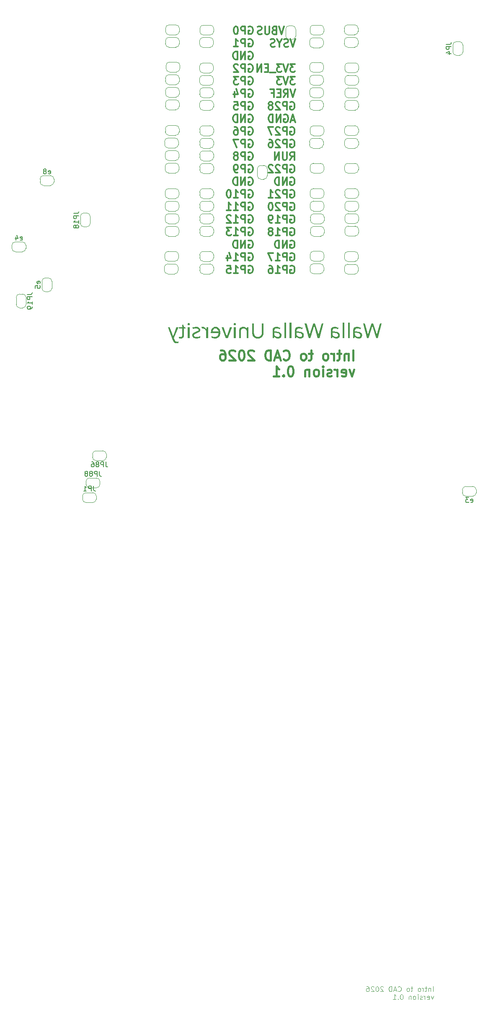
<source format=gbr>
%TF.GenerationSoftware,KiCad,Pcbnew,9.0.7-9.0.7~ubuntu24.04.1*%
%TF.CreationDate,2026-02-20T11:59:03-08:00*%
%TF.ProjectId,Intro-to-CAD-2026,496e7472-6f2d-4746-9f2d-4341442d3230,rev?*%
%TF.SameCoordinates,Original*%
%TF.FileFunction,Legend,Bot*%
%TF.FilePolarity,Positive*%
%FSLAX46Y46*%
G04 Gerber Fmt 4.6, Leading zero omitted, Abs format (unit mm)*
G04 Created by KiCad (PCBNEW 9.0.7-9.0.7~ubuntu24.04.1) date 2026-02-20 11:59:03*
%MOMM*%
%LPD*%
G01*
G04 APERTURE LIST*
%ADD10C,0.300000*%
%ADD11C,0.150000*%
%ADD12C,0.100000*%
%ADD13C,0.400000*%
%ADD14C,0.120000*%
G04 APERTURE END LIST*
D10*
X157814060Y-31850510D02*
X157314060Y-33430510D01*
X157314060Y-33430510D02*
X156814060Y-31850510D01*
X155814061Y-32602891D02*
X155599775Y-32678129D01*
X155599775Y-32678129D02*
X155528346Y-32753367D01*
X155528346Y-32753367D02*
X155456918Y-32903843D01*
X155456918Y-32903843D02*
X155456918Y-33129557D01*
X155456918Y-33129557D02*
X155528346Y-33280033D01*
X155528346Y-33280033D02*
X155599775Y-33355272D01*
X155599775Y-33355272D02*
X155742632Y-33430510D01*
X155742632Y-33430510D02*
X156314061Y-33430510D01*
X156314061Y-33430510D02*
X156314061Y-31850510D01*
X156314061Y-31850510D02*
X155814061Y-31850510D01*
X155814061Y-31850510D02*
X155671204Y-31925748D01*
X155671204Y-31925748D02*
X155599775Y-32000986D01*
X155599775Y-32000986D02*
X155528346Y-32151462D01*
X155528346Y-32151462D02*
X155528346Y-32301938D01*
X155528346Y-32301938D02*
X155599775Y-32452414D01*
X155599775Y-32452414D02*
X155671204Y-32527652D01*
X155671204Y-32527652D02*
X155814061Y-32602891D01*
X155814061Y-32602891D02*
X156314061Y-32602891D01*
X154814061Y-31850510D02*
X154814061Y-33129557D01*
X154814061Y-33129557D02*
X154742632Y-33280033D01*
X154742632Y-33280033D02*
X154671204Y-33355272D01*
X154671204Y-33355272D02*
X154528346Y-33430510D01*
X154528346Y-33430510D02*
X154242632Y-33430510D01*
X154242632Y-33430510D02*
X154099775Y-33355272D01*
X154099775Y-33355272D02*
X154028346Y-33280033D01*
X154028346Y-33280033D02*
X153956918Y-33129557D01*
X153956918Y-33129557D02*
X153956918Y-31850510D01*
X153314060Y-33355272D02*
X153099775Y-33430510D01*
X153099775Y-33430510D02*
X152742632Y-33430510D01*
X152742632Y-33430510D02*
X152599775Y-33355272D01*
X152599775Y-33355272D02*
X152528346Y-33280033D01*
X152528346Y-33280033D02*
X152456917Y-33129557D01*
X152456917Y-33129557D02*
X152456917Y-32979081D01*
X152456917Y-32979081D02*
X152528346Y-32828605D01*
X152528346Y-32828605D02*
X152599775Y-32753367D01*
X152599775Y-32753367D02*
X152742632Y-32678129D01*
X152742632Y-32678129D02*
X153028346Y-32602891D01*
X153028346Y-32602891D02*
X153171203Y-32527652D01*
X153171203Y-32527652D02*
X153242632Y-32452414D01*
X153242632Y-32452414D02*
X153314060Y-32301938D01*
X153314060Y-32301938D02*
X153314060Y-32151462D01*
X153314060Y-32151462D02*
X153242632Y-32000986D01*
X153242632Y-32000986D02*
X153171203Y-31925748D01*
X153171203Y-31925748D02*
X153028346Y-31850510D01*
X153028346Y-31850510D02*
X152671203Y-31850510D01*
X152671203Y-31850510D02*
X152456917Y-31925748D01*
X160099774Y-34394222D02*
X159599774Y-35974222D01*
X159599774Y-35974222D02*
X159099774Y-34394222D01*
X158671203Y-35898984D02*
X158456918Y-35974222D01*
X158456918Y-35974222D02*
X158099775Y-35974222D01*
X158099775Y-35974222D02*
X157956918Y-35898984D01*
X157956918Y-35898984D02*
X157885489Y-35823745D01*
X157885489Y-35823745D02*
X157814060Y-35673269D01*
X157814060Y-35673269D02*
X157814060Y-35522793D01*
X157814060Y-35522793D02*
X157885489Y-35372317D01*
X157885489Y-35372317D02*
X157956918Y-35297079D01*
X157956918Y-35297079D02*
X158099775Y-35221841D01*
X158099775Y-35221841D02*
X158385489Y-35146603D01*
X158385489Y-35146603D02*
X158528346Y-35071364D01*
X158528346Y-35071364D02*
X158599775Y-34996126D01*
X158599775Y-34996126D02*
X158671203Y-34845650D01*
X158671203Y-34845650D02*
X158671203Y-34695174D01*
X158671203Y-34695174D02*
X158599775Y-34544698D01*
X158599775Y-34544698D02*
X158528346Y-34469460D01*
X158528346Y-34469460D02*
X158385489Y-34394222D01*
X158385489Y-34394222D02*
X158028346Y-34394222D01*
X158028346Y-34394222D02*
X157814060Y-34469460D01*
X156885489Y-35221841D02*
X156885489Y-35974222D01*
X157385489Y-34394222D02*
X156885489Y-35221841D01*
X156885489Y-35221841D02*
X156385489Y-34394222D01*
X155956918Y-35898984D02*
X155742633Y-35974222D01*
X155742633Y-35974222D02*
X155385490Y-35974222D01*
X155385490Y-35974222D02*
X155242633Y-35898984D01*
X155242633Y-35898984D02*
X155171204Y-35823745D01*
X155171204Y-35823745D02*
X155099775Y-35673269D01*
X155099775Y-35673269D02*
X155099775Y-35522793D01*
X155099775Y-35522793D02*
X155171204Y-35372317D01*
X155171204Y-35372317D02*
X155242633Y-35297079D01*
X155242633Y-35297079D02*
X155385490Y-35221841D01*
X155385490Y-35221841D02*
X155671204Y-35146603D01*
X155671204Y-35146603D02*
X155814061Y-35071364D01*
X155814061Y-35071364D02*
X155885490Y-34996126D01*
X155885490Y-34996126D02*
X155956918Y-34845650D01*
X155956918Y-34845650D02*
X155956918Y-34695174D01*
X155956918Y-34695174D02*
X155885490Y-34544698D01*
X155885490Y-34544698D02*
X155814061Y-34469460D01*
X155814061Y-34469460D02*
X155671204Y-34394222D01*
X155671204Y-34394222D02*
X155314061Y-34394222D01*
X155314061Y-34394222D02*
X155099775Y-34469460D01*
X160028346Y-39481646D02*
X159099774Y-39481646D01*
X159099774Y-39481646D02*
X159599774Y-40083550D01*
X159599774Y-40083550D02*
X159385489Y-40083550D01*
X159385489Y-40083550D02*
X159242632Y-40158788D01*
X159242632Y-40158788D02*
X159171203Y-40234027D01*
X159171203Y-40234027D02*
X159099774Y-40384503D01*
X159099774Y-40384503D02*
X159099774Y-40760693D01*
X159099774Y-40760693D02*
X159171203Y-40911169D01*
X159171203Y-40911169D02*
X159242632Y-40986408D01*
X159242632Y-40986408D02*
X159385489Y-41061646D01*
X159385489Y-41061646D02*
X159814060Y-41061646D01*
X159814060Y-41061646D02*
X159956917Y-40986408D01*
X159956917Y-40986408D02*
X160028346Y-40911169D01*
X158671203Y-39481646D02*
X158171203Y-41061646D01*
X158171203Y-41061646D02*
X157671203Y-39481646D01*
X157314061Y-39481646D02*
X156385489Y-39481646D01*
X156385489Y-39481646D02*
X156885489Y-40083550D01*
X156885489Y-40083550D02*
X156671204Y-40083550D01*
X156671204Y-40083550D02*
X156528347Y-40158788D01*
X156528347Y-40158788D02*
X156456918Y-40234027D01*
X156456918Y-40234027D02*
X156385489Y-40384503D01*
X156385489Y-40384503D02*
X156385489Y-40760693D01*
X156385489Y-40760693D02*
X156456918Y-40911169D01*
X156456918Y-40911169D02*
X156528347Y-40986408D01*
X156528347Y-40986408D02*
X156671204Y-41061646D01*
X156671204Y-41061646D02*
X157099775Y-41061646D01*
X157099775Y-41061646D02*
X157242632Y-40986408D01*
X157242632Y-40986408D02*
X157314061Y-40911169D01*
X156099776Y-41212122D02*
X154956918Y-41212122D01*
X154599776Y-40234027D02*
X154099776Y-40234027D01*
X153885490Y-41061646D02*
X154599776Y-41061646D01*
X154599776Y-41061646D02*
X154599776Y-39481646D01*
X154599776Y-39481646D02*
X153885490Y-39481646D01*
X153242633Y-41061646D02*
X153242633Y-39481646D01*
X153242633Y-39481646D02*
X152385490Y-41061646D01*
X152385490Y-41061646D02*
X152385490Y-39481646D01*
X160028346Y-42025358D02*
X159099774Y-42025358D01*
X159099774Y-42025358D02*
X159599774Y-42627262D01*
X159599774Y-42627262D02*
X159385489Y-42627262D01*
X159385489Y-42627262D02*
X159242632Y-42702500D01*
X159242632Y-42702500D02*
X159171203Y-42777739D01*
X159171203Y-42777739D02*
X159099774Y-42928215D01*
X159099774Y-42928215D02*
X159099774Y-43304405D01*
X159099774Y-43304405D02*
X159171203Y-43454881D01*
X159171203Y-43454881D02*
X159242632Y-43530120D01*
X159242632Y-43530120D02*
X159385489Y-43605358D01*
X159385489Y-43605358D02*
X159814060Y-43605358D01*
X159814060Y-43605358D02*
X159956917Y-43530120D01*
X159956917Y-43530120D02*
X160028346Y-43454881D01*
X158671203Y-42025358D02*
X158171203Y-43605358D01*
X158171203Y-43605358D02*
X157671203Y-42025358D01*
X157314061Y-42025358D02*
X156385489Y-42025358D01*
X156385489Y-42025358D02*
X156885489Y-42627262D01*
X156885489Y-42627262D02*
X156671204Y-42627262D01*
X156671204Y-42627262D02*
X156528347Y-42702500D01*
X156528347Y-42702500D02*
X156456918Y-42777739D01*
X156456918Y-42777739D02*
X156385489Y-42928215D01*
X156385489Y-42928215D02*
X156385489Y-43304405D01*
X156385489Y-43304405D02*
X156456918Y-43454881D01*
X156456918Y-43454881D02*
X156528347Y-43530120D01*
X156528347Y-43530120D02*
X156671204Y-43605358D01*
X156671204Y-43605358D02*
X157099775Y-43605358D01*
X157099775Y-43605358D02*
X157242632Y-43530120D01*
X157242632Y-43530120D02*
X157314061Y-43454881D01*
X160099774Y-44569070D02*
X159599774Y-46149070D01*
X159599774Y-46149070D02*
X159099774Y-44569070D01*
X157742632Y-46149070D02*
X158242632Y-45396689D01*
X158599775Y-46149070D02*
X158599775Y-44569070D01*
X158599775Y-44569070D02*
X158028346Y-44569070D01*
X158028346Y-44569070D02*
X157885489Y-44644308D01*
X157885489Y-44644308D02*
X157814060Y-44719546D01*
X157814060Y-44719546D02*
X157742632Y-44870022D01*
X157742632Y-44870022D02*
X157742632Y-45095736D01*
X157742632Y-45095736D02*
X157814060Y-45246212D01*
X157814060Y-45246212D02*
X157885489Y-45321451D01*
X157885489Y-45321451D02*
X158028346Y-45396689D01*
X158028346Y-45396689D02*
X158599775Y-45396689D01*
X157099775Y-45321451D02*
X156599775Y-45321451D01*
X156385489Y-46149070D02*
X157099775Y-46149070D01*
X157099775Y-46149070D02*
X157099775Y-44569070D01*
X157099775Y-44569070D02*
X156385489Y-44569070D01*
X155242632Y-45321451D02*
X155742632Y-45321451D01*
X155742632Y-46149070D02*
X155742632Y-44569070D01*
X155742632Y-44569070D02*
X155028346Y-44569070D01*
X159099774Y-47188020D02*
X159242632Y-47112782D01*
X159242632Y-47112782D02*
X159456917Y-47112782D01*
X159456917Y-47112782D02*
X159671203Y-47188020D01*
X159671203Y-47188020D02*
X159814060Y-47338496D01*
X159814060Y-47338496D02*
X159885489Y-47488972D01*
X159885489Y-47488972D02*
X159956917Y-47789924D01*
X159956917Y-47789924D02*
X159956917Y-48015639D01*
X159956917Y-48015639D02*
X159885489Y-48316591D01*
X159885489Y-48316591D02*
X159814060Y-48467067D01*
X159814060Y-48467067D02*
X159671203Y-48617544D01*
X159671203Y-48617544D02*
X159456917Y-48692782D01*
X159456917Y-48692782D02*
X159314060Y-48692782D01*
X159314060Y-48692782D02*
X159099774Y-48617544D01*
X159099774Y-48617544D02*
X159028346Y-48542305D01*
X159028346Y-48542305D02*
X159028346Y-48015639D01*
X159028346Y-48015639D02*
X159314060Y-48015639D01*
X158385489Y-48692782D02*
X158385489Y-47112782D01*
X158385489Y-47112782D02*
X157814060Y-47112782D01*
X157814060Y-47112782D02*
X157671203Y-47188020D01*
X157671203Y-47188020D02*
X157599774Y-47263258D01*
X157599774Y-47263258D02*
X157528346Y-47413734D01*
X157528346Y-47413734D02*
X157528346Y-47639448D01*
X157528346Y-47639448D02*
X157599774Y-47789924D01*
X157599774Y-47789924D02*
X157671203Y-47865163D01*
X157671203Y-47865163D02*
X157814060Y-47940401D01*
X157814060Y-47940401D02*
X158385489Y-47940401D01*
X156956917Y-47263258D02*
X156885489Y-47188020D01*
X156885489Y-47188020D02*
X156742632Y-47112782D01*
X156742632Y-47112782D02*
X156385489Y-47112782D01*
X156385489Y-47112782D02*
X156242632Y-47188020D01*
X156242632Y-47188020D02*
X156171203Y-47263258D01*
X156171203Y-47263258D02*
X156099774Y-47413734D01*
X156099774Y-47413734D02*
X156099774Y-47564210D01*
X156099774Y-47564210D02*
X156171203Y-47789924D01*
X156171203Y-47789924D02*
X157028346Y-48692782D01*
X157028346Y-48692782D02*
X156099774Y-48692782D01*
X155242632Y-47789924D02*
X155385489Y-47714686D01*
X155385489Y-47714686D02*
X155456918Y-47639448D01*
X155456918Y-47639448D02*
X155528346Y-47488972D01*
X155528346Y-47488972D02*
X155528346Y-47413734D01*
X155528346Y-47413734D02*
X155456918Y-47263258D01*
X155456918Y-47263258D02*
X155385489Y-47188020D01*
X155385489Y-47188020D02*
X155242632Y-47112782D01*
X155242632Y-47112782D02*
X154956918Y-47112782D01*
X154956918Y-47112782D02*
X154814061Y-47188020D01*
X154814061Y-47188020D02*
X154742632Y-47263258D01*
X154742632Y-47263258D02*
X154671203Y-47413734D01*
X154671203Y-47413734D02*
X154671203Y-47488972D01*
X154671203Y-47488972D02*
X154742632Y-47639448D01*
X154742632Y-47639448D02*
X154814061Y-47714686D01*
X154814061Y-47714686D02*
X154956918Y-47789924D01*
X154956918Y-47789924D02*
X155242632Y-47789924D01*
X155242632Y-47789924D02*
X155385489Y-47865163D01*
X155385489Y-47865163D02*
X155456918Y-47940401D01*
X155456918Y-47940401D02*
X155528346Y-48090877D01*
X155528346Y-48090877D02*
X155528346Y-48391829D01*
X155528346Y-48391829D02*
X155456918Y-48542305D01*
X155456918Y-48542305D02*
X155385489Y-48617544D01*
X155385489Y-48617544D02*
X155242632Y-48692782D01*
X155242632Y-48692782D02*
X154956918Y-48692782D01*
X154956918Y-48692782D02*
X154814061Y-48617544D01*
X154814061Y-48617544D02*
X154742632Y-48542305D01*
X154742632Y-48542305D02*
X154671203Y-48391829D01*
X154671203Y-48391829D02*
X154671203Y-48090877D01*
X154671203Y-48090877D02*
X154742632Y-47940401D01*
X154742632Y-47940401D02*
X154814061Y-47865163D01*
X154814061Y-47865163D02*
X154956918Y-47789924D01*
X159956917Y-50785065D02*
X159242632Y-50785065D01*
X160099774Y-51236494D02*
X159599774Y-49656494D01*
X159599774Y-49656494D02*
X159099774Y-51236494D01*
X157814060Y-49731732D02*
X157956918Y-49656494D01*
X157956918Y-49656494D02*
X158171203Y-49656494D01*
X158171203Y-49656494D02*
X158385489Y-49731732D01*
X158385489Y-49731732D02*
X158528346Y-49882208D01*
X158528346Y-49882208D02*
X158599775Y-50032684D01*
X158599775Y-50032684D02*
X158671203Y-50333636D01*
X158671203Y-50333636D02*
X158671203Y-50559351D01*
X158671203Y-50559351D02*
X158599775Y-50860303D01*
X158599775Y-50860303D02*
X158528346Y-51010779D01*
X158528346Y-51010779D02*
X158385489Y-51161256D01*
X158385489Y-51161256D02*
X158171203Y-51236494D01*
X158171203Y-51236494D02*
X158028346Y-51236494D01*
X158028346Y-51236494D02*
X157814060Y-51161256D01*
X157814060Y-51161256D02*
X157742632Y-51086017D01*
X157742632Y-51086017D02*
X157742632Y-50559351D01*
X157742632Y-50559351D02*
X158028346Y-50559351D01*
X157099775Y-51236494D02*
X157099775Y-49656494D01*
X157099775Y-49656494D02*
X156242632Y-51236494D01*
X156242632Y-51236494D02*
X156242632Y-49656494D01*
X155528346Y-51236494D02*
X155528346Y-49656494D01*
X155528346Y-49656494D02*
X155171203Y-49656494D01*
X155171203Y-49656494D02*
X154956917Y-49731732D01*
X154956917Y-49731732D02*
X154814060Y-49882208D01*
X154814060Y-49882208D02*
X154742631Y-50032684D01*
X154742631Y-50032684D02*
X154671203Y-50333636D01*
X154671203Y-50333636D02*
X154671203Y-50559351D01*
X154671203Y-50559351D02*
X154742631Y-50860303D01*
X154742631Y-50860303D02*
X154814060Y-51010779D01*
X154814060Y-51010779D02*
X154956917Y-51161256D01*
X154956917Y-51161256D02*
X155171203Y-51236494D01*
X155171203Y-51236494D02*
X155528346Y-51236494D01*
X159099774Y-52275444D02*
X159242632Y-52200206D01*
X159242632Y-52200206D02*
X159456917Y-52200206D01*
X159456917Y-52200206D02*
X159671203Y-52275444D01*
X159671203Y-52275444D02*
X159814060Y-52425920D01*
X159814060Y-52425920D02*
X159885489Y-52576396D01*
X159885489Y-52576396D02*
X159956917Y-52877348D01*
X159956917Y-52877348D02*
X159956917Y-53103063D01*
X159956917Y-53103063D02*
X159885489Y-53404015D01*
X159885489Y-53404015D02*
X159814060Y-53554491D01*
X159814060Y-53554491D02*
X159671203Y-53704968D01*
X159671203Y-53704968D02*
X159456917Y-53780206D01*
X159456917Y-53780206D02*
X159314060Y-53780206D01*
X159314060Y-53780206D02*
X159099774Y-53704968D01*
X159099774Y-53704968D02*
X159028346Y-53629729D01*
X159028346Y-53629729D02*
X159028346Y-53103063D01*
X159028346Y-53103063D02*
X159314060Y-53103063D01*
X158385489Y-53780206D02*
X158385489Y-52200206D01*
X158385489Y-52200206D02*
X157814060Y-52200206D01*
X157814060Y-52200206D02*
X157671203Y-52275444D01*
X157671203Y-52275444D02*
X157599774Y-52350682D01*
X157599774Y-52350682D02*
X157528346Y-52501158D01*
X157528346Y-52501158D02*
X157528346Y-52726872D01*
X157528346Y-52726872D02*
X157599774Y-52877348D01*
X157599774Y-52877348D02*
X157671203Y-52952587D01*
X157671203Y-52952587D02*
X157814060Y-53027825D01*
X157814060Y-53027825D02*
X158385489Y-53027825D01*
X156956917Y-52350682D02*
X156885489Y-52275444D01*
X156885489Y-52275444D02*
X156742632Y-52200206D01*
X156742632Y-52200206D02*
X156385489Y-52200206D01*
X156385489Y-52200206D02*
X156242632Y-52275444D01*
X156242632Y-52275444D02*
X156171203Y-52350682D01*
X156171203Y-52350682D02*
X156099774Y-52501158D01*
X156099774Y-52501158D02*
X156099774Y-52651634D01*
X156099774Y-52651634D02*
X156171203Y-52877348D01*
X156171203Y-52877348D02*
X157028346Y-53780206D01*
X157028346Y-53780206D02*
X156099774Y-53780206D01*
X155599775Y-52200206D02*
X154599775Y-52200206D01*
X154599775Y-52200206D02*
X155242632Y-53780206D01*
X159099774Y-54819156D02*
X159242632Y-54743918D01*
X159242632Y-54743918D02*
X159456917Y-54743918D01*
X159456917Y-54743918D02*
X159671203Y-54819156D01*
X159671203Y-54819156D02*
X159814060Y-54969632D01*
X159814060Y-54969632D02*
X159885489Y-55120108D01*
X159885489Y-55120108D02*
X159956917Y-55421060D01*
X159956917Y-55421060D02*
X159956917Y-55646775D01*
X159956917Y-55646775D02*
X159885489Y-55947727D01*
X159885489Y-55947727D02*
X159814060Y-56098203D01*
X159814060Y-56098203D02*
X159671203Y-56248680D01*
X159671203Y-56248680D02*
X159456917Y-56323918D01*
X159456917Y-56323918D02*
X159314060Y-56323918D01*
X159314060Y-56323918D02*
X159099774Y-56248680D01*
X159099774Y-56248680D02*
X159028346Y-56173441D01*
X159028346Y-56173441D02*
X159028346Y-55646775D01*
X159028346Y-55646775D02*
X159314060Y-55646775D01*
X158385489Y-56323918D02*
X158385489Y-54743918D01*
X158385489Y-54743918D02*
X157814060Y-54743918D01*
X157814060Y-54743918D02*
X157671203Y-54819156D01*
X157671203Y-54819156D02*
X157599774Y-54894394D01*
X157599774Y-54894394D02*
X157528346Y-55044870D01*
X157528346Y-55044870D02*
X157528346Y-55270584D01*
X157528346Y-55270584D02*
X157599774Y-55421060D01*
X157599774Y-55421060D02*
X157671203Y-55496299D01*
X157671203Y-55496299D02*
X157814060Y-55571537D01*
X157814060Y-55571537D02*
X158385489Y-55571537D01*
X156956917Y-54894394D02*
X156885489Y-54819156D01*
X156885489Y-54819156D02*
X156742632Y-54743918D01*
X156742632Y-54743918D02*
X156385489Y-54743918D01*
X156385489Y-54743918D02*
X156242632Y-54819156D01*
X156242632Y-54819156D02*
X156171203Y-54894394D01*
X156171203Y-54894394D02*
X156099774Y-55044870D01*
X156099774Y-55044870D02*
X156099774Y-55195346D01*
X156099774Y-55195346D02*
X156171203Y-55421060D01*
X156171203Y-55421060D02*
X157028346Y-56323918D01*
X157028346Y-56323918D02*
X156099774Y-56323918D01*
X154814061Y-54743918D02*
X155099775Y-54743918D01*
X155099775Y-54743918D02*
X155242632Y-54819156D01*
X155242632Y-54819156D02*
X155314061Y-54894394D01*
X155314061Y-54894394D02*
X155456918Y-55120108D01*
X155456918Y-55120108D02*
X155528346Y-55421060D01*
X155528346Y-55421060D02*
X155528346Y-56022965D01*
X155528346Y-56022965D02*
X155456918Y-56173441D01*
X155456918Y-56173441D02*
X155385489Y-56248680D01*
X155385489Y-56248680D02*
X155242632Y-56323918D01*
X155242632Y-56323918D02*
X154956918Y-56323918D01*
X154956918Y-56323918D02*
X154814061Y-56248680D01*
X154814061Y-56248680D02*
X154742632Y-56173441D01*
X154742632Y-56173441D02*
X154671203Y-56022965D01*
X154671203Y-56022965D02*
X154671203Y-55646775D01*
X154671203Y-55646775D02*
X154742632Y-55496299D01*
X154742632Y-55496299D02*
X154814061Y-55421060D01*
X154814061Y-55421060D02*
X154956918Y-55345822D01*
X154956918Y-55345822D02*
X155242632Y-55345822D01*
X155242632Y-55345822D02*
X155385489Y-55421060D01*
X155385489Y-55421060D02*
X155456918Y-55496299D01*
X155456918Y-55496299D02*
X155528346Y-55646775D01*
X159028346Y-58867630D02*
X159528346Y-58115249D01*
X159885489Y-58867630D02*
X159885489Y-57287630D01*
X159885489Y-57287630D02*
X159314060Y-57287630D01*
X159314060Y-57287630D02*
X159171203Y-57362868D01*
X159171203Y-57362868D02*
X159099774Y-57438106D01*
X159099774Y-57438106D02*
X159028346Y-57588582D01*
X159028346Y-57588582D02*
X159028346Y-57814296D01*
X159028346Y-57814296D02*
X159099774Y-57964772D01*
X159099774Y-57964772D02*
X159171203Y-58040011D01*
X159171203Y-58040011D02*
X159314060Y-58115249D01*
X159314060Y-58115249D02*
X159885489Y-58115249D01*
X158385489Y-57287630D02*
X158385489Y-58566677D01*
X158385489Y-58566677D02*
X158314060Y-58717153D01*
X158314060Y-58717153D02*
X158242632Y-58792392D01*
X158242632Y-58792392D02*
X158099774Y-58867630D01*
X158099774Y-58867630D02*
X157814060Y-58867630D01*
X157814060Y-58867630D02*
X157671203Y-58792392D01*
X157671203Y-58792392D02*
X157599774Y-58717153D01*
X157599774Y-58717153D02*
X157528346Y-58566677D01*
X157528346Y-58566677D02*
X157528346Y-57287630D01*
X156814060Y-58867630D02*
X156814060Y-57287630D01*
X156814060Y-57287630D02*
X155956917Y-58867630D01*
X155956917Y-58867630D02*
X155956917Y-57287630D01*
X159099774Y-59906580D02*
X159242632Y-59831342D01*
X159242632Y-59831342D02*
X159456917Y-59831342D01*
X159456917Y-59831342D02*
X159671203Y-59906580D01*
X159671203Y-59906580D02*
X159814060Y-60057056D01*
X159814060Y-60057056D02*
X159885489Y-60207532D01*
X159885489Y-60207532D02*
X159956917Y-60508484D01*
X159956917Y-60508484D02*
X159956917Y-60734199D01*
X159956917Y-60734199D02*
X159885489Y-61035151D01*
X159885489Y-61035151D02*
X159814060Y-61185627D01*
X159814060Y-61185627D02*
X159671203Y-61336104D01*
X159671203Y-61336104D02*
X159456917Y-61411342D01*
X159456917Y-61411342D02*
X159314060Y-61411342D01*
X159314060Y-61411342D02*
X159099774Y-61336104D01*
X159099774Y-61336104D02*
X159028346Y-61260865D01*
X159028346Y-61260865D02*
X159028346Y-60734199D01*
X159028346Y-60734199D02*
X159314060Y-60734199D01*
X158385489Y-61411342D02*
X158385489Y-59831342D01*
X158385489Y-59831342D02*
X157814060Y-59831342D01*
X157814060Y-59831342D02*
X157671203Y-59906580D01*
X157671203Y-59906580D02*
X157599774Y-59981818D01*
X157599774Y-59981818D02*
X157528346Y-60132294D01*
X157528346Y-60132294D02*
X157528346Y-60358008D01*
X157528346Y-60358008D02*
X157599774Y-60508484D01*
X157599774Y-60508484D02*
X157671203Y-60583723D01*
X157671203Y-60583723D02*
X157814060Y-60658961D01*
X157814060Y-60658961D02*
X158385489Y-60658961D01*
X156956917Y-59981818D02*
X156885489Y-59906580D01*
X156885489Y-59906580D02*
X156742632Y-59831342D01*
X156742632Y-59831342D02*
X156385489Y-59831342D01*
X156385489Y-59831342D02*
X156242632Y-59906580D01*
X156242632Y-59906580D02*
X156171203Y-59981818D01*
X156171203Y-59981818D02*
X156099774Y-60132294D01*
X156099774Y-60132294D02*
X156099774Y-60282770D01*
X156099774Y-60282770D02*
X156171203Y-60508484D01*
X156171203Y-60508484D02*
X157028346Y-61411342D01*
X157028346Y-61411342D02*
X156099774Y-61411342D01*
X155528346Y-59981818D02*
X155456918Y-59906580D01*
X155456918Y-59906580D02*
X155314061Y-59831342D01*
X155314061Y-59831342D02*
X154956918Y-59831342D01*
X154956918Y-59831342D02*
X154814061Y-59906580D01*
X154814061Y-59906580D02*
X154742632Y-59981818D01*
X154742632Y-59981818D02*
X154671203Y-60132294D01*
X154671203Y-60132294D02*
X154671203Y-60282770D01*
X154671203Y-60282770D02*
X154742632Y-60508484D01*
X154742632Y-60508484D02*
X155599775Y-61411342D01*
X155599775Y-61411342D02*
X154671203Y-61411342D01*
X159099774Y-62450292D02*
X159242632Y-62375054D01*
X159242632Y-62375054D02*
X159456917Y-62375054D01*
X159456917Y-62375054D02*
X159671203Y-62450292D01*
X159671203Y-62450292D02*
X159814060Y-62600768D01*
X159814060Y-62600768D02*
X159885489Y-62751244D01*
X159885489Y-62751244D02*
X159956917Y-63052196D01*
X159956917Y-63052196D02*
X159956917Y-63277911D01*
X159956917Y-63277911D02*
X159885489Y-63578863D01*
X159885489Y-63578863D02*
X159814060Y-63729339D01*
X159814060Y-63729339D02*
X159671203Y-63879816D01*
X159671203Y-63879816D02*
X159456917Y-63955054D01*
X159456917Y-63955054D02*
X159314060Y-63955054D01*
X159314060Y-63955054D02*
X159099774Y-63879816D01*
X159099774Y-63879816D02*
X159028346Y-63804577D01*
X159028346Y-63804577D02*
X159028346Y-63277911D01*
X159028346Y-63277911D02*
X159314060Y-63277911D01*
X158385489Y-63955054D02*
X158385489Y-62375054D01*
X158385489Y-62375054D02*
X157528346Y-63955054D01*
X157528346Y-63955054D02*
X157528346Y-62375054D01*
X156814060Y-63955054D02*
X156814060Y-62375054D01*
X156814060Y-62375054D02*
X156456917Y-62375054D01*
X156456917Y-62375054D02*
X156242631Y-62450292D01*
X156242631Y-62450292D02*
X156099774Y-62600768D01*
X156099774Y-62600768D02*
X156028345Y-62751244D01*
X156028345Y-62751244D02*
X155956917Y-63052196D01*
X155956917Y-63052196D02*
X155956917Y-63277911D01*
X155956917Y-63277911D02*
X156028345Y-63578863D01*
X156028345Y-63578863D02*
X156099774Y-63729339D01*
X156099774Y-63729339D02*
X156242631Y-63879816D01*
X156242631Y-63879816D02*
X156456917Y-63955054D01*
X156456917Y-63955054D02*
X156814060Y-63955054D01*
X159099774Y-64994004D02*
X159242632Y-64918766D01*
X159242632Y-64918766D02*
X159456917Y-64918766D01*
X159456917Y-64918766D02*
X159671203Y-64994004D01*
X159671203Y-64994004D02*
X159814060Y-65144480D01*
X159814060Y-65144480D02*
X159885489Y-65294956D01*
X159885489Y-65294956D02*
X159956917Y-65595908D01*
X159956917Y-65595908D02*
X159956917Y-65821623D01*
X159956917Y-65821623D02*
X159885489Y-66122575D01*
X159885489Y-66122575D02*
X159814060Y-66273051D01*
X159814060Y-66273051D02*
X159671203Y-66423528D01*
X159671203Y-66423528D02*
X159456917Y-66498766D01*
X159456917Y-66498766D02*
X159314060Y-66498766D01*
X159314060Y-66498766D02*
X159099774Y-66423528D01*
X159099774Y-66423528D02*
X159028346Y-66348289D01*
X159028346Y-66348289D02*
X159028346Y-65821623D01*
X159028346Y-65821623D02*
X159314060Y-65821623D01*
X158385489Y-66498766D02*
X158385489Y-64918766D01*
X158385489Y-64918766D02*
X157814060Y-64918766D01*
X157814060Y-64918766D02*
X157671203Y-64994004D01*
X157671203Y-64994004D02*
X157599774Y-65069242D01*
X157599774Y-65069242D02*
X157528346Y-65219718D01*
X157528346Y-65219718D02*
X157528346Y-65445432D01*
X157528346Y-65445432D02*
X157599774Y-65595908D01*
X157599774Y-65595908D02*
X157671203Y-65671147D01*
X157671203Y-65671147D02*
X157814060Y-65746385D01*
X157814060Y-65746385D02*
X158385489Y-65746385D01*
X156956917Y-65069242D02*
X156885489Y-64994004D01*
X156885489Y-64994004D02*
X156742632Y-64918766D01*
X156742632Y-64918766D02*
X156385489Y-64918766D01*
X156385489Y-64918766D02*
X156242632Y-64994004D01*
X156242632Y-64994004D02*
X156171203Y-65069242D01*
X156171203Y-65069242D02*
X156099774Y-65219718D01*
X156099774Y-65219718D02*
X156099774Y-65370194D01*
X156099774Y-65370194D02*
X156171203Y-65595908D01*
X156171203Y-65595908D02*
X157028346Y-66498766D01*
X157028346Y-66498766D02*
X156099774Y-66498766D01*
X154671203Y-66498766D02*
X155528346Y-66498766D01*
X155099775Y-66498766D02*
X155099775Y-64918766D01*
X155099775Y-64918766D02*
X155242632Y-65144480D01*
X155242632Y-65144480D02*
X155385489Y-65294956D01*
X155385489Y-65294956D02*
X155528346Y-65370194D01*
X159099774Y-67537716D02*
X159242632Y-67462478D01*
X159242632Y-67462478D02*
X159456917Y-67462478D01*
X159456917Y-67462478D02*
X159671203Y-67537716D01*
X159671203Y-67537716D02*
X159814060Y-67688192D01*
X159814060Y-67688192D02*
X159885489Y-67838668D01*
X159885489Y-67838668D02*
X159956917Y-68139620D01*
X159956917Y-68139620D02*
X159956917Y-68365335D01*
X159956917Y-68365335D02*
X159885489Y-68666287D01*
X159885489Y-68666287D02*
X159814060Y-68816763D01*
X159814060Y-68816763D02*
X159671203Y-68967240D01*
X159671203Y-68967240D02*
X159456917Y-69042478D01*
X159456917Y-69042478D02*
X159314060Y-69042478D01*
X159314060Y-69042478D02*
X159099774Y-68967240D01*
X159099774Y-68967240D02*
X159028346Y-68892001D01*
X159028346Y-68892001D02*
X159028346Y-68365335D01*
X159028346Y-68365335D02*
X159314060Y-68365335D01*
X158385489Y-69042478D02*
X158385489Y-67462478D01*
X158385489Y-67462478D02*
X157814060Y-67462478D01*
X157814060Y-67462478D02*
X157671203Y-67537716D01*
X157671203Y-67537716D02*
X157599774Y-67612954D01*
X157599774Y-67612954D02*
X157528346Y-67763430D01*
X157528346Y-67763430D02*
X157528346Y-67989144D01*
X157528346Y-67989144D02*
X157599774Y-68139620D01*
X157599774Y-68139620D02*
X157671203Y-68214859D01*
X157671203Y-68214859D02*
X157814060Y-68290097D01*
X157814060Y-68290097D02*
X158385489Y-68290097D01*
X156956917Y-67612954D02*
X156885489Y-67537716D01*
X156885489Y-67537716D02*
X156742632Y-67462478D01*
X156742632Y-67462478D02*
X156385489Y-67462478D01*
X156385489Y-67462478D02*
X156242632Y-67537716D01*
X156242632Y-67537716D02*
X156171203Y-67612954D01*
X156171203Y-67612954D02*
X156099774Y-67763430D01*
X156099774Y-67763430D02*
X156099774Y-67913906D01*
X156099774Y-67913906D02*
X156171203Y-68139620D01*
X156171203Y-68139620D02*
X157028346Y-69042478D01*
X157028346Y-69042478D02*
X156099774Y-69042478D01*
X155171203Y-67462478D02*
X155028346Y-67462478D01*
X155028346Y-67462478D02*
X154885489Y-67537716D01*
X154885489Y-67537716D02*
X154814061Y-67612954D01*
X154814061Y-67612954D02*
X154742632Y-67763430D01*
X154742632Y-67763430D02*
X154671203Y-68064382D01*
X154671203Y-68064382D02*
X154671203Y-68440573D01*
X154671203Y-68440573D02*
X154742632Y-68741525D01*
X154742632Y-68741525D02*
X154814061Y-68892001D01*
X154814061Y-68892001D02*
X154885489Y-68967240D01*
X154885489Y-68967240D02*
X155028346Y-69042478D01*
X155028346Y-69042478D02*
X155171203Y-69042478D01*
X155171203Y-69042478D02*
X155314061Y-68967240D01*
X155314061Y-68967240D02*
X155385489Y-68892001D01*
X155385489Y-68892001D02*
X155456918Y-68741525D01*
X155456918Y-68741525D02*
X155528346Y-68440573D01*
X155528346Y-68440573D02*
X155528346Y-68064382D01*
X155528346Y-68064382D02*
X155456918Y-67763430D01*
X155456918Y-67763430D02*
X155385489Y-67612954D01*
X155385489Y-67612954D02*
X155314061Y-67537716D01*
X155314061Y-67537716D02*
X155171203Y-67462478D01*
X159099774Y-70081428D02*
X159242632Y-70006190D01*
X159242632Y-70006190D02*
X159456917Y-70006190D01*
X159456917Y-70006190D02*
X159671203Y-70081428D01*
X159671203Y-70081428D02*
X159814060Y-70231904D01*
X159814060Y-70231904D02*
X159885489Y-70382380D01*
X159885489Y-70382380D02*
X159956917Y-70683332D01*
X159956917Y-70683332D02*
X159956917Y-70909047D01*
X159956917Y-70909047D02*
X159885489Y-71209999D01*
X159885489Y-71209999D02*
X159814060Y-71360475D01*
X159814060Y-71360475D02*
X159671203Y-71510952D01*
X159671203Y-71510952D02*
X159456917Y-71586190D01*
X159456917Y-71586190D02*
X159314060Y-71586190D01*
X159314060Y-71586190D02*
X159099774Y-71510952D01*
X159099774Y-71510952D02*
X159028346Y-71435713D01*
X159028346Y-71435713D02*
X159028346Y-70909047D01*
X159028346Y-70909047D02*
X159314060Y-70909047D01*
X158385489Y-71586190D02*
X158385489Y-70006190D01*
X158385489Y-70006190D02*
X157814060Y-70006190D01*
X157814060Y-70006190D02*
X157671203Y-70081428D01*
X157671203Y-70081428D02*
X157599774Y-70156666D01*
X157599774Y-70156666D02*
X157528346Y-70307142D01*
X157528346Y-70307142D02*
X157528346Y-70532856D01*
X157528346Y-70532856D02*
X157599774Y-70683332D01*
X157599774Y-70683332D02*
X157671203Y-70758571D01*
X157671203Y-70758571D02*
X157814060Y-70833809D01*
X157814060Y-70833809D02*
X158385489Y-70833809D01*
X156099774Y-71586190D02*
X156956917Y-71586190D01*
X156528346Y-71586190D02*
X156528346Y-70006190D01*
X156528346Y-70006190D02*
X156671203Y-70231904D01*
X156671203Y-70231904D02*
X156814060Y-70382380D01*
X156814060Y-70382380D02*
X156956917Y-70457618D01*
X155385489Y-71586190D02*
X155099775Y-71586190D01*
X155099775Y-71586190D02*
X154956918Y-71510952D01*
X154956918Y-71510952D02*
X154885489Y-71435713D01*
X154885489Y-71435713D02*
X154742632Y-71209999D01*
X154742632Y-71209999D02*
X154671203Y-70909047D01*
X154671203Y-70909047D02*
X154671203Y-70307142D01*
X154671203Y-70307142D02*
X154742632Y-70156666D01*
X154742632Y-70156666D02*
X154814061Y-70081428D01*
X154814061Y-70081428D02*
X154956918Y-70006190D01*
X154956918Y-70006190D02*
X155242632Y-70006190D01*
X155242632Y-70006190D02*
X155385489Y-70081428D01*
X155385489Y-70081428D02*
X155456918Y-70156666D01*
X155456918Y-70156666D02*
X155528346Y-70307142D01*
X155528346Y-70307142D02*
X155528346Y-70683332D01*
X155528346Y-70683332D02*
X155456918Y-70833809D01*
X155456918Y-70833809D02*
X155385489Y-70909047D01*
X155385489Y-70909047D02*
X155242632Y-70984285D01*
X155242632Y-70984285D02*
X154956918Y-70984285D01*
X154956918Y-70984285D02*
X154814061Y-70909047D01*
X154814061Y-70909047D02*
X154742632Y-70833809D01*
X154742632Y-70833809D02*
X154671203Y-70683332D01*
X159099774Y-72625140D02*
X159242632Y-72549902D01*
X159242632Y-72549902D02*
X159456917Y-72549902D01*
X159456917Y-72549902D02*
X159671203Y-72625140D01*
X159671203Y-72625140D02*
X159814060Y-72775616D01*
X159814060Y-72775616D02*
X159885489Y-72926092D01*
X159885489Y-72926092D02*
X159956917Y-73227044D01*
X159956917Y-73227044D02*
X159956917Y-73452759D01*
X159956917Y-73452759D02*
X159885489Y-73753711D01*
X159885489Y-73753711D02*
X159814060Y-73904187D01*
X159814060Y-73904187D02*
X159671203Y-74054664D01*
X159671203Y-74054664D02*
X159456917Y-74129902D01*
X159456917Y-74129902D02*
X159314060Y-74129902D01*
X159314060Y-74129902D02*
X159099774Y-74054664D01*
X159099774Y-74054664D02*
X159028346Y-73979425D01*
X159028346Y-73979425D02*
X159028346Y-73452759D01*
X159028346Y-73452759D02*
X159314060Y-73452759D01*
X158385489Y-74129902D02*
X158385489Y-72549902D01*
X158385489Y-72549902D02*
X157814060Y-72549902D01*
X157814060Y-72549902D02*
X157671203Y-72625140D01*
X157671203Y-72625140D02*
X157599774Y-72700378D01*
X157599774Y-72700378D02*
X157528346Y-72850854D01*
X157528346Y-72850854D02*
X157528346Y-73076568D01*
X157528346Y-73076568D02*
X157599774Y-73227044D01*
X157599774Y-73227044D02*
X157671203Y-73302283D01*
X157671203Y-73302283D02*
X157814060Y-73377521D01*
X157814060Y-73377521D02*
X158385489Y-73377521D01*
X156099774Y-74129902D02*
X156956917Y-74129902D01*
X156528346Y-74129902D02*
X156528346Y-72549902D01*
X156528346Y-72549902D02*
X156671203Y-72775616D01*
X156671203Y-72775616D02*
X156814060Y-72926092D01*
X156814060Y-72926092D02*
X156956917Y-73001330D01*
X155242632Y-73227044D02*
X155385489Y-73151806D01*
X155385489Y-73151806D02*
X155456918Y-73076568D01*
X155456918Y-73076568D02*
X155528346Y-72926092D01*
X155528346Y-72926092D02*
X155528346Y-72850854D01*
X155528346Y-72850854D02*
X155456918Y-72700378D01*
X155456918Y-72700378D02*
X155385489Y-72625140D01*
X155385489Y-72625140D02*
X155242632Y-72549902D01*
X155242632Y-72549902D02*
X154956918Y-72549902D01*
X154956918Y-72549902D02*
X154814061Y-72625140D01*
X154814061Y-72625140D02*
X154742632Y-72700378D01*
X154742632Y-72700378D02*
X154671203Y-72850854D01*
X154671203Y-72850854D02*
X154671203Y-72926092D01*
X154671203Y-72926092D02*
X154742632Y-73076568D01*
X154742632Y-73076568D02*
X154814061Y-73151806D01*
X154814061Y-73151806D02*
X154956918Y-73227044D01*
X154956918Y-73227044D02*
X155242632Y-73227044D01*
X155242632Y-73227044D02*
X155385489Y-73302283D01*
X155385489Y-73302283D02*
X155456918Y-73377521D01*
X155456918Y-73377521D02*
X155528346Y-73527997D01*
X155528346Y-73527997D02*
X155528346Y-73828949D01*
X155528346Y-73828949D02*
X155456918Y-73979425D01*
X155456918Y-73979425D02*
X155385489Y-74054664D01*
X155385489Y-74054664D02*
X155242632Y-74129902D01*
X155242632Y-74129902D02*
X154956918Y-74129902D01*
X154956918Y-74129902D02*
X154814061Y-74054664D01*
X154814061Y-74054664D02*
X154742632Y-73979425D01*
X154742632Y-73979425D02*
X154671203Y-73828949D01*
X154671203Y-73828949D02*
X154671203Y-73527997D01*
X154671203Y-73527997D02*
X154742632Y-73377521D01*
X154742632Y-73377521D02*
X154814061Y-73302283D01*
X154814061Y-73302283D02*
X154956918Y-73227044D01*
X159099774Y-75168852D02*
X159242632Y-75093614D01*
X159242632Y-75093614D02*
X159456917Y-75093614D01*
X159456917Y-75093614D02*
X159671203Y-75168852D01*
X159671203Y-75168852D02*
X159814060Y-75319328D01*
X159814060Y-75319328D02*
X159885489Y-75469804D01*
X159885489Y-75469804D02*
X159956917Y-75770756D01*
X159956917Y-75770756D02*
X159956917Y-75996471D01*
X159956917Y-75996471D02*
X159885489Y-76297423D01*
X159885489Y-76297423D02*
X159814060Y-76447899D01*
X159814060Y-76447899D02*
X159671203Y-76598376D01*
X159671203Y-76598376D02*
X159456917Y-76673614D01*
X159456917Y-76673614D02*
X159314060Y-76673614D01*
X159314060Y-76673614D02*
X159099774Y-76598376D01*
X159099774Y-76598376D02*
X159028346Y-76523137D01*
X159028346Y-76523137D02*
X159028346Y-75996471D01*
X159028346Y-75996471D02*
X159314060Y-75996471D01*
X158385489Y-76673614D02*
X158385489Y-75093614D01*
X158385489Y-75093614D02*
X157528346Y-76673614D01*
X157528346Y-76673614D02*
X157528346Y-75093614D01*
X156814060Y-76673614D02*
X156814060Y-75093614D01*
X156814060Y-75093614D02*
X156456917Y-75093614D01*
X156456917Y-75093614D02*
X156242631Y-75168852D01*
X156242631Y-75168852D02*
X156099774Y-75319328D01*
X156099774Y-75319328D02*
X156028345Y-75469804D01*
X156028345Y-75469804D02*
X155956917Y-75770756D01*
X155956917Y-75770756D02*
X155956917Y-75996471D01*
X155956917Y-75996471D02*
X156028345Y-76297423D01*
X156028345Y-76297423D02*
X156099774Y-76447899D01*
X156099774Y-76447899D02*
X156242631Y-76598376D01*
X156242631Y-76598376D02*
X156456917Y-76673614D01*
X156456917Y-76673614D02*
X156814060Y-76673614D01*
X159099774Y-77712564D02*
X159242632Y-77637326D01*
X159242632Y-77637326D02*
X159456917Y-77637326D01*
X159456917Y-77637326D02*
X159671203Y-77712564D01*
X159671203Y-77712564D02*
X159814060Y-77863040D01*
X159814060Y-77863040D02*
X159885489Y-78013516D01*
X159885489Y-78013516D02*
X159956917Y-78314468D01*
X159956917Y-78314468D02*
X159956917Y-78540183D01*
X159956917Y-78540183D02*
X159885489Y-78841135D01*
X159885489Y-78841135D02*
X159814060Y-78991611D01*
X159814060Y-78991611D02*
X159671203Y-79142088D01*
X159671203Y-79142088D02*
X159456917Y-79217326D01*
X159456917Y-79217326D02*
X159314060Y-79217326D01*
X159314060Y-79217326D02*
X159099774Y-79142088D01*
X159099774Y-79142088D02*
X159028346Y-79066849D01*
X159028346Y-79066849D02*
X159028346Y-78540183D01*
X159028346Y-78540183D02*
X159314060Y-78540183D01*
X158385489Y-79217326D02*
X158385489Y-77637326D01*
X158385489Y-77637326D02*
X157814060Y-77637326D01*
X157814060Y-77637326D02*
X157671203Y-77712564D01*
X157671203Y-77712564D02*
X157599774Y-77787802D01*
X157599774Y-77787802D02*
X157528346Y-77938278D01*
X157528346Y-77938278D02*
X157528346Y-78163992D01*
X157528346Y-78163992D02*
X157599774Y-78314468D01*
X157599774Y-78314468D02*
X157671203Y-78389707D01*
X157671203Y-78389707D02*
X157814060Y-78464945D01*
X157814060Y-78464945D02*
X158385489Y-78464945D01*
X156099774Y-79217326D02*
X156956917Y-79217326D01*
X156528346Y-79217326D02*
X156528346Y-77637326D01*
X156528346Y-77637326D02*
X156671203Y-77863040D01*
X156671203Y-77863040D02*
X156814060Y-78013516D01*
X156814060Y-78013516D02*
X156956917Y-78088754D01*
X155599775Y-77637326D02*
X154599775Y-77637326D01*
X154599775Y-77637326D02*
X155242632Y-79217326D01*
X159099774Y-80256276D02*
X159242632Y-80181038D01*
X159242632Y-80181038D02*
X159456917Y-80181038D01*
X159456917Y-80181038D02*
X159671203Y-80256276D01*
X159671203Y-80256276D02*
X159814060Y-80406752D01*
X159814060Y-80406752D02*
X159885489Y-80557228D01*
X159885489Y-80557228D02*
X159956917Y-80858180D01*
X159956917Y-80858180D02*
X159956917Y-81083895D01*
X159956917Y-81083895D02*
X159885489Y-81384847D01*
X159885489Y-81384847D02*
X159814060Y-81535323D01*
X159814060Y-81535323D02*
X159671203Y-81685800D01*
X159671203Y-81685800D02*
X159456917Y-81761038D01*
X159456917Y-81761038D02*
X159314060Y-81761038D01*
X159314060Y-81761038D02*
X159099774Y-81685800D01*
X159099774Y-81685800D02*
X159028346Y-81610561D01*
X159028346Y-81610561D02*
X159028346Y-81083895D01*
X159028346Y-81083895D02*
X159314060Y-81083895D01*
X158385489Y-81761038D02*
X158385489Y-80181038D01*
X158385489Y-80181038D02*
X157814060Y-80181038D01*
X157814060Y-80181038D02*
X157671203Y-80256276D01*
X157671203Y-80256276D02*
X157599774Y-80331514D01*
X157599774Y-80331514D02*
X157528346Y-80481990D01*
X157528346Y-80481990D02*
X157528346Y-80707704D01*
X157528346Y-80707704D02*
X157599774Y-80858180D01*
X157599774Y-80858180D02*
X157671203Y-80933419D01*
X157671203Y-80933419D02*
X157814060Y-81008657D01*
X157814060Y-81008657D02*
X158385489Y-81008657D01*
X156099774Y-81761038D02*
X156956917Y-81761038D01*
X156528346Y-81761038D02*
X156528346Y-80181038D01*
X156528346Y-80181038D02*
X156671203Y-80406752D01*
X156671203Y-80406752D02*
X156814060Y-80557228D01*
X156814060Y-80557228D02*
X156956917Y-80632466D01*
X154814061Y-80181038D02*
X155099775Y-80181038D01*
X155099775Y-80181038D02*
X155242632Y-80256276D01*
X155242632Y-80256276D02*
X155314061Y-80331514D01*
X155314061Y-80331514D02*
X155456918Y-80557228D01*
X155456918Y-80557228D02*
X155528346Y-80858180D01*
X155528346Y-80858180D02*
X155528346Y-81460085D01*
X155528346Y-81460085D02*
X155456918Y-81610561D01*
X155456918Y-81610561D02*
X155385489Y-81685800D01*
X155385489Y-81685800D02*
X155242632Y-81761038D01*
X155242632Y-81761038D02*
X154956918Y-81761038D01*
X154956918Y-81761038D02*
X154814061Y-81685800D01*
X154814061Y-81685800D02*
X154742632Y-81610561D01*
X154742632Y-81610561D02*
X154671203Y-81460085D01*
X154671203Y-81460085D02*
X154671203Y-81083895D01*
X154671203Y-81083895D02*
X154742632Y-80933419D01*
X154742632Y-80933419D02*
X154814061Y-80858180D01*
X154814061Y-80858180D02*
X154956918Y-80782942D01*
X154956918Y-80782942D02*
X155242632Y-80782942D01*
X155242632Y-80782942D02*
X155385489Y-80858180D01*
X155385489Y-80858180D02*
X155456918Y-80933419D01*
X155456918Y-80933419D02*
X155528346Y-81083895D01*
D11*
G36*
X173768595Y-91871125D02*
G01*
X174566536Y-94870000D01*
X174948838Y-94870000D01*
X175532639Y-92904455D01*
X175599867Y-92660823D01*
X175654455Y-92444485D01*
X175683764Y-92312227D01*
X175727911Y-92545418D01*
X175826646Y-92916912D01*
X176393595Y-94870000D01*
X176775713Y-94870000D01*
X177569624Y-91871125D01*
X177174867Y-91871125D01*
X176708668Y-93702397D01*
X176622573Y-94076271D01*
X176565786Y-94416441D01*
X176502772Y-94059419D01*
X176406235Y-93681331D01*
X175877021Y-91871125D01*
X175486477Y-91871125D01*
X174936198Y-93693970D01*
X174835448Y-94078286D01*
X174772433Y-94416441D01*
X174713632Y-94078286D01*
X174625338Y-93698183D01*
X174163353Y-91871125D01*
X173768595Y-91871125D01*
G37*
G36*
X172803765Y-92595294D02*
G01*
X173008572Y-92637742D01*
X173201565Y-92702165D01*
X173357168Y-92774213D01*
X173243778Y-93051367D01*
X172945558Y-92931749D01*
X172782627Y-92892472D01*
X172609419Y-92879176D01*
X172464874Y-92892774D01*
X172352449Y-92930078D01*
X172265036Y-92988353D01*
X172202398Y-93070342D01*
X172159744Y-93195069D01*
X172143220Y-93379080D01*
X172143220Y-93513353D01*
X172525521Y-93525992D01*
X172809449Y-93548192D01*
X173033080Y-93591646D01*
X173206977Y-93651785D01*
X173340315Y-93725478D01*
X173456649Y-93827067D01*
X173537903Y-93944926D01*
X173587495Y-94082204D01*
X173604830Y-94244249D01*
X173590404Y-94415465D01*
X173550499Y-94552654D01*
X173488121Y-94662654D01*
X173403330Y-94750382D01*
X173261115Y-94838350D01*
X173093790Y-94892780D01*
X172895000Y-94911948D01*
X172705482Y-94900533D01*
X172559306Y-94869805D01*
X172447852Y-94823838D01*
X172294680Y-94715728D01*
X172139007Y-94550713D01*
X172122337Y-94550713D01*
X172050896Y-94870000D01*
X171782168Y-94870000D01*
X171782168Y-93971125D01*
X172147433Y-93971125D01*
X172160945Y-94134187D01*
X172198381Y-94265518D01*
X172256942Y-94371392D01*
X172336477Y-94456374D01*
X172470159Y-94542326D01*
X172626407Y-94595184D01*
X172811102Y-94613728D01*
X172928623Y-94603118D01*
X173026036Y-94573264D01*
X173107308Y-94525617D01*
X173169420Y-94458702D01*
X173208442Y-94368851D01*
X173222712Y-94248463D01*
X173203985Y-94113808D01*
X173150549Y-94005304D01*
X173060963Y-93916536D01*
X172945255Y-93856746D01*
X172760226Y-93809345D01*
X172479359Y-93782264D01*
X172147433Y-93769624D01*
X172147433Y-93971125D01*
X171782168Y-93971125D01*
X171782168Y-93336948D01*
X171796798Y-93137917D01*
X171836807Y-92980900D01*
X171898192Y-92857588D01*
X171979638Y-92761573D01*
X172082182Y-92687788D01*
X172213222Y-92631438D01*
X172379316Y-92594480D01*
X172588536Y-92580956D01*
X172803765Y-92595294D01*
G37*
G36*
X170717880Y-94870000D02*
G01*
X171087541Y-94870000D01*
X171087541Y-91678051D01*
X170717880Y-91678051D01*
X170717880Y-94870000D01*
G37*
G36*
X169636372Y-94870000D02*
G01*
X170006034Y-94870000D01*
X170006034Y-91678051D01*
X169636372Y-91678051D01*
X169636372Y-94870000D01*
G37*
G36*
X168287226Y-92595294D02*
G01*
X168492034Y-92637742D01*
X168685026Y-92702165D01*
X168840629Y-92774213D01*
X168727240Y-93051367D01*
X168429019Y-92931749D01*
X168266088Y-92892472D01*
X168092880Y-92879176D01*
X167948335Y-92892774D01*
X167835910Y-92930078D01*
X167748497Y-92988353D01*
X167685859Y-93070342D01*
X167643206Y-93195069D01*
X167626681Y-93379080D01*
X167626681Y-93513353D01*
X168008982Y-93525992D01*
X168292911Y-93548192D01*
X168516541Y-93591646D01*
X168690438Y-93651785D01*
X168823777Y-93725478D01*
X168940111Y-93827067D01*
X169021364Y-93944926D01*
X169070956Y-94082204D01*
X169088292Y-94244249D01*
X169073866Y-94415465D01*
X169033961Y-94552654D01*
X168971582Y-94662654D01*
X168886791Y-94750382D01*
X168744577Y-94838350D01*
X168577251Y-94892780D01*
X168378461Y-94911948D01*
X168188943Y-94900533D01*
X168042767Y-94869805D01*
X167931313Y-94823838D01*
X167778142Y-94715728D01*
X167622468Y-94550713D01*
X167605799Y-94550713D01*
X167534357Y-94870000D01*
X167265629Y-94870000D01*
X167265629Y-93971125D01*
X167630894Y-93971125D01*
X167644406Y-94134187D01*
X167681843Y-94265518D01*
X167740404Y-94371392D01*
X167819938Y-94456374D01*
X167953621Y-94542326D01*
X168109868Y-94595184D01*
X168294563Y-94613728D01*
X168412084Y-94603118D01*
X168509497Y-94573264D01*
X168590769Y-94525617D01*
X168652881Y-94458702D01*
X168691903Y-94368851D01*
X168706174Y-94248463D01*
X168687446Y-94113808D01*
X168634010Y-94005304D01*
X168544424Y-93916536D01*
X168428717Y-93856746D01*
X168243687Y-93809345D01*
X167962821Y-93782264D01*
X167630894Y-93769624D01*
X167630894Y-93971125D01*
X167265629Y-93971125D01*
X167265629Y-93336948D01*
X167280259Y-93137917D01*
X167320269Y-92980900D01*
X167381653Y-92857588D01*
X167463100Y-92761573D01*
X167565643Y-92687788D01*
X167696683Y-92631438D01*
X167862778Y-92594480D01*
X168071997Y-92580956D01*
X168287226Y-92595294D01*
G37*
G36*
X161986320Y-91871125D02*
G01*
X162784262Y-94870000D01*
X163166563Y-94870000D01*
X163750364Y-92904455D01*
X163817592Y-92660823D01*
X163872180Y-92444485D01*
X163901489Y-92312227D01*
X163945636Y-92545418D01*
X164044371Y-92916912D01*
X164611320Y-94870000D01*
X164993438Y-94870000D01*
X165787349Y-91871125D01*
X165392592Y-91871125D01*
X164926393Y-93702397D01*
X164840298Y-94076271D01*
X164783511Y-94416441D01*
X164720497Y-94059419D01*
X164623960Y-93681331D01*
X164094747Y-91871125D01*
X163704202Y-91871125D01*
X163153923Y-93693970D01*
X163053173Y-94078286D01*
X162990158Y-94416441D01*
X162931357Y-94078286D01*
X162843063Y-93698183D01*
X162381078Y-91871125D01*
X161986320Y-91871125D01*
G37*
G36*
X161021490Y-92595294D02*
G01*
X161226297Y-92637742D01*
X161419290Y-92702165D01*
X161574893Y-92774213D01*
X161461503Y-93051367D01*
X161163283Y-92931749D01*
X161000352Y-92892472D01*
X160827144Y-92879176D01*
X160682599Y-92892774D01*
X160570174Y-92930078D01*
X160482761Y-92988353D01*
X160420123Y-93070342D01*
X160377469Y-93195069D01*
X160360945Y-93379080D01*
X160360945Y-93513353D01*
X160743246Y-93525992D01*
X161027174Y-93548192D01*
X161250805Y-93591646D01*
X161424702Y-93651785D01*
X161558040Y-93725478D01*
X161674375Y-93827067D01*
X161755628Y-93944926D01*
X161805220Y-94082204D01*
X161822555Y-94244249D01*
X161808129Y-94415465D01*
X161768225Y-94552654D01*
X161705846Y-94662654D01*
X161621055Y-94750382D01*
X161478840Y-94838350D01*
X161311515Y-94892780D01*
X161112725Y-94911948D01*
X160923207Y-94900533D01*
X160777031Y-94869805D01*
X160665577Y-94823838D01*
X160512405Y-94715728D01*
X160356732Y-94550713D01*
X160340062Y-94550713D01*
X160268621Y-94870000D01*
X159999893Y-94870000D01*
X159999893Y-93971125D01*
X160365158Y-93971125D01*
X160378670Y-94134187D01*
X160416106Y-94265518D01*
X160474667Y-94371392D01*
X160554202Y-94456374D01*
X160687884Y-94542326D01*
X160844132Y-94595184D01*
X161028827Y-94613728D01*
X161146348Y-94603118D01*
X161243761Y-94573264D01*
X161325033Y-94525617D01*
X161387145Y-94458702D01*
X161426167Y-94368851D01*
X161440437Y-94248463D01*
X161421710Y-94113808D01*
X161368274Y-94005304D01*
X161278688Y-93916536D01*
X161162980Y-93856746D01*
X160977951Y-93809345D01*
X160697084Y-93782264D01*
X160365158Y-93769624D01*
X160365158Y-93971125D01*
X159999893Y-93971125D01*
X159999893Y-93336948D01*
X160014523Y-93137917D01*
X160054532Y-92980900D01*
X160115917Y-92857588D01*
X160197363Y-92761573D01*
X160299907Y-92687788D01*
X160430947Y-92631438D01*
X160597042Y-92594480D01*
X160806261Y-92580956D01*
X161021490Y-92595294D01*
G37*
G36*
X158935605Y-94870000D02*
G01*
X159305266Y-94870000D01*
X159305266Y-91678051D01*
X158935605Y-91678051D01*
X158935605Y-94870000D01*
G37*
G36*
X157854098Y-94870000D02*
G01*
X158223759Y-94870000D01*
X158223759Y-91678051D01*
X157854098Y-91678051D01*
X157854098Y-94870000D01*
G37*
G36*
X156504951Y-92595294D02*
G01*
X156709759Y-92637742D01*
X156902751Y-92702165D01*
X157058354Y-92774213D01*
X156944965Y-93051367D01*
X156646744Y-92931749D01*
X156483813Y-92892472D01*
X156310605Y-92879176D01*
X156166060Y-92892774D01*
X156053635Y-92930078D01*
X155966222Y-92988353D01*
X155903584Y-93070342D01*
X155860931Y-93195069D01*
X155844406Y-93379080D01*
X155844406Y-93513353D01*
X156226707Y-93525992D01*
X156510636Y-93548192D01*
X156734266Y-93591646D01*
X156908163Y-93651785D01*
X157041502Y-93725478D01*
X157157836Y-93827067D01*
X157239089Y-93944926D01*
X157288681Y-94082204D01*
X157306017Y-94244249D01*
X157291591Y-94415465D01*
X157251686Y-94552654D01*
X157189308Y-94662654D01*
X157104516Y-94750382D01*
X156962302Y-94838350D01*
X156794976Y-94892780D01*
X156596186Y-94911948D01*
X156406668Y-94900533D01*
X156260492Y-94869805D01*
X156149038Y-94823838D01*
X155995867Y-94715728D01*
X155840193Y-94550713D01*
X155823524Y-94550713D01*
X155752083Y-94870000D01*
X155483354Y-94870000D01*
X155483354Y-93971125D01*
X155848620Y-93971125D01*
X155862131Y-94134187D01*
X155899568Y-94265518D01*
X155958129Y-94371392D01*
X156037663Y-94456374D01*
X156171346Y-94542326D01*
X156327593Y-94595184D01*
X156512288Y-94613728D01*
X156629809Y-94603118D01*
X156727222Y-94573264D01*
X156808494Y-94525617D01*
X156870606Y-94458702D01*
X156909628Y-94368851D01*
X156923899Y-94248463D01*
X156905171Y-94113808D01*
X156851735Y-94005304D01*
X156762149Y-93916536D01*
X156646442Y-93856746D01*
X156461412Y-93809345D01*
X156180546Y-93782264D01*
X155848620Y-93769624D01*
X155848620Y-93971125D01*
X155483354Y-93971125D01*
X155483354Y-93336948D01*
X155497984Y-93137917D01*
X155537994Y-92980900D01*
X155599378Y-92857588D01*
X155680825Y-92761573D01*
X155783368Y-92687788D01*
X155914408Y-92631438D01*
X156080503Y-92594480D01*
X156289722Y-92580956D01*
X156504951Y-92595294D01*
G37*
G36*
X151367435Y-93811573D02*
G01*
X151381983Y-94015765D01*
X151424307Y-94201693D01*
X151493464Y-94372294D01*
X151591477Y-94526316D01*
X151718489Y-94657279D01*
X151877780Y-94767051D01*
X152055751Y-94844381D01*
X152272122Y-94894072D01*
X152535038Y-94911948D01*
X152762288Y-94897953D01*
X152956375Y-94858474D01*
X153122313Y-94796275D01*
X153264307Y-94712679D01*
X153385553Y-94607500D01*
X153510631Y-94447214D01*
X153601161Y-94263021D01*
X153657557Y-94050350D01*
X153677362Y-93803147D01*
X153677362Y-91871125D01*
X153299457Y-91871125D01*
X153299457Y-93815786D01*
X153285719Y-93998128D01*
X153247211Y-94150033D01*
X153186528Y-94276904D01*
X153104185Y-94382918D01*
X153001018Y-94466726D01*
X152872275Y-94529371D01*
X152712342Y-94569784D01*
X152513972Y-94584419D01*
X152309476Y-94568498D01*
X152148472Y-94524915D01*
X152022160Y-94457789D01*
X151923942Y-94368080D01*
X151845923Y-94255549D01*
X151789144Y-94127322D01*
X151753725Y-93980539D01*
X151741310Y-93811573D01*
X151741310Y-91871125D01*
X151367435Y-91871125D01*
X151367435Y-93811573D01*
G37*
G36*
X149546238Y-92576742D02*
G01*
X149343165Y-92590953D01*
X149178403Y-92630245D01*
X149044975Y-92691102D01*
X148937341Y-92772198D01*
X148853133Y-92875408D01*
X148789042Y-93009762D01*
X148746928Y-93182815D01*
X148731444Y-93404176D01*
X148731444Y-94870000D01*
X149096709Y-94870000D01*
X149096709Y-93429455D01*
X149113213Y-93251114D01*
X149157649Y-93118170D01*
X149225742Y-93019875D01*
X149318096Y-92949254D01*
X149440057Y-92904144D01*
X149600826Y-92887602D01*
X149788001Y-92903325D01*
X149930328Y-92945839D01*
X150037777Y-93010791D01*
X150117400Y-93097712D01*
X150191892Y-93244904D01*
X150241564Y-93441863D01*
X150260099Y-93702397D01*
X150260099Y-94870000D01*
X150629760Y-94870000D01*
X150629760Y-92618874D01*
X150331540Y-92618874D01*
X150276952Y-92925338D01*
X150256069Y-92925338D01*
X150173844Y-92817751D01*
X150073740Y-92730756D01*
X149953635Y-92662838D01*
X149755456Y-92598329D01*
X149546238Y-92576742D01*
G37*
G36*
X147846857Y-91774588D02*
G01*
X147767948Y-91788681D01*
X147697930Y-91831374D01*
X147650557Y-91900207D01*
X147632718Y-92009794D01*
X147650310Y-92116094D01*
X147697930Y-92186198D01*
X147768096Y-92230464D01*
X147846857Y-92245000D01*
X147932696Y-92230031D01*
X148002379Y-92186198D01*
X148048315Y-92116306D01*
X148065394Y-92009794D01*
X148048072Y-91899985D01*
X148002379Y-91831374D01*
X147932853Y-91789101D01*
X147846857Y-91774588D01*
G37*
G36*
X147666240Y-92618874D02*
G01*
X147666240Y-94870000D01*
X148035901Y-94870000D01*
X148035901Y-92618874D01*
X147666240Y-92618874D01*
G37*
G36*
X146458886Y-94870000D02*
G01*
X147311416Y-92618874D01*
X146916659Y-92618874D01*
X146437821Y-93946029D01*
X146366563Y-94151742D01*
X146299335Y-94368080D01*
X146257203Y-94542470D01*
X146240350Y-94542470D01*
X146192173Y-94366065D01*
X146120732Y-94147529D01*
X146051489Y-93946029D01*
X145572651Y-92618874D01*
X145177894Y-92618874D01*
X146034637Y-94870000D01*
X146458886Y-94870000D01*
G37*
G36*
X144148852Y-92593316D02*
G01*
X144321849Y-92641256D01*
X144477222Y-92719624D01*
X144614155Y-92826768D01*
X144730018Y-92961350D01*
X144825818Y-93127021D01*
X144892497Y-93307458D01*
X144934715Y-93517133D01*
X144949649Y-93761198D01*
X144933116Y-94007457D01*
X144886569Y-94216143D01*
X144813178Y-94393360D01*
X144708746Y-94552967D01*
X144582003Y-94681404D01*
X144431060Y-94781889D01*
X144262736Y-94852948D01*
X144075618Y-94896767D01*
X143866127Y-94911948D01*
X143642918Y-94902301D01*
X143466973Y-94876228D01*
X143299857Y-94831286D01*
X143126803Y-94765036D01*
X143126803Y-94441536D01*
X143303154Y-94509122D01*
X143469171Y-94557124D01*
X143641412Y-94586468D01*
X143849274Y-94597058D01*
X144015523Y-94583289D01*
X144155033Y-94544457D01*
X144272736Y-94482630D01*
X144372259Y-94397573D01*
X144450438Y-94293358D01*
X144510106Y-94165127D01*
X144550130Y-94007982D01*
X144567531Y-93815786D01*
X143026053Y-93815786D01*
X143026053Y-93593220D01*
X143030725Y-93521779D01*
X143412384Y-93521779D01*
X144559105Y-93521779D01*
X144523165Y-93325859D01*
X144461373Y-93171033D01*
X144376289Y-93049352D01*
X144264054Y-92956210D01*
X144127233Y-92899302D01*
X143958450Y-92879176D01*
X143819607Y-92891783D01*
X143708204Y-92926781D01*
X143618568Y-92981925D01*
X143546840Y-93057779D01*
X143476407Y-93182901D01*
X143430693Y-93335408D01*
X143412384Y-93521779D01*
X143030725Y-93521779D01*
X143039262Y-93391245D01*
X143077012Y-93213996D01*
X143137428Y-93057779D01*
X143223315Y-92915194D01*
X143329209Y-92797738D01*
X143456531Y-92702772D01*
X143600067Y-92634257D01*
X143764515Y-92591662D01*
X143954237Y-92576742D01*
X144148852Y-92593316D01*
G37*
G36*
X141405441Y-92576742D02*
G01*
X141268970Y-92583154D01*
X141140926Y-92602021D01*
X141187088Y-92942191D01*
X141306889Y-92921308D01*
X141430720Y-92912882D01*
X141542861Y-92923321D01*
X141650112Y-92954528D01*
X141754220Y-93007404D01*
X141847306Y-93077895D01*
X141927554Y-93165409D01*
X141995654Y-93271919D01*
X142044704Y-93388394D01*
X142075161Y-93519779D01*
X142085779Y-93668874D01*
X142085779Y-94870000D01*
X142455441Y-94870000D01*
X142455441Y-92618874D01*
X142153007Y-92618874D01*
X142111058Y-93030484D01*
X142094206Y-93030484D01*
X141969574Y-92858586D01*
X141812838Y-92711198D01*
X141692118Y-92637001D01*
X141557588Y-92592177D01*
X141405441Y-92576742D01*
G37*
G36*
X139257447Y-94248463D02*
G01*
X139273772Y-94407339D01*
X139320033Y-94539486D01*
X139394963Y-94650546D01*
X139501079Y-94743970D01*
X139625142Y-94813770D01*
X139772735Y-94866275D01*
X139948123Y-94899927D01*
X140156322Y-94911948D01*
X140383288Y-94901751D01*
X140561704Y-94874213D01*
X140725052Y-94827948D01*
X140861939Y-94769249D01*
X140861939Y-94433110D01*
X140719383Y-94495412D01*
X140536425Y-94557124D01*
X140343552Y-94599608D01*
X140147896Y-94613728D01*
X139960941Y-94601363D01*
X139829829Y-94569378D01*
X139740498Y-94523419D01*
X139669747Y-94455483D01*
X139628586Y-94376332D01*
X139614469Y-94281985D01*
X139626134Y-94202000D01*
X139660814Y-94130860D01*
X139719691Y-94068285D01*
X139826594Y-93996404D01*
X139960318Y-93930197D01*
X140168961Y-93845279D01*
X140378420Y-93758173D01*
X140542836Y-93677301D01*
X140683372Y-93582288D01*
X140782255Y-93475617D01*
X140827420Y-93393317D01*
X140855959Y-93293867D01*
X140866153Y-93173183D01*
X140851014Y-93036062D01*
X140807592Y-92919579D01*
X140736106Y-92819174D01*
X140633145Y-92732264D01*
X140470572Y-92649227D01*
X140269826Y-92595969D01*
X140021866Y-92576742D01*
X139820144Y-92587023D01*
X139637733Y-92616676D01*
X139463538Y-92664942D01*
X139303609Y-92728051D01*
X139429638Y-93022058D01*
X139728042Y-92921308D01*
X139885156Y-92889753D01*
X140047145Y-92879176D01*
X140197492Y-92888851D01*
X140310317Y-92914619D01*
X140393726Y-92952815D01*
X140461759Y-93009426D01*
X140500310Y-93074742D01*
X140513344Y-93152117D01*
X140499404Y-93238643D01*
X140458756Y-93309837D01*
X140391948Y-93369556D01*
X140276123Y-93435867D01*
X139933756Y-93580580D01*
X139728533Y-93664517D01*
X139568307Y-93744528D01*
X139432356Y-93839743D01*
X139337315Y-93948227D01*
X139294210Y-94031460D01*
X139267081Y-94130360D01*
X139257447Y-94248463D01*
G37*
G36*
X138523620Y-91774588D02*
G01*
X138444710Y-91788681D01*
X138374692Y-91831374D01*
X138327319Y-91900207D01*
X138309480Y-92009794D01*
X138327072Y-92116094D01*
X138374692Y-92186198D01*
X138444858Y-92230464D01*
X138523620Y-92245000D01*
X138609458Y-92230031D01*
X138679141Y-92186198D01*
X138725077Y-92116306D01*
X138742156Y-92009794D01*
X138724834Y-91899985D01*
X138679141Y-91831374D01*
X138609615Y-91789101D01*
X138523620Y-91774588D01*
G37*
G36*
X138343002Y-92618874D02*
G01*
X138343002Y-94870000D01*
X138712663Y-94870000D01*
X138712663Y-92618874D01*
X138343002Y-92618874D01*
G37*
G36*
X136879377Y-94609515D02*
G01*
X136707185Y-94594860D01*
X136564303Y-94563353D01*
X136564303Y-94844720D01*
X136630016Y-94869879D01*
X136732465Y-94893080D01*
X136942391Y-94911948D01*
X137113787Y-94896403D01*
X137267906Y-94851132D01*
X137359959Y-94801193D01*
X137440104Y-94731323D01*
X137509523Y-94639007D01*
X137557762Y-94533970D01*
X137589902Y-94395459D01*
X137601847Y-94214757D01*
X137601847Y-92904455D01*
X137920950Y-92904455D01*
X137920950Y-92728051D01*
X137597634Y-92580956D01*
X137450539Y-92102117D01*
X137232185Y-92102117D01*
X137232185Y-92618874D01*
X136581156Y-92618874D01*
X136581156Y-92904455D01*
X137232185Y-92904455D01*
X137232185Y-94206331D01*
X137219515Y-94340097D01*
X137185511Y-94438801D01*
X137133450Y-94510963D01*
X137062335Y-94565154D01*
X136978849Y-94598027D01*
X136879377Y-94609515D01*
G37*
G36*
X136468682Y-92618874D02*
G01*
X136073925Y-92618874D01*
X135586660Y-93899867D01*
X135473271Y-94221168D01*
X135397616Y-94512978D01*
X135380947Y-94512978D01*
X135301079Y-94238021D01*
X135187690Y-93895654D01*
X134729918Y-92618874D01*
X134330947Y-92618874D01*
X135301079Y-95180860D01*
X135391304Y-95387138D01*
X135493129Y-95554710D01*
X135605711Y-95689007D01*
X135704537Y-95769533D01*
X135820740Y-95828177D01*
X135957737Y-95865009D01*
X136120087Y-95878051D01*
X136296491Y-95867426D01*
X136426734Y-95844345D01*
X136426734Y-95550338D01*
X136315542Y-95567191D01*
X136178888Y-95575617D01*
X136054254Y-95562611D01*
X135951527Y-95525865D01*
X135866013Y-95466441D01*
X135761429Y-95342531D01*
X135679167Y-95176646D01*
X135561564Y-94878426D01*
X136468682Y-92618874D01*
G37*
D10*
X150649774Y-31915748D02*
X150792632Y-31840510D01*
X150792632Y-31840510D02*
X151006917Y-31840510D01*
X151006917Y-31840510D02*
X151221203Y-31915748D01*
X151221203Y-31915748D02*
X151364060Y-32066224D01*
X151364060Y-32066224D02*
X151435489Y-32216700D01*
X151435489Y-32216700D02*
X151506917Y-32517652D01*
X151506917Y-32517652D02*
X151506917Y-32743367D01*
X151506917Y-32743367D02*
X151435489Y-33044319D01*
X151435489Y-33044319D02*
X151364060Y-33194795D01*
X151364060Y-33194795D02*
X151221203Y-33345272D01*
X151221203Y-33345272D02*
X151006917Y-33420510D01*
X151006917Y-33420510D02*
X150864060Y-33420510D01*
X150864060Y-33420510D02*
X150649774Y-33345272D01*
X150649774Y-33345272D02*
X150578346Y-33270033D01*
X150578346Y-33270033D02*
X150578346Y-32743367D01*
X150578346Y-32743367D02*
X150864060Y-32743367D01*
X149935489Y-33420510D02*
X149935489Y-31840510D01*
X149935489Y-31840510D02*
X149364060Y-31840510D01*
X149364060Y-31840510D02*
X149221203Y-31915748D01*
X149221203Y-31915748D02*
X149149774Y-31990986D01*
X149149774Y-31990986D02*
X149078346Y-32141462D01*
X149078346Y-32141462D02*
X149078346Y-32367176D01*
X149078346Y-32367176D02*
X149149774Y-32517652D01*
X149149774Y-32517652D02*
X149221203Y-32592891D01*
X149221203Y-32592891D02*
X149364060Y-32668129D01*
X149364060Y-32668129D02*
X149935489Y-32668129D01*
X148149774Y-31840510D02*
X148006917Y-31840510D01*
X148006917Y-31840510D02*
X147864060Y-31915748D01*
X147864060Y-31915748D02*
X147792632Y-31990986D01*
X147792632Y-31990986D02*
X147721203Y-32141462D01*
X147721203Y-32141462D02*
X147649774Y-32442414D01*
X147649774Y-32442414D02*
X147649774Y-32818605D01*
X147649774Y-32818605D02*
X147721203Y-33119557D01*
X147721203Y-33119557D02*
X147792632Y-33270033D01*
X147792632Y-33270033D02*
X147864060Y-33345272D01*
X147864060Y-33345272D02*
X148006917Y-33420510D01*
X148006917Y-33420510D02*
X148149774Y-33420510D01*
X148149774Y-33420510D02*
X148292632Y-33345272D01*
X148292632Y-33345272D02*
X148364060Y-33270033D01*
X148364060Y-33270033D02*
X148435489Y-33119557D01*
X148435489Y-33119557D02*
X148506917Y-32818605D01*
X148506917Y-32818605D02*
X148506917Y-32442414D01*
X148506917Y-32442414D02*
X148435489Y-32141462D01*
X148435489Y-32141462D02*
X148364060Y-31990986D01*
X148364060Y-31990986D02*
X148292632Y-31915748D01*
X148292632Y-31915748D02*
X148149774Y-31840510D01*
X150649774Y-34459460D02*
X150792632Y-34384222D01*
X150792632Y-34384222D02*
X151006917Y-34384222D01*
X151006917Y-34384222D02*
X151221203Y-34459460D01*
X151221203Y-34459460D02*
X151364060Y-34609936D01*
X151364060Y-34609936D02*
X151435489Y-34760412D01*
X151435489Y-34760412D02*
X151506917Y-35061364D01*
X151506917Y-35061364D02*
X151506917Y-35287079D01*
X151506917Y-35287079D02*
X151435489Y-35588031D01*
X151435489Y-35588031D02*
X151364060Y-35738507D01*
X151364060Y-35738507D02*
X151221203Y-35888984D01*
X151221203Y-35888984D02*
X151006917Y-35964222D01*
X151006917Y-35964222D02*
X150864060Y-35964222D01*
X150864060Y-35964222D02*
X150649774Y-35888984D01*
X150649774Y-35888984D02*
X150578346Y-35813745D01*
X150578346Y-35813745D02*
X150578346Y-35287079D01*
X150578346Y-35287079D02*
X150864060Y-35287079D01*
X149935489Y-35964222D02*
X149935489Y-34384222D01*
X149935489Y-34384222D02*
X149364060Y-34384222D01*
X149364060Y-34384222D02*
X149221203Y-34459460D01*
X149221203Y-34459460D02*
X149149774Y-34534698D01*
X149149774Y-34534698D02*
X149078346Y-34685174D01*
X149078346Y-34685174D02*
X149078346Y-34910888D01*
X149078346Y-34910888D02*
X149149774Y-35061364D01*
X149149774Y-35061364D02*
X149221203Y-35136603D01*
X149221203Y-35136603D02*
X149364060Y-35211841D01*
X149364060Y-35211841D02*
X149935489Y-35211841D01*
X147649774Y-35964222D02*
X148506917Y-35964222D01*
X148078346Y-35964222D02*
X148078346Y-34384222D01*
X148078346Y-34384222D02*
X148221203Y-34609936D01*
X148221203Y-34609936D02*
X148364060Y-34760412D01*
X148364060Y-34760412D02*
X148506917Y-34835650D01*
X150649774Y-37003172D02*
X150792632Y-36927934D01*
X150792632Y-36927934D02*
X151006917Y-36927934D01*
X151006917Y-36927934D02*
X151221203Y-37003172D01*
X151221203Y-37003172D02*
X151364060Y-37153648D01*
X151364060Y-37153648D02*
X151435489Y-37304124D01*
X151435489Y-37304124D02*
X151506917Y-37605076D01*
X151506917Y-37605076D02*
X151506917Y-37830791D01*
X151506917Y-37830791D02*
X151435489Y-38131743D01*
X151435489Y-38131743D02*
X151364060Y-38282219D01*
X151364060Y-38282219D02*
X151221203Y-38432696D01*
X151221203Y-38432696D02*
X151006917Y-38507934D01*
X151006917Y-38507934D02*
X150864060Y-38507934D01*
X150864060Y-38507934D02*
X150649774Y-38432696D01*
X150649774Y-38432696D02*
X150578346Y-38357457D01*
X150578346Y-38357457D02*
X150578346Y-37830791D01*
X150578346Y-37830791D02*
X150864060Y-37830791D01*
X149935489Y-38507934D02*
X149935489Y-36927934D01*
X149935489Y-36927934D02*
X149078346Y-38507934D01*
X149078346Y-38507934D02*
X149078346Y-36927934D01*
X148364060Y-38507934D02*
X148364060Y-36927934D01*
X148364060Y-36927934D02*
X148006917Y-36927934D01*
X148006917Y-36927934D02*
X147792631Y-37003172D01*
X147792631Y-37003172D02*
X147649774Y-37153648D01*
X147649774Y-37153648D02*
X147578345Y-37304124D01*
X147578345Y-37304124D02*
X147506917Y-37605076D01*
X147506917Y-37605076D02*
X147506917Y-37830791D01*
X147506917Y-37830791D02*
X147578345Y-38131743D01*
X147578345Y-38131743D02*
X147649774Y-38282219D01*
X147649774Y-38282219D02*
X147792631Y-38432696D01*
X147792631Y-38432696D02*
X148006917Y-38507934D01*
X148006917Y-38507934D02*
X148364060Y-38507934D01*
X150649774Y-39546884D02*
X150792632Y-39471646D01*
X150792632Y-39471646D02*
X151006917Y-39471646D01*
X151006917Y-39471646D02*
X151221203Y-39546884D01*
X151221203Y-39546884D02*
X151364060Y-39697360D01*
X151364060Y-39697360D02*
X151435489Y-39847836D01*
X151435489Y-39847836D02*
X151506917Y-40148788D01*
X151506917Y-40148788D02*
X151506917Y-40374503D01*
X151506917Y-40374503D02*
X151435489Y-40675455D01*
X151435489Y-40675455D02*
X151364060Y-40825931D01*
X151364060Y-40825931D02*
X151221203Y-40976408D01*
X151221203Y-40976408D02*
X151006917Y-41051646D01*
X151006917Y-41051646D02*
X150864060Y-41051646D01*
X150864060Y-41051646D02*
X150649774Y-40976408D01*
X150649774Y-40976408D02*
X150578346Y-40901169D01*
X150578346Y-40901169D02*
X150578346Y-40374503D01*
X150578346Y-40374503D02*
X150864060Y-40374503D01*
X149935489Y-41051646D02*
X149935489Y-39471646D01*
X149935489Y-39471646D02*
X149364060Y-39471646D01*
X149364060Y-39471646D02*
X149221203Y-39546884D01*
X149221203Y-39546884D02*
X149149774Y-39622122D01*
X149149774Y-39622122D02*
X149078346Y-39772598D01*
X149078346Y-39772598D02*
X149078346Y-39998312D01*
X149078346Y-39998312D02*
X149149774Y-40148788D01*
X149149774Y-40148788D02*
X149221203Y-40224027D01*
X149221203Y-40224027D02*
X149364060Y-40299265D01*
X149364060Y-40299265D02*
X149935489Y-40299265D01*
X148506917Y-39622122D02*
X148435489Y-39546884D01*
X148435489Y-39546884D02*
X148292632Y-39471646D01*
X148292632Y-39471646D02*
X147935489Y-39471646D01*
X147935489Y-39471646D02*
X147792632Y-39546884D01*
X147792632Y-39546884D02*
X147721203Y-39622122D01*
X147721203Y-39622122D02*
X147649774Y-39772598D01*
X147649774Y-39772598D02*
X147649774Y-39923074D01*
X147649774Y-39923074D02*
X147721203Y-40148788D01*
X147721203Y-40148788D02*
X148578346Y-41051646D01*
X148578346Y-41051646D02*
X147649774Y-41051646D01*
X150649774Y-42090596D02*
X150792632Y-42015358D01*
X150792632Y-42015358D02*
X151006917Y-42015358D01*
X151006917Y-42015358D02*
X151221203Y-42090596D01*
X151221203Y-42090596D02*
X151364060Y-42241072D01*
X151364060Y-42241072D02*
X151435489Y-42391548D01*
X151435489Y-42391548D02*
X151506917Y-42692500D01*
X151506917Y-42692500D02*
X151506917Y-42918215D01*
X151506917Y-42918215D02*
X151435489Y-43219167D01*
X151435489Y-43219167D02*
X151364060Y-43369643D01*
X151364060Y-43369643D02*
X151221203Y-43520120D01*
X151221203Y-43520120D02*
X151006917Y-43595358D01*
X151006917Y-43595358D02*
X150864060Y-43595358D01*
X150864060Y-43595358D02*
X150649774Y-43520120D01*
X150649774Y-43520120D02*
X150578346Y-43444881D01*
X150578346Y-43444881D02*
X150578346Y-42918215D01*
X150578346Y-42918215D02*
X150864060Y-42918215D01*
X149935489Y-43595358D02*
X149935489Y-42015358D01*
X149935489Y-42015358D02*
X149364060Y-42015358D01*
X149364060Y-42015358D02*
X149221203Y-42090596D01*
X149221203Y-42090596D02*
X149149774Y-42165834D01*
X149149774Y-42165834D02*
X149078346Y-42316310D01*
X149078346Y-42316310D02*
X149078346Y-42542024D01*
X149078346Y-42542024D02*
X149149774Y-42692500D01*
X149149774Y-42692500D02*
X149221203Y-42767739D01*
X149221203Y-42767739D02*
X149364060Y-42842977D01*
X149364060Y-42842977D02*
X149935489Y-42842977D01*
X148578346Y-42015358D02*
X147649774Y-42015358D01*
X147649774Y-42015358D02*
X148149774Y-42617262D01*
X148149774Y-42617262D02*
X147935489Y-42617262D01*
X147935489Y-42617262D02*
X147792632Y-42692500D01*
X147792632Y-42692500D02*
X147721203Y-42767739D01*
X147721203Y-42767739D02*
X147649774Y-42918215D01*
X147649774Y-42918215D02*
X147649774Y-43294405D01*
X147649774Y-43294405D02*
X147721203Y-43444881D01*
X147721203Y-43444881D02*
X147792632Y-43520120D01*
X147792632Y-43520120D02*
X147935489Y-43595358D01*
X147935489Y-43595358D02*
X148364060Y-43595358D01*
X148364060Y-43595358D02*
X148506917Y-43520120D01*
X148506917Y-43520120D02*
X148578346Y-43444881D01*
X150649774Y-44634308D02*
X150792632Y-44559070D01*
X150792632Y-44559070D02*
X151006917Y-44559070D01*
X151006917Y-44559070D02*
X151221203Y-44634308D01*
X151221203Y-44634308D02*
X151364060Y-44784784D01*
X151364060Y-44784784D02*
X151435489Y-44935260D01*
X151435489Y-44935260D02*
X151506917Y-45236212D01*
X151506917Y-45236212D02*
X151506917Y-45461927D01*
X151506917Y-45461927D02*
X151435489Y-45762879D01*
X151435489Y-45762879D02*
X151364060Y-45913355D01*
X151364060Y-45913355D02*
X151221203Y-46063832D01*
X151221203Y-46063832D02*
X151006917Y-46139070D01*
X151006917Y-46139070D02*
X150864060Y-46139070D01*
X150864060Y-46139070D02*
X150649774Y-46063832D01*
X150649774Y-46063832D02*
X150578346Y-45988593D01*
X150578346Y-45988593D02*
X150578346Y-45461927D01*
X150578346Y-45461927D02*
X150864060Y-45461927D01*
X149935489Y-46139070D02*
X149935489Y-44559070D01*
X149935489Y-44559070D02*
X149364060Y-44559070D01*
X149364060Y-44559070D02*
X149221203Y-44634308D01*
X149221203Y-44634308D02*
X149149774Y-44709546D01*
X149149774Y-44709546D02*
X149078346Y-44860022D01*
X149078346Y-44860022D02*
X149078346Y-45085736D01*
X149078346Y-45085736D02*
X149149774Y-45236212D01*
X149149774Y-45236212D02*
X149221203Y-45311451D01*
X149221203Y-45311451D02*
X149364060Y-45386689D01*
X149364060Y-45386689D02*
X149935489Y-45386689D01*
X147792632Y-45085736D02*
X147792632Y-46139070D01*
X148149774Y-44483832D02*
X148506917Y-45612403D01*
X148506917Y-45612403D02*
X147578346Y-45612403D01*
X150649774Y-47178020D02*
X150792632Y-47102782D01*
X150792632Y-47102782D02*
X151006917Y-47102782D01*
X151006917Y-47102782D02*
X151221203Y-47178020D01*
X151221203Y-47178020D02*
X151364060Y-47328496D01*
X151364060Y-47328496D02*
X151435489Y-47478972D01*
X151435489Y-47478972D02*
X151506917Y-47779924D01*
X151506917Y-47779924D02*
X151506917Y-48005639D01*
X151506917Y-48005639D02*
X151435489Y-48306591D01*
X151435489Y-48306591D02*
X151364060Y-48457067D01*
X151364060Y-48457067D02*
X151221203Y-48607544D01*
X151221203Y-48607544D02*
X151006917Y-48682782D01*
X151006917Y-48682782D02*
X150864060Y-48682782D01*
X150864060Y-48682782D02*
X150649774Y-48607544D01*
X150649774Y-48607544D02*
X150578346Y-48532305D01*
X150578346Y-48532305D02*
X150578346Y-48005639D01*
X150578346Y-48005639D02*
X150864060Y-48005639D01*
X149935489Y-48682782D02*
X149935489Y-47102782D01*
X149935489Y-47102782D02*
X149364060Y-47102782D01*
X149364060Y-47102782D02*
X149221203Y-47178020D01*
X149221203Y-47178020D02*
X149149774Y-47253258D01*
X149149774Y-47253258D02*
X149078346Y-47403734D01*
X149078346Y-47403734D02*
X149078346Y-47629448D01*
X149078346Y-47629448D02*
X149149774Y-47779924D01*
X149149774Y-47779924D02*
X149221203Y-47855163D01*
X149221203Y-47855163D02*
X149364060Y-47930401D01*
X149364060Y-47930401D02*
X149935489Y-47930401D01*
X147721203Y-47102782D02*
X148435489Y-47102782D01*
X148435489Y-47102782D02*
X148506917Y-47855163D01*
X148506917Y-47855163D02*
X148435489Y-47779924D01*
X148435489Y-47779924D02*
X148292632Y-47704686D01*
X148292632Y-47704686D02*
X147935489Y-47704686D01*
X147935489Y-47704686D02*
X147792632Y-47779924D01*
X147792632Y-47779924D02*
X147721203Y-47855163D01*
X147721203Y-47855163D02*
X147649774Y-48005639D01*
X147649774Y-48005639D02*
X147649774Y-48381829D01*
X147649774Y-48381829D02*
X147721203Y-48532305D01*
X147721203Y-48532305D02*
X147792632Y-48607544D01*
X147792632Y-48607544D02*
X147935489Y-48682782D01*
X147935489Y-48682782D02*
X148292632Y-48682782D01*
X148292632Y-48682782D02*
X148435489Y-48607544D01*
X148435489Y-48607544D02*
X148506917Y-48532305D01*
X150649774Y-49721732D02*
X150792632Y-49646494D01*
X150792632Y-49646494D02*
X151006917Y-49646494D01*
X151006917Y-49646494D02*
X151221203Y-49721732D01*
X151221203Y-49721732D02*
X151364060Y-49872208D01*
X151364060Y-49872208D02*
X151435489Y-50022684D01*
X151435489Y-50022684D02*
X151506917Y-50323636D01*
X151506917Y-50323636D02*
X151506917Y-50549351D01*
X151506917Y-50549351D02*
X151435489Y-50850303D01*
X151435489Y-50850303D02*
X151364060Y-51000779D01*
X151364060Y-51000779D02*
X151221203Y-51151256D01*
X151221203Y-51151256D02*
X151006917Y-51226494D01*
X151006917Y-51226494D02*
X150864060Y-51226494D01*
X150864060Y-51226494D02*
X150649774Y-51151256D01*
X150649774Y-51151256D02*
X150578346Y-51076017D01*
X150578346Y-51076017D02*
X150578346Y-50549351D01*
X150578346Y-50549351D02*
X150864060Y-50549351D01*
X149935489Y-51226494D02*
X149935489Y-49646494D01*
X149935489Y-49646494D02*
X149078346Y-51226494D01*
X149078346Y-51226494D02*
X149078346Y-49646494D01*
X148364060Y-51226494D02*
X148364060Y-49646494D01*
X148364060Y-49646494D02*
X148006917Y-49646494D01*
X148006917Y-49646494D02*
X147792631Y-49721732D01*
X147792631Y-49721732D02*
X147649774Y-49872208D01*
X147649774Y-49872208D02*
X147578345Y-50022684D01*
X147578345Y-50022684D02*
X147506917Y-50323636D01*
X147506917Y-50323636D02*
X147506917Y-50549351D01*
X147506917Y-50549351D02*
X147578345Y-50850303D01*
X147578345Y-50850303D02*
X147649774Y-51000779D01*
X147649774Y-51000779D02*
X147792631Y-51151256D01*
X147792631Y-51151256D02*
X148006917Y-51226494D01*
X148006917Y-51226494D02*
X148364060Y-51226494D01*
X150649774Y-52265444D02*
X150792632Y-52190206D01*
X150792632Y-52190206D02*
X151006917Y-52190206D01*
X151006917Y-52190206D02*
X151221203Y-52265444D01*
X151221203Y-52265444D02*
X151364060Y-52415920D01*
X151364060Y-52415920D02*
X151435489Y-52566396D01*
X151435489Y-52566396D02*
X151506917Y-52867348D01*
X151506917Y-52867348D02*
X151506917Y-53093063D01*
X151506917Y-53093063D02*
X151435489Y-53394015D01*
X151435489Y-53394015D02*
X151364060Y-53544491D01*
X151364060Y-53544491D02*
X151221203Y-53694968D01*
X151221203Y-53694968D02*
X151006917Y-53770206D01*
X151006917Y-53770206D02*
X150864060Y-53770206D01*
X150864060Y-53770206D02*
X150649774Y-53694968D01*
X150649774Y-53694968D02*
X150578346Y-53619729D01*
X150578346Y-53619729D02*
X150578346Y-53093063D01*
X150578346Y-53093063D02*
X150864060Y-53093063D01*
X149935489Y-53770206D02*
X149935489Y-52190206D01*
X149935489Y-52190206D02*
X149364060Y-52190206D01*
X149364060Y-52190206D02*
X149221203Y-52265444D01*
X149221203Y-52265444D02*
X149149774Y-52340682D01*
X149149774Y-52340682D02*
X149078346Y-52491158D01*
X149078346Y-52491158D02*
X149078346Y-52716872D01*
X149078346Y-52716872D02*
X149149774Y-52867348D01*
X149149774Y-52867348D02*
X149221203Y-52942587D01*
X149221203Y-52942587D02*
X149364060Y-53017825D01*
X149364060Y-53017825D02*
X149935489Y-53017825D01*
X147792632Y-52190206D02*
X148078346Y-52190206D01*
X148078346Y-52190206D02*
X148221203Y-52265444D01*
X148221203Y-52265444D02*
X148292632Y-52340682D01*
X148292632Y-52340682D02*
X148435489Y-52566396D01*
X148435489Y-52566396D02*
X148506917Y-52867348D01*
X148506917Y-52867348D02*
X148506917Y-53469253D01*
X148506917Y-53469253D02*
X148435489Y-53619729D01*
X148435489Y-53619729D02*
X148364060Y-53694968D01*
X148364060Y-53694968D02*
X148221203Y-53770206D01*
X148221203Y-53770206D02*
X147935489Y-53770206D01*
X147935489Y-53770206D02*
X147792632Y-53694968D01*
X147792632Y-53694968D02*
X147721203Y-53619729D01*
X147721203Y-53619729D02*
X147649774Y-53469253D01*
X147649774Y-53469253D02*
X147649774Y-53093063D01*
X147649774Y-53093063D02*
X147721203Y-52942587D01*
X147721203Y-52942587D02*
X147792632Y-52867348D01*
X147792632Y-52867348D02*
X147935489Y-52792110D01*
X147935489Y-52792110D02*
X148221203Y-52792110D01*
X148221203Y-52792110D02*
X148364060Y-52867348D01*
X148364060Y-52867348D02*
X148435489Y-52942587D01*
X148435489Y-52942587D02*
X148506917Y-53093063D01*
X150649774Y-54809156D02*
X150792632Y-54733918D01*
X150792632Y-54733918D02*
X151006917Y-54733918D01*
X151006917Y-54733918D02*
X151221203Y-54809156D01*
X151221203Y-54809156D02*
X151364060Y-54959632D01*
X151364060Y-54959632D02*
X151435489Y-55110108D01*
X151435489Y-55110108D02*
X151506917Y-55411060D01*
X151506917Y-55411060D02*
X151506917Y-55636775D01*
X151506917Y-55636775D02*
X151435489Y-55937727D01*
X151435489Y-55937727D02*
X151364060Y-56088203D01*
X151364060Y-56088203D02*
X151221203Y-56238680D01*
X151221203Y-56238680D02*
X151006917Y-56313918D01*
X151006917Y-56313918D02*
X150864060Y-56313918D01*
X150864060Y-56313918D02*
X150649774Y-56238680D01*
X150649774Y-56238680D02*
X150578346Y-56163441D01*
X150578346Y-56163441D02*
X150578346Y-55636775D01*
X150578346Y-55636775D02*
X150864060Y-55636775D01*
X149935489Y-56313918D02*
X149935489Y-54733918D01*
X149935489Y-54733918D02*
X149364060Y-54733918D01*
X149364060Y-54733918D02*
X149221203Y-54809156D01*
X149221203Y-54809156D02*
X149149774Y-54884394D01*
X149149774Y-54884394D02*
X149078346Y-55034870D01*
X149078346Y-55034870D02*
X149078346Y-55260584D01*
X149078346Y-55260584D02*
X149149774Y-55411060D01*
X149149774Y-55411060D02*
X149221203Y-55486299D01*
X149221203Y-55486299D02*
X149364060Y-55561537D01*
X149364060Y-55561537D02*
X149935489Y-55561537D01*
X148578346Y-54733918D02*
X147578346Y-54733918D01*
X147578346Y-54733918D02*
X148221203Y-56313918D01*
X150649774Y-57352868D02*
X150792632Y-57277630D01*
X150792632Y-57277630D02*
X151006917Y-57277630D01*
X151006917Y-57277630D02*
X151221203Y-57352868D01*
X151221203Y-57352868D02*
X151364060Y-57503344D01*
X151364060Y-57503344D02*
X151435489Y-57653820D01*
X151435489Y-57653820D02*
X151506917Y-57954772D01*
X151506917Y-57954772D02*
X151506917Y-58180487D01*
X151506917Y-58180487D02*
X151435489Y-58481439D01*
X151435489Y-58481439D02*
X151364060Y-58631915D01*
X151364060Y-58631915D02*
X151221203Y-58782392D01*
X151221203Y-58782392D02*
X151006917Y-58857630D01*
X151006917Y-58857630D02*
X150864060Y-58857630D01*
X150864060Y-58857630D02*
X150649774Y-58782392D01*
X150649774Y-58782392D02*
X150578346Y-58707153D01*
X150578346Y-58707153D02*
X150578346Y-58180487D01*
X150578346Y-58180487D02*
X150864060Y-58180487D01*
X149935489Y-58857630D02*
X149935489Y-57277630D01*
X149935489Y-57277630D02*
X149364060Y-57277630D01*
X149364060Y-57277630D02*
X149221203Y-57352868D01*
X149221203Y-57352868D02*
X149149774Y-57428106D01*
X149149774Y-57428106D02*
X149078346Y-57578582D01*
X149078346Y-57578582D02*
X149078346Y-57804296D01*
X149078346Y-57804296D02*
X149149774Y-57954772D01*
X149149774Y-57954772D02*
X149221203Y-58030011D01*
X149221203Y-58030011D02*
X149364060Y-58105249D01*
X149364060Y-58105249D02*
X149935489Y-58105249D01*
X148221203Y-57954772D02*
X148364060Y-57879534D01*
X148364060Y-57879534D02*
X148435489Y-57804296D01*
X148435489Y-57804296D02*
X148506917Y-57653820D01*
X148506917Y-57653820D02*
X148506917Y-57578582D01*
X148506917Y-57578582D02*
X148435489Y-57428106D01*
X148435489Y-57428106D02*
X148364060Y-57352868D01*
X148364060Y-57352868D02*
X148221203Y-57277630D01*
X148221203Y-57277630D02*
X147935489Y-57277630D01*
X147935489Y-57277630D02*
X147792632Y-57352868D01*
X147792632Y-57352868D02*
X147721203Y-57428106D01*
X147721203Y-57428106D02*
X147649774Y-57578582D01*
X147649774Y-57578582D02*
X147649774Y-57653820D01*
X147649774Y-57653820D02*
X147721203Y-57804296D01*
X147721203Y-57804296D02*
X147792632Y-57879534D01*
X147792632Y-57879534D02*
X147935489Y-57954772D01*
X147935489Y-57954772D02*
X148221203Y-57954772D01*
X148221203Y-57954772D02*
X148364060Y-58030011D01*
X148364060Y-58030011D02*
X148435489Y-58105249D01*
X148435489Y-58105249D02*
X148506917Y-58255725D01*
X148506917Y-58255725D02*
X148506917Y-58556677D01*
X148506917Y-58556677D02*
X148435489Y-58707153D01*
X148435489Y-58707153D02*
X148364060Y-58782392D01*
X148364060Y-58782392D02*
X148221203Y-58857630D01*
X148221203Y-58857630D02*
X147935489Y-58857630D01*
X147935489Y-58857630D02*
X147792632Y-58782392D01*
X147792632Y-58782392D02*
X147721203Y-58707153D01*
X147721203Y-58707153D02*
X147649774Y-58556677D01*
X147649774Y-58556677D02*
X147649774Y-58255725D01*
X147649774Y-58255725D02*
X147721203Y-58105249D01*
X147721203Y-58105249D02*
X147792632Y-58030011D01*
X147792632Y-58030011D02*
X147935489Y-57954772D01*
X150649774Y-59896580D02*
X150792632Y-59821342D01*
X150792632Y-59821342D02*
X151006917Y-59821342D01*
X151006917Y-59821342D02*
X151221203Y-59896580D01*
X151221203Y-59896580D02*
X151364060Y-60047056D01*
X151364060Y-60047056D02*
X151435489Y-60197532D01*
X151435489Y-60197532D02*
X151506917Y-60498484D01*
X151506917Y-60498484D02*
X151506917Y-60724199D01*
X151506917Y-60724199D02*
X151435489Y-61025151D01*
X151435489Y-61025151D02*
X151364060Y-61175627D01*
X151364060Y-61175627D02*
X151221203Y-61326104D01*
X151221203Y-61326104D02*
X151006917Y-61401342D01*
X151006917Y-61401342D02*
X150864060Y-61401342D01*
X150864060Y-61401342D02*
X150649774Y-61326104D01*
X150649774Y-61326104D02*
X150578346Y-61250865D01*
X150578346Y-61250865D02*
X150578346Y-60724199D01*
X150578346Y-60724199D02*
X150864060Y-60724199D01*
X149935489Y-61401342D02*
X149935489Y-59821342D01*
X149935489Y-59821342D02*
X149364060Y-59821342D01*
X149364060Y-59821342D02*
X149221203Y-59896580D01*
X149221203Y-59896580D02*
X149149774Y-59971818D01*
X149149774Y-59971818D02*
X149078346Y-60122294D01*
X149078346Y-60122294D02*
X149078346Y-60348008D01*
X149078346Y-60348008D02*
X149149774Y-60498484D01*
X149149774Y-60498484D02*
X149221203Y-60573723D01*
X149221203Y-60573723D02*
X149364060Y-60648961D01*
X149364060Y-60648961D02*
X149935489Y-60648961D01*
X148364060Y-61401342D02*
X148078346Y-61401342D01*
X148078346Y-61401342D02*
X147935489Y-61326104D01*
X147935489Y-61326104D02*
X147864060Y-61250865D01*
X147864060Y-61250865D02*
X147721203Y-61025151D01*
X147721203Y-61025151D02*
X147649774Y-60724199D01*
X147649774Y-60724199D02*
X147649774Y-60122294D01*
X147649774Y-60122294D02*
X147721203Y-59971818D01*
X147721203Y-59971818D02*
X147792632Y-59896580D01*
X147792632Y-59896580D02*
X147935489Y-59821342D01*
X147935489Y-59821342D02*
X148221203Y-59821342D01*
X148221203Y-59821342D02*
X148364060Y-59896580D01*
X148364060Y-59896580D02*
X148435489Y-59971818D01*
X148435489Y-59971818D02*
X148506917Y-60122294D01*
X148506917Y-60122294D02*
X148506917Y-60498484D01*
X148506917Y-60498484D02*
X148435489Y-60648961D01*
X148435489Y-60648961D02*
X148364060Y-60724199D01*
X148364060Y-60724199D02*
X148221203Y-60799437D01*
X148221203Y-60799437D02*
X147935489Y-60799437D01*
X147935489Y-60799437D02*
X147792632Y-60724199D01*
X147792632Y-60724199D02*
X147721203Y-60648961D01*
X147721203Y-60648961D02*
X147649774Y-60498484D01*
X150649774Y-62440292D02*
X150792632Y-62365054D01*
X150792632Y-62365054D02*
X151006917Y-62365054D01*
X151006917Y-62365054D02*
X151221203Y-62440292D01*
X151221203Y-62440292D02*
X151364060Y-62590768D01*
X151364060Y-62590768D02*
X151435489Y-62741244D01*
X151435489Y-62741244D02*
X151506917Y-63042196D01*
X151506917Y-63042196D02*
X151506917Y-63267911D01*
X151506917Y-63267911D02*
X151435489Y-63568863D01*
X151435489Y-63568863D02*
X151364060Y-63719339D01*
X151364060Y-63719339D02*
X151221203Y-63869816D01*
X151221203Y-63869816D02*
X151006917Y-63945054D01*
X151006917Y-63945054D02*
X150864060Y-63945054D01*
X150864060Y-63945054D02*
X150649774Y-63869816D01*
X150649774Y-63869816D02*
X150578346Y-63794577D01*
X150578346Y-63794577D02*
X150578346Y-63267911D01*
X150578346Y-63267911D02*
X150864060Y-63267911D01*
X149935489Y-63945054D02*
X149935489Y-62365054D01*
X149935489Y-62365054D02*
X149078346Y-63945054D01*
X149078346Y-63945054D02*
X149078346Y-62365054D01*
X148364060Y-63945054D02*
X148364060Y-62365054D01*
X148364060Y-62365054D02*
X148006917Y-62365054D01*
X148006917Y-62365054D02*
X147792631Y-62440292D01*
X147792631Y-62440292D02*
X147649774Y-62590768D01*
X147649774Y-62590768D02*
X147578345Y-62741244D01*
X147578345Y-62741244D02*
X147506917Y-63042196D01*
X147506917Y-63042196D02*
X147506917Y-63267911D01*
X147506917Y-63267911D02*
X147578345Y-63568863D01*
X147578345Y-63568863D02*
X147649774Y-63719339D01*
X147649774Y-63719339D02*
X147792631Y-63869816D01*
X147792631Y-63869816D02*
X148006917Y-63945054D01*
X148006917Y-63945054D02*
X148364060Y-63945054D01*
X150649774Y-64984004D02*
X150792632Y-64908766D01*
X150792632Y-64908766D02*
X151006917Y-64908766D01*
X151006917Y-64908766D02*
X151221203Y-64984004D01*
X151221203Y-64984004D02*
X151364060Y-65134480D01*
X151364060Y-65134480D02*
X151435489Y-65284956D01*
X151435489Y-65284956D02*
X151506917Y-65585908D01*
X151506917Y-65585908D02*
X151506917Y-65811623D01*
X151506917Y-65811623D02*
X151435489Y-66112575D01*
X151435489Y-66112575D02*
X151364060Y-66263051D01*
X151364060Y-66263051D02*
X151221203Y-66413528D01*
X151221203Y-66413528D02*
X151006917Y-66488766D01*
X151006917Y-66488766D02*
X150864060Y-66488766D01*
X150864060Y-66488766D02*
X150649774Y-66413528D01*
X150649774Y-66413528D02*
X150578346Y-66338289D01*
X150578346Y-66338289D02*
X150578346Y-65811623D01*
X150578346Y-65811623D02*
X150864060Y-65811623D01*
X149935489Y-66488766D02*
X149935489Y-64908766D01*
X149935489Y-64908766D02*
X149364060Y-64908766D01*
X149364060Y-64908766D02*
X149221203Y-64984004D01*
X149221203Y-64984004D02*
X149149774Y-65059242D01*
X149149774Y-65059242D02*
X149078346Y-65209718D01*
X149078346Y-65209718D02*
X149078346Y-65435432D01*
X149078346Y-65435432D02*
X149149774Y-65585908D01*
X149149774Y-65585908D02*
X149221203Y-65661147D01*
X149221203Y-65661147D02*
X149364060Y-65736385D01*
X149364060Y-65736385D02*
X149935489Y-65736385D01*
X147649774Y-66488766D02*
X148506917Y-66488766D01*
X148078346Y-66488766D02*
X148078346Y-64908766D01*
X148078346Y-64908766D02*
X148221203Y-65134480D01*
X148221203Y-65134480D02*
X148364060Y-65284956D01*
X148364060Y-65284956D02*
X148506917Y-65360194D01*
X146721203Y-64908766D02*
X146578346Y-64908766D01*
X146578346Y-64908766D02*
X146435489Y-64984004D01*
X146435489Y-64984004D02*
X146364061Y-65059242D01*
X146364061Y-65059242D02*
X146292632Y-65209718D01*
X146292632Y-65209718D02*
X146221203Y-65510670D01*
X146221203Y-65510670D02*
X146221203Y-65886861D01*
X146221203Y-65886861D02*
X146292632Y-66187813D01*
X146292632Y-66187813D02*
X146364061Y-66338289D01*
X146364061Y-66338289D02*
X146435489Y-66413528D01*
X146435489Y-66413528D02*
X146578346Y-66488766D01*
X146578346Y-66488766D02*
X146721203Y-66488766D01*
X146721203Y-66488766D02*
X146864061Y-66413528D01*
X146864061Y-66413528D02*
X146935489Y-66338289D01*
X146935489Y-66338289D02*
X147006918Y-66187813D01*
X147006918Y-66187813D02*
X147078346Y-65886861D01*
X147078346Y-65886861D02*
X147078346Y-65510670D01*
X147078346Y-65510670D02*
X147006918Y-65209718D01*
X147006918Y-65209718D02*
X146935489Y-65059242D01*
X146935489Y-65059242D02*
X146864061Y-64984004D01*
X146864061Y-64984004D02*
X146721203Y-64908766D01*
X150649774Y-67527716D02*
X150792632Y-67452478D01*
X150792632Y-67452478D02*
X151006917Y-67452478D01*
X151006917Y-67452478D02*
X151221203Y-67527716D01*
X151221203Y-67527716D02*
X151364060Y-67678192D01*
X151364060Y-67678192D02*
X151435489Y-67828668D01*
X151435489Y-67828668D02*
X151506917Y-68129620D01*
X151506917Y-68129620D02*
X151506917Y-68355335D01*
X151506917Y-68355335D02*
X151435489Y-68656287D01*
X151435489Y-68656287D02*
X151364060Y-68806763D01*
X151364060Y-68806763D02*
X151221203Y-68957240D01*
X151221203Y-68957240D02*
X151006917Y-69032478D01*
X151006917Y-69032478D02*
X150864060Y-69032478D01*
X150864060Y-69032478D02*
X150649774Y-68957240D01*
X150649774Y-68957240D02*
X150578346Y-68882001D01*
X150578346Y-68882001D02*
X150578346Y-68355335D01*
X150578346Y-68355335D02*
X150864060Y-68355335D01*
X149935489Y-69032478D02*
X149935489Y-67452478D01*
X149935489Y-67452478D02*
X149364060Y-67452478D01*
X149364060Y-67452478D02*
X149221203Y-67527716D01*
X149221203Y-67527716D02*
X149149774Y-67602954D01*
X149149774Y-67602954D02*
X149078346Y-67753430D01*
X149078346Y-67753430D02*
X149078346Y-67979144D01*
X149078346Y-67979144D02*
X149149774Y-68129620D01*
X149149774Y-68129620D02*
X149221203Y-68204859D01*
X149221203Y-68204859D02*
X149364060Y-68280097D01*
X149364060Y-68280097D02*
X149935489Y-68280097D01*
X147649774Y-69032478D02*
X148506917Y-69032478D01*
X148078346Y-69032478D02*
X148078346Y-67452478D01*
X148078346Y-67452478D02*
X148221203Y-67678192D01*
X148221203Y-67678192D02*
X148364060Y-67828668D01*
X148364060Y-67828668D02*
X148506917Y-67903906D01*
X146221203Y-69032478D02*
X147078346Y-69032478D01*
X146649775Y-69032478D02*
X146649775Y-67452478D01*
X146649775Y-67452478D02*
X146792632Y-67678192D01*
X146792632Y-67678192D02*
X146935489Y-67828668D01*
X146935489Y-67828668D02*
X147078346Y-67903906D01*
X150649774Y-70071428D02*
X150792632Y-69996190D01*
X150792632Y-69996190D02*
X151006917Y-69996190D01*
X151006917Y-69996190D02*
X151221203Y-70071428D01*
X151221203Y-70071428D02*
X151364060Y-70221904D01*
X151364060Y-70221904D02*
X151435489Y-70372380D01*
X151435489Y-70372380D02*
X151506917Y-70673332D01*
X151506917Y-70673332D02*
X151506917Y-70899047D01*
X151506917Y-70899047D02*
X151435489Y-71199999D01*
X151435489Y-71199999D02*
X151364060Y-71350475D01*
X151364060Y-71350475D02*
X151221203Y-71500952D01*
X151221203Y-71500952D02*
X151006917Y-71576190D01*
X151006917Y-71576190D02*
X150864060Y-71576190D01*
X150864060Y-71576190D02*
X150649774Y-71500952D01*
X150649774Y-71500952D02*
X150578346Y-71425713D01*
X150578346Y-71425713D02*
X150578346Y-70899047D01*
X150578346Y-70899047D02*
X150864060Y-70899047D01*
X149935489Y-71576190D02*
X149935489Y-69996190D01*
X149935489Y-69996190D02*
X149364060Y-69996190D01*
X149364060Y-69996190D02*
X149221203Y-70071428D01*
X149221203Y-70071428D02*
X149149774Y-70146666D01*
X149149774Y-70146666D02*
X149078346Y-70297142D01*
X149078346Y-70297142D02*
X149078346Y-70522856D01*
X149078346Y-70522856D02*
X149149774Y-70673332D01*
X149149774Y-70673332D02*
X149221203Y-70748571D01*
X149221203Y-70748571D02*
X149364060Y-70823809D01*
X149364060Y-70823809D02*
X149935489Y-70823809D01*
X147649774Y-71576190D02*
X148506917Y-71576190D01*
X148078346Y-71576190D02*
X148078346Y-69996190D01*
X148078346Y-69996190D02*
X148221203Y-70221904D01*
X148221203Y-70221904D02*
X148364060Y-70372380D01*
X148364060Y-70372380D02*
X148506917Y-70447618D01*
X147078346Y-70146666D02*
X147006918Y-70071428D01*
X147006918Y-70071428D02*
X146864061Y-69996190D01*
X146864061Y-69996190D02*
X146506918Y-69996190D01*
X146506918Y-69996190D02*
X146364061Y-70071428D01*
X146364061Y-70071428D02*
X146292632Y-70146666D01*
X146292632Y-70146666D02*
X146221203Y-70297142D01*
X146221203Y-70297142D02*
X146221203Y-70447618D01*
X146221203Y-70447618D02*
X146292632Y-70673332D01*
X146292632Y-70673332D02*
X147149775Y-71576190D01*
X147149775Y-71576190D02*
X146221203Y-71576190D01*
X150649774Y-72615140D02*
X150792632Y-72539902D01*
X150792632Y-72539902D02*
X151006917Y-72539902D01*
X151006917Y-72539902D02*
X151221203Y-72615140D01*
X151221203Y-72615140D02*
X151364060Y-72765616D01*
X151364060Y-72765616D02*
X151435489Y-72916092D01*
X151435489Y-72916092D02*
X151506917Y-73217044D01*
X151506917Y-73217044D02*
X151506917Y-73442759D01*
X151506917Y-73442759D02*
X151435489Y-73743711D01*
X151435489Y-73743711D02*
X151364060Y-73894187D01*
X151364060Y-73894187D02*
X151221203Y-74044664D01*
X151221203Y-74044664D02*
X151006917Y-74119902D01*
X151006917Y-74119902D02*
X150864060Y-74119902D01*
X150864060Y-74119902D02*
X150649774Y-74044664D01*
X150649774Y-74044664D02*
X150578346Y-73969425D01*
X150578346Y-73969425D02*
X150578346Y-73442759D01*
X150578346Y-73442759D02*
X150864060Y-73442759D01*
X149935489Y-74119902D02*
X149935489Y-72539902D01*
X149935489Y-72539902D02*
X149364060Y-72539902D01*
X149364060Y-72539902D02*
X149221203Y-72615140D01*
X149221203Y-72615140D02*
X149149774Y-72690378D01*
X149149774Y-72690378D02*
X149078346Y-72840854D01*
X149078346Y-72840854D02*
X149078346Y-73066568D01*
X149078346Y-73066568D02*
X149149774Y-73217044D01*
X149149774Y-73217044D02*
X149221203Y-73292283D01*
X149221203Y-73292283D02*
X149364060Y-73367521D01*
X149364060Y-73367521D02*
X149935489Y-73367521D01*
X147649774Y-74119902D02*
X148506917Y-74119902D01*
X148078346Y-74119902D02*
X148078346Y-72539902D01*
X148078346Y-72539902D02*
X148221203Y-72765616D01*
X148221203Y-72765616D02*
X148364060Y-72916092D01*
X148364060Y-72916092D02*
X148506917Y-72991330D01*
X147149775Y-72539902D02*
X146221203Y-72539902D01*
X146221203Y-72539902D02*
X146721203Y-73141806D01*
X146721203Y-73141806D02*
X146506918Y-73141806D01*
X146506918Y-73141806D02*
X146364061Y-73217044D01*
X146364061Y-73217044D02*
X146292632Y-73292283D01*
X146292632Y-73292283D02*
X146221203Y-73442759D01*
X146221203Y-73442759D02*
X146221203Y-73818949D01*
X146221203Y-73818949D02*
X146292632Y-73969425D01*
X146292632Y-73969425D02*
X146364061Y-74044664D01*
X146364061Y-74044664D02*
X146506918Y-74119902D01*
X146506918Y-74119902D02*
X146935489Y-74119902D01*
X146935489Y-74119902D02*
X147078346Y-74044664D01*
X147078346Y-74044664D02*
X147149775Y-73969425D01*
X150649774Y-75158852D02*
X150792632Y-75083614D01*
X150792632Y-75083614D02*
X151006917Y-75083614D01*
X151006917Y-75083614D02*
X151221203Y-75158852D01*
X151221203Y-75158852D02*
X151364060Y-75309328D01*
X151364060Y-75309328D02*
X151435489Y-75459804D01*
X151435489Y-75459804D02*
X151506917Y-75760756D01*
X151506917Y-75760756D02*
X151506917Y-75986471D01*
X151506917Y-75986471D02*
X151435489Y-76287423D01*
X151435489Y-76287423D02*
X151364060Y-76437899D01*
X151364060Y-76437899D02*
X151221203Y-76588376D01*
X151221203Y-76588376D02*
X151006917Y-76663614D01*
X151006917Y-76663614D02*
X150864060Y-76663614D01*
X150864060Y-76663614D02*
X150649774Y-76588376D01*
X150649774Y-76588376D02*
X150578346Y-76513137D01*
X150578346Y-76513137D02*
X150578346Y-75986471D01*
X150578346Y-75986471D02*
X150864060Y-75986471D01*
X149935489Y-76663614D02*
X149935489Y-75083614D01*
X149935489Y-75083614D02*
X149078346Y-76663614D01*
X149078346Y-76663614D02*
X149078346Y-75083614D01*
X148364060Y-76663614D02*
X148364060Y-75083614D01*
X148364060Y-75083614D02*
X148006917Y-75083614D01*
X148006917Y-75083614D02*
X147792631Y-75158852D01*
X147792631Y-75158852D02*
X147649774Y-75309328D01*
X147649774Y-75309328D02*
X147578345Y-75459804D01*
X147578345Y-75459804D02*
X147506917Y-75760756D01*
X147506917Y-75760756D02*
X147506917Y-75986471D01*
X147506917Y-75986471D02*
X147578345Y-76287423D01*
X147578345Y-76287423D02*
X147649774Y-76437899D01*
X147649774Y-76437899D02*
X147792631Y-76588376D01*
X147792631Y-76588376D02*
X148006917Y-76663614D01*
X148006917Y-76663614D02*
X148364060Y-76663614D01*
X150649774Y-77702564D02*
X150792632Y-77627326D01*
X150792632Y-77627326D02*
X151006917Y-77627326D01*
X151006917Y-77627326D02*
X151221203Y-77702564D01*
X151221203Y-77702564D02*
X151364060Y-77853040D01*
X151364060Y-77853040D02*
X151435489Y-78003516D01*
X151435489Y-78003516D02*
X151506917Y-78304468D01*
X151506917Y-78304468D02*
X151506917Y-78530183D01*
X151506917Y-78530183D02*
X151435489Y-78831135D01*
X151435489Y-78831135D02*
X151364060Y-78981611D01*
X151364060Y-78981611D02*
X151221203Y-79132088D01*
X151221203Y-79132088D02*
X151006917Y-79207326D01*
X151006917Y-79207326D02*
X150864060Y-79207326D01*
X150864060Y-79207326D02*
X150649774Y-79132088D01*
X150649774Y-79132088D02*
X150578346Y-79056849D01*
X150578346Y-79056849D02*
X150578346Y-78530183D01*
X150578346Y-78530183D02*
X150864060Y-78530183D01*
X149935489Y-79207326D02*
X149935489Y-77627326D01*
X149935489Y-77627326D02*
X149364060Y-77627326D01*
X149364060Y-77627326D02*
X149221203Y-77702564D01*
X149221203Y-77702564D02*
X149149774Y-77777802D01*
X149149774Y-77777802D02*
X149078346Y-77928278D01*
X149078346Y-77928278D02*
X149078346Y-78153992D01*
X149078346Y-78153992D02*
X149149774Y-78304468D01*
X149149774Y-78304468D02*
X149221203Y-78379707D01*
X149221203Y-78379707D02*
X149364060Y-78454945D01*
X149364060Y-78454945D02*
X149935489Y-78454945D01*
X147649774Y-79207326D02*
X148506917Y-79207326D01*
X148078346Y-79207326D02*
X148078346Y-77627326D01*
X148078346Y-77627326D02*
X148221203Y-77853040D01*
X148221203Y-77853040D02*
X148364060Y-78003516D01*
X148364060Y-78003516D02*
X148506917Y-78078754D01*
X146364061Y-78153992D02*
X146364061Y-79207326D01*
X146721203Y-77552088D02*
X147078346Y-78680659D01*
X147078346Y-78680659D02*
X146149775Y-78680659D01*
X150649774Y-80246276D02*
X150792632Y-80171038D01*
X150792632Y-80171038D02*
X151006917Y-80171038D01*
X151006917Y-80171038D02*
X151221203Y-80246276D01*
X151221203Y-80246276D02*
X151364060Y-80396752D01*
X151364060Y-80396752D02*
X151435489Y-80547228D01*
X151435489Y-80547228D02*
X151506917Y-80848180D01*
X151506917Y-80848180D02*
X151506917Y-81073895D01*
X151506917Y-81073895D02*
X151435489Y-81374847D01*
X151435489Y-81374847D02*
X151364060Y-81525323D01*
X151364060Y-81525323D02*
X151221203Y-81675800D01*
X151221203Y-81675800D02*
X151006917Y-81751038D01*
X151006917Y-81751038D02*
X150864060Y-81751038D01*
X150864060Y-81751038D02*
X150649774Y-81675800D01*
X150649774Y-81675800D02*
X150578346Y-81600561D01*
X150578346Y-81600561D02*
X150578346Y-81073895D01*
X150578346Y-81073895D02*
X150864060Y-81073895D01*
X149935489Y-81751038D02*
X149935489Y-80171038D01*
X149935489Y-80171038D02*
X149364060Y-80171038D01*
X149364060Y-80171038D02*
X149221203Y-80246276D01*
X149221203Y-80246276D02*
X149149774Y-80321514D01*
X149149774Y-80321514D02*
X149078346Y-80471990D01*
X149078346Y-80471990D02*
X149078346Y-80697704D01*
X149078346Y-80697704D02*
X149149774Y-80848180D01*
X149149774Y-80848180D02*
X149221203Y-80923419D01*
X149221203Y-80923419D02*
X149364060Y-80998657D01*
X149364060Y-80998657D02*
X149935489Y-80998657D01*
X147649774Y-81751038D02*
X148506917Y-81751038D01*
X148078346Y-81751038D02*
X148078346Y-80171038D01*
X148078346Y-80171038D02*
X148221203Y-80396752D01*
X148221203Y-80396752D02*
X148364060Y-80547228D01*
X148364060Y-80547228D02*
X148506917Y-80622466D01*
X146292632Y-80171038D02*
X147006918Y-80171038D01*
X147006918Y-80171038D02*
X147078346Y-80923419D01*
X147078346Y-80923419D02*
X147006918Y-80848180D01*
X147006918Y-80848180D02*
X146864061Y-80772942D01*
X146864061Y-80772942D02*
X146506918Y-80772942D01*
X146506918Y-80772942D02*
X146364061Y-80848180D01*
X146364061Y-80848180D02*
X146292632Y-80923419D01*
X146292632Y-80923419D02*
X146221203Y-81073895D01*
X146221203Y-81073895D02*
X146221203Y-81450085D01*
X146221203Y-81450085D02*
X146292632Y-81600561D01*
X146292632Y-81600561D02*
X146364061Y-81675800D01*
X146364061Y-81675800D02*
X146506918Y-81751038D01*
X146506918Y-81751038D02*
X146864061Y-81751038D01*
X146864061Y-81751038D02*
X147006918Y-81675800D01*
X147006918Y-81675800D02*
X147078346Y-81600561D01*
D12*
X187906115Y-226862475D02*
X187906115Y-225862475D01*
X187429925Y-226195808D02*
X187429925Y-226862475D01*
X187429925Y-226291046D02*
X187382306Y-226243427D01*
X187382306Y-226243427D02*
X187287068Y-226195808D01*
X187287068Y-226195808D02*
X187144211Y-226195808D01*
X187144211Y-226195808D02*
X187048973Y-226243427D01*
X187048973Y-226243427D02*
X187001354Y-226338665D01*
X187001354Y-226338665D02*
X187001354Y-226862475D01*
X186668020Y-226195808D02*
X186287068Y-226195808D01*
X186525163Y-225862475D02*
X186525163Y-226719617D01*
X186525163Y-226719617D02*
X186477544Y-226814856D01*
X186477544Y-226814856D02*
X186382306Y-226862475D01*
X186382306Y-226862475D02*
X186287068Y-226862475D01*
X185953734Y-226862475D02*
X185953734Y-226195808D01*
X185953734Y-226386284D02*
X185906115Y-226291046D01*
X185906115Y-226291046D02*
X185858496Y-226243427D01*
X185858496Y-226243427D02*
X185763258Y-226195808D01*
X185763258Y-226195808D02*
X185668020Y-226195808D01*
X185191829Y-226862475D02*
X185287067Y-226814856D01*
X185287067Y-226814856D02*
X185334686Y-226767236D01*
X185334686Y-226767236D02*
X185382305Y-226671998D01*
X185382305Y-226671998D02*
X185382305Y-226386284D01*
X185382305Y-226386284D02*
X185334686Y-226291046D01*
X185334686Y-226291046D02*
X185287067Y-226243427D01*
X185287067Y-226243427D02*
X185191829Y-226195808D01*
X185191829Y-226195808D02*
X185048972Y-226195808D01*
X185048972Y-226195808D02*
X184953734Y-226243427D01*
X184953734Y-226243427D02*
X184906115Y-226291046D01*
X184906115Y-226291046D02*
X184858496Y-226386284D01*
X184858496Y-226386284D02*
X184858496Y-226671998D01*
X184858496Y-226671998D02*
X184906115Y-226767236D01*
X184906115Y-226767236D02*
X184953734Y-226814856D01*
X184953734Y-226814856D02*
X185048972Y-226862475D01*
X185048972Y-226862475D02*
X185191829Y-226862475D01*
X183810876Y-226195808D02*
X183429924Y-226195808D01*
X183668019Y-225862475D02*
X183668019Y-226719617D01*
X183668019Y-226719617D02*
X183620400Y-226814856D01*
X183620400Y-226814856D02*
X183525162Y-226862475D01*
X183525162Y-226862475D02*
X183429924Y-226862475D01*
X182953733Y-226862475D02*
X183048971Y-226814856D01*
X183048971Y-226814856D02*
X183096590Y-226767236D01*
X183096590Y-226767236D02*
X183144209Y-226671998D01*
X183144209Y-226671998D02*
X183144209Y-226386284D01*
X183144209Y-226386284D02*
X183096590Y-226291046D01*
X183096590Y-226291046D02*
X183048971Y-226243427D01*
X183048971Y-226243427D02*
X182953733Y-226195808D01*
X182953733Y-226195808D02*
X182810876Y-226195808D01*
X182810876Y-226195808D02*
X182715638Y-226243427D01*
X182715638Y-226243427D02*
X182668019Y-226291046D01*
X182668019Y-226291046D02*
X182620400Y-226386284D01*
X182620400Y-226386284D02*
X182620400Y-226671998D01*
X182620400Y-226671998D02*
X182668019Y-226767236D01*
X182668019Y-226767236D02*
X182715638Y-226814856D01*
X182715638Y-226814856D02*
X182810876Y-226862475D01*
X182810876Y-226862475D02*
X182953733Y-226862475D01*
X180858495Y-226767236D02*
X180906114Y-226814856D01*
X180906114Y-226814856D02*
X181048971Y-226862475D01*
X181048971Y-226862475D02*
X181144209Y-226862475D01*
X181144209Y-226862475D02*
X181287066Y-226814856D01*
X181287066Y-226814856D02*
X181382304Y-226719617D01*
X181382304Y-226719617D02*
X181429923Y-226624379D01*
X181429923Y-226624379D02*
X181477542Y-226433903D01*
X181477542Y-226433903D02*
X181477542Y-226291046D01*
X181477542Y-226291046D02*
X181429923Y-226100570D01*
X181429923Y-226100570D02*
X181382304Y-226005332D01*
X181382304Y-226005332D02*
X181287066Y-225910094D01*
X181287066Y-225910094D02*
X181144209Y-225862475D01*
X181144209Y-225862475D02*
X181048971Y-225862475D01*
X181048971Y-225862475D02*
X180906114Y-225910094D01*
X180906114Y-225910094D02*
X180858495Y-225957713D01*
X180477542Y-226576760D02*
X180001352Y-226576760D01*
X180572780Y-226862475D02*
X180239447Y-225862475D01*
X180239447Y-225862475D02*
X179906114Y-226862475D01*
X179572780Y-226862475D02*
X179572780Y-225862475D01*
X179572780Y-225862475D02*
X179334685Y-225862475D01*
X179334685Y-225862475D02*
X179191828Y-225910094D01*
X179191828Y-225910094D02*
X179096590Y-226005332D01*
X179096590Y-226005332D02*
X179048971Y-226100570D01*
X179048971Y-226100570D02*
X179001352Y-226291046D01*
X179001352Y-226291046D02*
X179001352Y-226433903D01*
X179001352Y-226433903D02*
X179048971Y-226624379D01*
X179048971Y-226624379D02*
X179096590Y-226719617D01*
X179096590Y-226719617D02*
X179191828Y-226814856D01*
X179191828Y-226814856D02*
X179334685Y-226862475D01*
X179334685Y-226862475D02*
X179572780Y-226862475D01*
X177858494Y-225957713D02*
X177810875Y-225910094D01*
X177810875Y-225910094D02*
X177715637Y-225862475D01*
X177715637Y-225862475D02*
X177477542Y-225862475D01*
X177477542Y-225862475D02*
X177382304Y-225910094D01*
X177382304Y-225910094D02*
X177334685Y-225957713D01*
X177334685Y-225957713D02*
X177287066Y-226052951D01*
X177287066Y-226052951D02*
X177287066Y-226148189D01*
X177287066Y-226148189D02*
X177334685Y-226291046D01*
X177334685Y-226291046D02*
X177906113Y-226862475D01*
X177906113Y-226862475D02*
X177287066Y-226862475D01*
X176668018Y-225862475D02*
X176572780Y-225862475D01*
X176572780Y-225862475D02*
X176477542Y-225910094D01*
X176477542Y-225910094D02*
X176429923Y-225957713D01*
X176429923Y-225957713D02*
X176382304Y-226052951D01*
X176382304Y-226052951D02*
X176334685Y-226243427D01*
X176334685Y-226243427D02*
X176334685Y-226481522D01*
X176334685Y-226481522D02*
X176382304Y-226671998D01*
X176382304Y-226671998D02*
X176429923Y-226767236D01*
X176429923Y-226767236D02*
X176477542Y-226814856D01*
X176477542Y-226814856D02*
X176572780Y-226862475D01*
X176572780Y-226862475D02*
X176668018Y-226862475D01*
X176668018Y-226862475D02*
X176763256Y-226814856D01*
X176763256Y-226814856D02*
X176810875Y-226767236D01*
X176810875Y-226767236D02*
X176858494Y-226671998D01*
X176858494Y-226671998D02*
X176906113Y-226481522D01*
X176906113Y-226481522D02*
X176906113Y-226243427D01*
X176906113Y-226243427D02*
X176858494Y-226052951D01*
X176858494Y-226052951D02*
X176810875Y-225957713D01*
X176810875Y-225957713D02*
X176763256Y-225910094D01*
X176763256Y-225910094D02*
X176668018Y-225862475D01*
X175953732Y-225957713D02*
X175906113Y-225910094D01*
X175906113Y-225910094D02*
X175810875Y-225862475D01*
X175810875Y-225862475D02*
X175572780Y-225862475D01*
X175572780Y-225862475D02*
X175477542Y-225910094D01*
X175477542Y-225910094D02*
X175429923Y-225957713D01*
X175429923Y-225957713D02*
X175382304Y-226052951D01*
X175382304Y-226052951D02*
X175382304Y-226148189D01*
X175382304Y-226148189D02*
X175429923Y-226291046D01*
X175429923Y-226291046D02*
X176001351Y-226862475D01*
X176001351Y-226862475D02*
X175382304Y-226862475D01*
X174525161Y-225862475D02*
X174715637Y-225862475D01*
X174715637Y-225862475D02*
X174810875Y-225910094D01*
X174810875Y-225910094D02*
X174858494Y-225957713D01*
X174858494Y-225957713D02*
X174953732Y-226100570D01*
X174953732Y-226100570D02*
X175001351Y-226291046D01*
X175001351Y-226291046D02*
X175001351Y-226671998D01*
X175001351Y-226671998D02*
X174953732Y-226767236D01*
X174953732Y-226767236D02*
X174906113Y-226814856D01*
X174906113Y-226814856D02*
X174810875Y-226862475D01*
X174810875Y-226862475D02*
X174620399Y-226862475D01*
X174620399Y-226862475D02*
X174525161Y-226814856D01*
X174525161Y-226814856D02*
X174477542Y-226767236D01*
X174477542Y-226767236D02*
X174429923Y-226671998D01*
X174429923Y-226671998D02*
X174429923Y-226433903D01*
X174429923Y-226433903D02*
X174477542Y-226338665D01*
X174477542Y-226338665D02*
X174525161Y-226291046D01*
X174525161Y-226291046D02*
X174620399Y-226243427D01*
X174620399Y-226243427D02*
X174810875Y-226243427D01*
X174810875Y-226243427D02*
X174906113Y-226291046D01*
X174906113Y-226291046D02*
X174953732Y-226338665D01*
X174953732Y-226338665D02*
X175001351Y-226433903D01*
X188001353Y-227805752D02*
X187763258Y-228472419D01*
X187763258Y-228472419D02*
X187525163Y-227805752D01*
X186763258Y-228424800D02*
X186858496Y-228472419D01*
X186858496Y-228472419D02*
X187048972Y-228472419D01*
X187048972Y-228472419D02*
X187144210Y-228424800D01*
X187144210Y-228424800D02*
X187191829Y-228329561D01*
X187191829Y-228329561D02*
X187191829Y-227948609D01*
X187191829Y-227948609D02*
X187144210Y-227853371D01*
X187144210Y-227853371D02*
X187048972Y-227805752D01*
X187048972Y-227805752D02*
X186858496Y-227805752D01*
X186858496Y-227805752D02*
X186763258Y-227853371D01*
X186763258Y-227853371D02*
X186715639Y-227948609D01*
X186715639Y-227948609D02*
X186715639Y-228043847D01*
X186715639Y-228043847D02*
X187191829Y-228139085D01*
X186287067Y-228472419D02*
X186287067Y-227805752D01*
X186287067Y-227996228D02*
X186239448Y-227900990D01*
X186239448Y-227900990D02*
X186191829Y-227853371D01*
X186191829Y-227853371D02*
X186096591Y-227805752D01*
X186096591Y-227805752D02*
X186001353Y-227805752D01*
X185715638Y-228424800D02*
X185620400Y-228472419D01*
X185620400Y-228472419D02*
X185429924Y-228472419D01*
X185429924Y-228472419D02*
X185334686Y-228424800D01*
X185334686Y-228424800D02*
X185287067Y-228329561D01*
X185287067Y-228329561D02*
X185287067Y-228281942D01*
X185287067Y-228281942D02*
X185334686Y-228186704D01*
X185334686Y-228186704D02*
X185429924Y-228139085D01*
X185429924Y-228139085D02*
X185572781Y-228139085D01*
X185572781Y-228139085D02*
X185668019Y-228091466D01*
X185668019Y-228091466D02*
X185715638Y-227996228D01*
X185715638Y-227996228D02*
X185715638Y-227948609D01*
X185715638Y-227948609D02*
X185668019Y-227853371D01*
X185668019Y-227853371D02*
X185572781Y-227805752D01*
X185572781Y-227805752D02*
X185429924Y-227805752D01*
X185429924Y-227805752D02*
X185334686Y-227853371D01*
X184858495Y-228472419D02*
X184858495Y-227805752D01*
X184858495Y-227472419D02*
X184906114Y-227520038D01*
X184906114Y-227520038D02*
X184858495Y-227567657D01*
X184858495Y-227567657D02*
X184810876Y-227520038D01*
X184810876Y-227520038D02*
X184858495Y-227472419D01*
X184858495Y-227472419D02*
X184858495Y-227567657D01*
X184239448Y-228472419D02*
X184334686Y-228424800D01*
X184334686Y-228424800D02*
X184382305Y-228377180D01*
X184382305Y-228377180D02*
X184429924Y-228281942D01*
X184429924Y-228281942D02*
X184429924Y-227996228D01*
X184429924Y-227996228D02*
X184382305Y-227900990D01*
X184382305Y-227900990D02*
X184334686Y-227853371D01*
X184334686Y-227853371D02*
X184239448Y-227805752D01*
X184239448Y-227805752D02*
X184096591Y-227805752D01*
X184096591Y-227805752D02*
X184001353Y-227853371D01*
X184001353Y-227853371D02*
X183953734Y-227900990D01*
X183953734Y-227900990D02*
X183906115Y-227996228D01*
X183906115Y-227996228D02*
X183906115Y-228281942D01*
X183906115Y-228281942D02*
X183953734Y-228377180D01*
X183953734Y-228377180D02*
X184001353Y-228424800D01*
X184001353Y-228424800D02*
X184096591Y-228472419D01*
X184096591Y-228472419D02*
X184239448Y-228472419D01*
X183477543Y-227805752D02*
X183477543Y-228472419D01*
X183477543Y-227900990D02*
X183429924Y-227853371D01*
X183429924Y-227853371D02*
X183334686Y-227805752D01*
X183334686Y-227805752D02*
X183191829Y-227805752D01*
X183191829Y-227805752D02*
X183096591Y-227853371D01*
X183096591Y-227853371D02*
X183048972Y-227948609D01*
X183048972Y-227948609D02*
X183048972Y-228472419D01*
X181620400Y-227472419D02*
X181525162Y-227472419D01*
X181525162Y-227472419D02*
X181429924Y-227520038D01*
X181429924Y-227520038D02*
X181382305Y-227567657D01*
X181382305Y-227567657D02*
X181334686Y-227662895D01*
X181334686Y-227662895D02*
X181287067Y-227853371D01*
X181287067Y-227853371D02*
X181287067Y-228091466D01*
X181287067Y-228091466D02*
X181334686Y-228281942D01*
X181334686Y-228281942D02*
X181382305Y-228377180D01*
X181382305Y-228377180D02*
X181429924Y-228424800D01*
X181429924Y-228424800D02*
X181525162Y-228472419D01*
X181525162Y-228472419D02*
X181620400Y-228472419D01*
X181620400Y-228472419D02*
X181715638Y-228424800D01*
X181715638Y-228424800D02*
X181763257Y-228377180D01*
X181763257Y-228377180D02*
X181810876Y-228281942D01*
X181810876Y-228281942D02*
X181858495Y-228091466D01*
X181858495Y-228091466D02*
X181858495Y-227853371D01*
X181858495Y-227853371D02*
X181810876Y-227662895D01*
X181810876Y-227662895D02*
X181763257Y-227567657D01*
X181763257Y-227567657D02*
X181715638Y-227520038D01*
X181715638Y-227520038D02*
X181620400Y-227472419D01*
X180858495Y-228377180D02*
X180810876Y-228424800D01*
X180810876Y-228424800D02*
X180858495Y-228472419D01*
X180858495Y-228472419D02*
X180906114Y-228424800D01*
X180906114Y-228424800D02*
X180858495Y-228377180D01*
X180858495Y-228377180D02*
X180858495Y-228472419D01*
X179858496Y-228472419D02*
X180429924Y-228472419D01*
X180144210Y-228472419D02*
X180144210Y-227472419D01*
X180144210Y-227472419D02*
X180239448Y-227615276D01*
X180239448Y-227615276D02*
X180334686Y-227710514D01*
X180334686Y-227710514D02*
X180429924Y-227758133D01*
D13*
X171780652Y-99304550D02*
X171780652Y-97304550D01*
X170828271Y-97971216D02*
X170828271Y-99304550D01*
X170828271Y-98161692D02*
X170733033Y-98066454D01*
X170733033Y-98066454D02*
X170542557Y-97971216D01*
X170542557Y-97971216D02*
X170256842Y-97971216D01*
X170256842Y-97971216D02*
X170066366Y-98066454D01*
X170066366Y-98066454D02*
X169971128Y-98256931D01*
X169971128Y-98256931D02*
X169971128Y-99304550D01*
X169304461Y-97971216D02*
X168542557Y-97971216D01*
X169018747Y-97304550D02*
X169018747Y-99018835D01*
X169018747Y-99018835D02*
X168923509Y-99209312D01*
X168923509Y-99209312D02*
X168733033Y-99304550D01*
X168733033Y-99304550D02*
X168542557Y-99304550D01*
X167875890Y-99304550D02*
X167875890Y-97971216D01*
X167875890Y-98352169D02*
X167780652Y-98161692D01*
X167780652Y-98161692D02*
X167685414Y-98066454D01*
X167685414Y-98066454D02*
X167494938Y-97971216D01*
X167494938Y-97971216D02*
X167304461Y-97971216D01*
X166352081Y-99304550D02*
X166542557Y-99209312D01*
X166542557Y-99209312D02*
X166637795Y-99114073D01*
X166637795Y-99114073D02*
X166733033Y-98923597D01*
X166733033Y-98923597D02*
X166733033Y-98352169D01*
X166733033Y-98352169D02*
X166637795Y-98161692D01*
X166637795Y-98161692D02*
X166542557Y-98066454D01*
X166542557Y-98066454D02*
X166352081Y-97971216D01*
X166352081Y-97971216D02*
X166066366Y-97971216D01*
X166066366Y-97971216D02*
X165875890Y-98066454D01*
X165875890Y-98066454D02*
X165780652Y-98161692D01*
X165780652Y-98161692D02*
X165685414Y-98352169D01*
X165685414Y-98352169D02*
X165685414Y-98923597D01*
X165685414Y-98923597D02*
X165780652Y-99114073D01*
X165780652Y-99114073D02*
X165875890Y-99209312D01*
X165875890Y-99209312D02*
X166066366Y-99304550D01*
X166066366Y-99304550D02*
X166352081Y-99304550D01*
X163590175Y-97971216D02*
X162828271Y-97971216D01*
X163304461Y-97304550D02*
X163304461Y-99018835D01*
X163304461Y-99018835D02*
X163209223Y-99209312D01*
X163209223Y-99209312D02*
X163018747Y-99304550D01*
X163018747Y-99304550D02*
X162828271Y-99304550D01*
X161875890Y-99304550D02*
X162066366Y-99209312D01*
X162066366Y-99209312D02*
X162161604Y-99114073D01*
X162161604Y-99114073D02*
X162256842Y-98923597D01*
X162256842Y-98923597D02*
X162256842Y-98352169D01*
X162256842Y-98352169D02*
X162161604Y-98161692D01*
X162161604Y-98161692D02*
X162066366Y-98066454D01*
X162066366Y-98066454D02*
X161875890Y-97971216D01*
X161875890Y-97971216D02*
X161590175Y-97971216D01*
X161590175Y-97971216D02*
X161399699Y-98066454D01*
X161399699Y-98066454D02*
X161304461Y-98161692D01*
X161304461Y-98161692D02*
X161209223Y-98352169D01*
X161209223Y-98352169D02*
X161209223Y-98923597D01*
X161209223Y-98923597D02*
X161304461Y-99114073D01*
X161304461Y-99114073D02*
X161399699Y-99209312D01*
X161399699Y-99209312D02*
X161590175Y-99304550D01*
X161590175Y-99304550D02*
X161875890Y-99304550D01*
X157685413Y-99114073D02*
X157780651Y-99209312D01*
X157780651Y-99209312D02*
X158066365Y-99304550D01*
X158066365Y-99304550D02*
X158256841Y-99304550D01*
X158256841Y-99304550D02*
X158542556Y-99209312D01*
X158542556Y-99209312D02*
X158733032Y-99018835D01*
X158733032Y-99018835D02*
X158828270Y-98828359D01*
X158828270Y-98828359D02*
X158923508Y-98447407D01*
X158923508Y-98447407D02*
X158923508Y-98161692D01*
X158923508Y-98161692D02*
X158828270Y-97780740D01*
X158828270Y-97780740D02*
X158733032Y-97590264D01*
X158733032Y-97590264D02*
X158542556Y-97399788D01*
X158542556Y-97399788D02*
X158256841Y-97304550D01*
X158256841Y-97304550D02*
X158066365Y-97304550D01*
X158066365Y-97304550D02*
X157780651Y-97399788D01*
X157780651Y-97399788D02*
X157685413Y-97495026D01*
X156923508Y-98733121D02*
X155971127Y-98733121D01*
X157113984Y-99304550D02*
X156447318Y-97304550D01*
X156447318Y-97304550D02*
X155780651Y-99304550D01*
X155113984Y-99304550D02*
X155113984Y-97304550D01*
X155113984Y-97304550D02*
X154637794Y-97304550D01*
X154637794Y-97304550D02*
X154352079Y-97399788D01*
X154352079Y-97399788D02*
X154161603Y-97590264D01*
X154161603Y-97590264D02*
X154066365Y-97780740D01*
X154066365Y-97780740D02*
X153971127Y-98161692D01*
X153971127Y-98161692D02*
X153971127Y-98447407D01*
X153971127Y-98447407D02*
X154066365Y-98828359D01*
X154066365Y-98828359D02*
X154161603Y-99018835D01*
X154161603Y-99018835D02*
X154352079Y-99209312D01*
X154352079Y-99209312D02*
X154637794Y-99304550D01*
X154637794Y-99304550D02*
X155113984Y-99304550D01*
X151685412Y-97495026D02*
X151590174Y-97399788D01*
X151590174Y-97399788D02*
X151399698Y-97304550D01*
X151399698Y-97304550D02*
X150923507Y-97304550D01*
X150923507Y-97304550D02*
X150733031Y-97399788D01*
X150733031Y-97399788D02*
X150637793Y-97495026D01*
X150637793Y-97495026D02*
X150542555Y-97685502D01*
X150542555Y-97685502D02*
X150542555Y-97875978D01*
X150542555Y-97875978D02*
X150637793Y-98161692D01*
X150637793Y-98161692D02*
X151780650Y-99304550D01*
X151780650Y-99304550D02*
X150542555Y-99304550D01*
X149304460Y-97304550D02*
X149113983Y-97304550D01*
X149113983Y-97304550D02*
X148923507Y-97399788D01*
X148923507Y-97399788D02*
X148828269Y-97495026D01*
X148828269Y-97495026D02*
X148733031Y-97685502D01*
X148733031Y-97685502D02*
X148637793Y-98066454D01*
X148637793Y-98066454D02*
X148637793Y-98542645D01*
X148637793Y-98542645D02*
X148733031Y-98923597D01*
X148733031Y-98923597D02*
X148828269Y-99114073D01*
X148828269Y-99114073D02*
X148923507Y-99209312D01*
X148923507Y-99209312D02*
X149113983Y-99304550D01*
X149113983Y-99304550D02*
X149304460Y-99304550D01*
X149304460Y-99304550D02*
X149494936Y-99209312D01*
X149494936Y-99209312D02*
X149590174Y-99114073D01*
X149590174Y-99114073D02*
X149685412Y-98923597D01*
X149685412Y-98923597D02*
X149780650Y-98542645D01*
X149780650Y-98542645D02*
X149780650Y-98066454D01*
X149780650Y-98066454D02*
X149685412Y-97685502D01*
X149685412Y-97685502D02*
X149590174Y-97495026D01*
X149590174Y-97495026D02*
X149494936Y-97399788D01*
X149494936Y-97399788D02*
X149304460Y-97304550D01*
X147875888Y-97495026D02*
X147780650Y-97399788D01*
X147780650Y-97399788D02*
X147590174Y-97304550D01*
X147590174Y-97304550D02*
X147113983Y-97304550D01*
X147113983Y-97304550D02*
X146923507Y-97399788D01*
X146923507Y-97399788D02*
X146828269Y-97495026D01*
X146828269Y-97495026D02*
X146733031Y-97685502D01*
X146733031Y-97685502D02*
X146733031Y-97875978D01*
X146733031Y-97875978D02*
X146828269Y-98161692D01*
X146828269Y-98161692D02*
X147971126Y-99304550D01*
X147971126Y-99304550D02*
X146733031Y-99304550D01*
X145018745Y-97304550D02*
X145399698Y-97304550D01*
X145399698Y-97304550D02*
X145590174Y-97399788D01*
X145590174Y-97399788D02*
X145685412Y-97495026D01*
X145685412Y-97495026D02*
X145875888Y-97780740D01*
X145875888Y-97780740D02*
X145971126Y-98161692D01*
X145971126Y-98161692D02*
X145971126Y-98923597D01*
X145971126Y-98923597D02*
X145875888Y-99114073D01*
X145875888Y-99114073D02*
X145780650Y-99209312D01*
X145780650Y-99209312D02*
X145590174Y-99304550D01*
X145590174Y-99304550D02*
X145209221Y-99304550D01*
X145209221Y-99304550D02*
X145018745Y-99209312D01*
X145018745Y-99209312D02*
X144923507Y-99114073D01*
X144923507Y-99114073D02*
X144828269Y-98923597D01*
X144828269Y-98923597D02*
X144828269Y-98447407D01*
X144828269Y-98447407D02*
X144923507Y-98256931D01*
X144923507Y-98256931D02*
X145018745Y-98161692D01*
X145018745Y-98161692D02*
X145209221Y-98066454D01*
X145209221Y-98066454D02*
X145590174Y-98066454D01*
X145590174Y-98066454D02*
X145780650Y-98161692D01*
X145780650Y-98161692D02*
X145875888Y-98256931D01*
X145875888Y-98256931D02*
X145971126Y-98447407D01*
X171971128Y-101191104D02*
X171494938Y-102524438D01*
X171494938Y-102524438D02*
X171018747Y-101191104D01*
X169494937Y-102429200D02*
X169685413Y-102524438D01*
X169685413Y-102524438D02*
X170066366Y-102524438D01*
X170066366Y-102524438D02*
X170256842Y-102429200D01*
X170256842Y-102429200D02*
X170352080Y-102238723D01*
X170352080Y-102238723D02*
X170352080Y-101476819D01*
X170352080Y-101476819D02*
X170256842Y-101286342D01*
X170256842Y-101286342D02*
X170066366Y-101191104D01*
X170066366Y-101191104D02*
X169685413Y-101191104D01*
X169685413Y-101191104D02*
X169494937Y-101286342D01*
X169494937Y-101286342D02*
X169399699Y-101476819D01*
X169399699Y-101476819D02*
X169399699Y-101667295D01*
X169399699Y-101667295D02*
X170352080Y-101857771D01*
X168542556Y-102524438D02*
X168542556Y-101191104D01*
X168542556Y-101572057D02*
X168447318Y-101381580D01*
X168447318Y-101381580D02*
X168352080Y-101286342D01*
X168352080Y-101286342D02*
X168161604Y-101191104D01*
X168161604Y-101191104D02*
X167971127Y-101191104D01*
X167399699Y-102429200D02*
X167209223Y-102524438D01*
X167209223Y-102524438D02*
X166828271Y-102524438D01*
X166828271Y-102524438D02*
X166637794Y-102429200D01*
X166637794Y-102429200D02*
X166542556Y-102238723D01*
X166542556Y-102238723D02*
X166542556Y-102143485D01*
X166542556Y-102143485D02*
X166637794Y-101953009D01*
X166637794Y-101953009D02*
X166828271Y-101857771D01*
X166828271Y-101857771D02*
X167113985Y-101857771D01*
X167113985Y-101857771D02*
X167304461Y-101762533D01*
X167304461Y-101762533D02*
X167399699Y-101572057D01*
X167399699Y-101572057D02*
X167399699Y-101476819D01*
X167399699Y-101476819D02*
X167304461Y-101286342D01*
X167304461Y-101286342D02*
X167113985Y-101191104D01*
X167113985Y-101191104D02*
X166828271Y-101191104D01*
X166828271Y-101191104D02*
X166637794Y-101286342D01*
X165685413Y-102524438D02*
X165685413Y-101191104D01*
X165685413Y-100524438D02*
X165780651Y-100619676D01*
X165780651Y-100619676D02*
X165685413Y-100714914D01*
X165685413Y-100714914D02*
X165590175Y-100619676D01*
X165590175Y-100619676D02*
X165685413Y-100524438D01*
X165685413Y-100524438D02*
X165685413Y-100714914D01*
X164447318Y-102524438D02*
X164637794Y-102429200D01*
X164637794Y-102429200D02*
X164733032Y-102333961D01*
X164733032Y-102333961D02*
X164828270Y-102143485D01*
X164828270Y-102143485D02*
X164828270Y-101572057D01*
X164828270Y-101572057D02*
X164733032Y-101381580D01*
X164733032Y-101381580D02*
X164637794Y-101286342D01*
X164637794Y-101286342D02*
X164447318Y-101191104D01*
X164447318Y-101191104D02*
X164161603Y-101191104D01*
X164161603Y-101191104D02*
X163971127Y-101286342D01*
X163971127Y-101286342D02*
X163875889Y-101381580D01*
X163875889Y-101381580D02*
X163780651Y-101572057D01*
X163780651Y-101572057D02*
X163780651Y-102143485D01*
X163780651Y-102143485D02*
X163875889Y-102333961D01*
X163875889Y-102333961D02*
X163971127Y-102429200D01*
X163971127Y-102429200D02*
X164161603Y-102524438D01*
X164161603Y-102524438D02*
X164447318Y-102524438D01*
X162923508Y-101191104D02*
X162923508Y-102524438D01*
X162923508Y-101381580D02*
X162828270Y-101286342D01*
X162828270Y-101286342D02*
X162637794Y-101191104D01*
X162637794Y-101191104D02*
X162352079Y-101191104D01*
X162352079Y-101191104D02*
X162161603Y-101286342D01*
X162161603Y-101286342D02*
X162066365Y-101476819D01*
X162066365Y-101476819D02*
X162066365Y-102524438D01*
X159209222Y-100524438D02*
X159018745Y-100524438D01*
X159018745Y-100524438D02*
X158828269Y-100619676D01*
X158828269Y-100619676D02*
X158733031Y-100714914D01*
X158733031Y-100714914D02*
X158637793Y-100905390D01*
X158637793Y-100905390D02*
X158542555Y-101286342D01*
X158542555Y-101286342D02*
X158542555Y-101762533D01*
X158542555Y-101762533D02*
X158637793Y-102143485D01*
X158637793Y-102143485D02*
X158733031Y-102333961D01*
X158733031Y-102333961D02*
X158828269Y-102429200D01*
X158828269Y-102429200D02*
X159018745Y-102524438D01*
X159018745Y-102524438D02*
X159209222Y-102524438D01*
X159209222Y-102524438D02*
X159399698Y-102429200D01*
X159399698Y-102429200D02*
X159494936Y-102333961D01*
X159494936Y-102333961D02*
X159590174Y-102143485D01*
X159590174Y-102143485D02*
X159685412Y-101762533D01*
X159685412Y-101762533D02*
X159685412Y-101286342D01*
X159685412Y-101286342D02*
X159590174Y-100905390D01*
X159590174Y-100905390D02*
X159494936Y-100714914D01*
X159494936Y-100714914D02*
X159399698Y-100619676D01*
X159399698Y-100619676D02*
X159209222Y-100524438D01*
X157685412Y-102333961D02*
X157590174Y-102429200D01*
X157590174Y-102429200D02*
X157685412Y-102524438D01*
X157685412Y-102524438D02*
X157780650Y-102429200D01*
X157780650Y-102429200D02*
X157685412Y-102333961D01*
X157685412Y-102333961D02*
X157685412Y-102524438D01*
X155685412Y-102524438D02*
X156828269Y-102524438D01*
X156256841Y-102524438D02*
X156256841Y-100524438D01*
X156256841Y-100524438D02*
X156447317Y-100810152D01*
X156447317Y-100810152D02*
X156637793Y-101000628D01*
X156637793Y-101000628D02*
X156828269Y-101095866D01*
D11*
X190604819Y-35486666D02*
X191319104Y-35486666D01*
X191319104Y-35486666D02*
X191461961Y-35439047D01*
X191461961Y-35439047D02*
X191557200Y-35343809D01*
X191557200Y-35343809D02*
X191604819Y-35200952D01*
X191604819Y-35200952D02*
X191604819Y-35105714D01*
X191604819Y-35962857D02*
X190604819Y-35962857D01*
X190604819Y-35962857D02*
X190604819Y-36343809D01*
X190604819Y-36343809D02*
X190652438Y-36439047D01*
X190652438Y-36439047D02*
X190700057Y-36486666D01*
X190700057Y-36486666D02*
X190795295Y-36534285D01*
X190795295Y-36534285D02*
X190938152Y-36534285D01*
X190938152Y-36534285D02*
X191033390Y-36486666D01*
X191033390Y-36486666D02*
X191081009Y-36439047D01*
X191081009Y-36439047D02*
X191128628Y-36343809D01*
X191128628Y-36343809D02*
X191128628Y-35962857D01*
X190938152Y-37391428D02*
X191604819Y-37391428D01*
X190557200Y-37153333D02*
X191271485Y-36915238D01*
X191271485Y-36915238D02*
X191271485Y-37534285D01*
X119303333Y-124724819D02*
X119303333Y-125439104D01*
X119303333Y-125439104D02*
X119350952Y-125581961D01*
X119350952Y-125581961D02*
X119446190Y-125677200D01*
X119446190Y-125677200D02*
X119589047Y-125724819D01*
X119589047Y-125724819D02*
X119684285Y-125724819D01*
X118827142Y-125724819D02*
X118827142Y-124724819D01*
X118827142Y-124724819D02*
X118446190Y-124724819D01*
X118446190Y-124724819D02*
X118350952Y-124772438D01*
X118350952Y-124772438D02*
X118303333Y-124820057D01*
X118303333Y-124820057D02*
X118255714Y-124915295D01*
X118255714Y-124915295D02*
X118255714Y-125058152D01*
X118255714Y-125058152D02*
X118303333Y-125153390D01*
X118303333Y-125153390D02*
X118350952Y-125201009D01*
X118350952Y-125201009D02*
X118446190Y-125248628D01*
X118446190Y-125248628D02*
X118827142Y-125248628D01*
X117303333Y-125724819D02*
X117874761Y-125724819D01*
X117589047Y-125724819D02*
X117589047Y-124724819D01*
X117589047Y-124724819D02*
X117684285Y-124867676D01*
X117684285Y-124867676D02*
X117779523Y-124962914D01*
X117779523Y-124962914D02*
X117874761Y-125010533D01*
X195535714Y-128007200D02*
X195630952Y-128054819D01*
X195630952Y-128054819D02*
X195821428Y-128054819D01*
X195821428Y-128054819D02*
X195916666Y-128007200D01*
X195916666Y-128007200D02*
X195964285Y-127911961D01*
X195964285Y-127911961D02*
X195964285Y-127531009D01*
X195964285Y-127531009D02*
X195916666Y-127435771D01*
X195916666Y-127435771D02*
X195821428Y-127388152D01*
X195821428Y-127388152D02*
X195630952Y-127388152D01*
X195630952Y-127388152D02*
X195535714Y-127435771D01*
X195535714Y-127435771D02*
X195488095Y-127531009D01*
X195488095Y-127531009D02*
X195488095Y-127626247D01*
X195488095Y-127626247D02*
X195964285Y-127721485D01*
X195154761Y-127054819D02*
X194535714Y-127054819D01*
X194535714Y-127054819D02*
X194869047Y-127435771D01*
X194869047Y-127435771D02*
X194726190Y-127435771D01*
X194726190Y-127435771D02*
X194630952Y-127483390D01*
X194630952Y-127483390D02*
X194583333Y-127531009D01*
X194583333Y-127531009D02*
X194535714Y-127626247D01*
X194535714Y-127626247D02*
X194535714Y-127864342D01*
X194535714Y-127864342D02*
X194583333Y-127959580D01*
X194583333Y-127959580D02*
X194630952Y-128007200D01*
X194630952Y-128007200D02*
X194726190Y-128054819D01*
X194726190Y-128054819D02*
X195011904Y-128054819D01*
X195011904Y-128054819D02*
X195107142Y-128007200D01*
X195107142Y-128007200D02*
X195154761Y-127959580D01*
X121799523Y-119864819D02*
X121799523Y-120579104D01*
X121799523Y-120579104D02*
X121847142Y-120721961D01*
X121847142Y-120721961D02*
X121942380Y-120817200D01*
X121942380Y-120817200D02*
X122085237Y-120864819D01*
X122085237Y-120864819D02*
X122180475Y-120864819D01*
X121323332Y-120864819D02*
X121323332Y-119864819D01*
X121323332Y-119864819D02*
X120942380Y-119864819D01*
X120942380Y-119864819D02*
X120847142Y-119912438D01*
X120847142Y-119912438D02*
X120799523Y-119960057D01*
X120799523Y-119960057D02*
X120751904Y-120055295D01*
X120751904Y-120055295D02*
X120751904Y-120198152D01*
X120751904Y-120198152D02*
X120799523Y-120293390D01*
X120799523Y-120293390D02*
X120847142Y-120341009D01*
X120847142Y-120341009D02*
X120942380Y-120388628D01*
X120942380Y-120388628D02*
X121323332Y-120388628D01*
X120180475Y-120293390D02*
X120275713Y-120245771D01*
X120275713Y-120245771D02*
X120323332Y-120198152D01*
X120323332Y-120198152D02*
X120370951Y-120102914D01*
X120370951Y-120102914D02*
X120370951Y-120055295D01*
X120370951Y-120055295D02*
X120323332Y-119960057D01*
X120323332Y-119960057D02*
X120275713Y-119912438D01*
X120275713Y-119912438D02*
X120180475Y-119864819D01*
X120180475Y-119864819D02*
X119989999Y-119864819D01*
X119989999Y-119864819D02*
X119894761Y-119912438D01*
X119894761Y-119912438D02*
X119847142Y-119960057D01*
X119847142Y-119960057D02*
X119799523Y-120055295D01*
X119799523Y-120055295D02*
X119799523Y-120102914D01*
X119799523Y-120102914D02*
X119847142Y-120198152D01*
X119847142Y-120198152D02*
X119894761Y-120245771D01*
X119894761Y-120245771D02*
X119989999Y-120293390D01*
X119989999Y-120293390D02*
X120180475Y-120293390D01*
X120180475Y-120293390D02*
X120275713Y-120341009D01*
X120275713Y-120341009D02*
X120323332Y-120388628D01*
X120323332Y-120388628D02*
X120370951Y-120483866D01*
X120370951Y-120483866D02*
X120370951Y-120674342D01*
X120370951Y-120674342D02*
X120323332Y-120769580D01*
X120323332Y-120769580D02*
X120275713Y-120817200D01*
X120275713Y-120817200D02*
X120180475Y-120864819D01*
X120180475Y-120864819D02*
X119989999Y-120864819D01*
X119989999Y-120864819D02*
X119894761Y-120817200D01*
X119894761Y-120817200D02*
X119847142Y-120769580D01*
X119847142Y-120769580D02*
X119799523Y-120674342D01*
X119799523Y-120674342D02*
X119799523Y-120483866D01*
X119799523Y-120483866D02*
X119847142Y-120388628D01*
X119847142Y-120388628D02*
X119894761Y-120341009D01*
X119894761Y-120341009D02*
X119989999Y-120293390D01*
X118942380Y-119864819D02*
X119132856Y-119864819D01*
X119132856Y-119864819D02*
X119228094Y-119912438D01*
X119228094Y-119912438D02*
X119275713Y-119960057D01*
X119275713Y-119960057D02*
X119370951Y-120102914D01*
X119370951Y-120102914D02*
X119418570Y-120293390D01*
X119418570Y-120293390D02*
X119418570Y-120674342D01*
X119418570Y-120674342D02*
X119370951Y-120769580D01*
X119370951Y-120769580D02*
X119323332Y-120817200D01*
X119323332Y-120817200D02*
X119228094Y-120864819D01*
X119228094Y-120864819D02*
X119037618Y-120864819D01*
X119037618Y-120864819D02*
X118942380Y-120817200D01*
X118942380Y-120817200D02*
X118894761Y-120769580D01*
X118894761Y-120769580D02*
X118847142Y-120674342D01*
X118847142Y-120674342D02*
X118847142Y-120436247D01*
X118847142Y-120436247D02*
X118894761Y-120341009D01*
X118894761Y-120341009D02*
X118942380Y-120293390D01*
X118942380Y-120293390D02*
X119037618Y-120245771D01*
X119037618Y-120245771D02*
X119228094Y-120245771D01*
X119228094Y-120245771D02*
X119323332Y-120293390D01*
X119323332Y-120293390D02*
X119370951Y-120341009D01*
X119370951Y-120341009D02*
X119418570Y-120436247D01*
X108477200Y-83784285D02*
X108524819Y-83689047D01*
X108524819Y-83689047D02*
X108524819Y-83498571D01*
X108524819Y-83498571D02*
X108477200Y-83403333D01*
X108477200Y-83403333D02*
X108381961Y-83355714D01*
X108381961Y-83355714D02*
X108001009Y-83355714D01*
X108001009Y-83355714D02*
X107905771Y-83403333D01*
X107905771Y-83403333D02*
X107858152Y-83498571D01*
X107858152Y-83498571D02*
X107858152Y-83689047D01*
X107858152Y-83689047D02*
X107905771Y-83784285D01*
X107905771Y-83784285D02*
X108001009Y-83831904D01*
X108001009Y-83831904D02*
X108096247Y-83831904D01*
X108096247Y-83831904D02*
X108191485Y-83355714D01*
X107524819Y-84736666D02*
X107524819Y-84260476D01*
X107524819Y-84260476D02*
X108001009Y-84212857D01*
X108001009Y-84212857D02*
X107953390Y-84260476D01*
X107953390Y-84260476D02*
X107905771Y-84355714D01*
X107905771Y-84355714D02*
X107905771Y-84593809D01*
X107905771Y-84593809D02*
X107953390Y-84689047D01*
X107953390Y-84689047D02*
X108001009Y-84736666D01*
X108001009Y-84736666D02*
X108096247Y-84784285D01*
X108096247Y-84784285D02*
X108334342Y-84784285D01*
X108334342Y-84784285D02*
X108429580Y-84736666D01*
X108429580Y-84736666D02*
X108477200Y-84689047D01*
X108477200Y-84689047D02*
X108524819Y-84593809D01*
X108524819Y-84593809D02*
X108524819Y-84355714D01*
X108524819Y-84355714D02*
X108477200Y-84260476D01*
X108477200Y-84260476D02*
X108429580Y-84212857D01*
X115294819Y-69650476D02*
X116009104Y-69650476D01*
X116009104Y-69650476D02*
X116151961Y-69602857D01*
X116151961Y-69602857D02*
X116247200Y-69507619D01*
X116247200Y-69507619D02*
X116294819Y-69364762D01*
X116294819Y-69364762D02*
X116294819Y-69269524D01*
X116294819Y-70126667D02*
X115294819Y-70126667D01*
X115294819Y-70126667D02*
X115294819Y-70507619D01*
X115294819Y-70507619D02*
X115342438Y-70602857D01*
X115342438Y-70602857D02*
X115390057Y-70650476D01*
X115390057Y-70650476D02*
X115485295Y-70698095D01*
X115485295Y-70698095D02*
X115628152Y-70698095D01*
X115628152Y-70698095D02*
X115723390Y-70650476D01*
X115723390Y-70650476D02*
X115771009Y-70602857D01*
X115771009Y-70602857D02*
X115818628Y-70507619D01*
X115818628Y-70507619D02*
X115818628Y-70126667D01*
X116294819Y-71650476D02*
X116294819Y-71079048D01*
X116294819Y-71364762D02*
X115294819Y-71364762D01*
X115294819Y-71364762D02*
X115437676Y-71269524D01*
X115437676Y-71269524D02*
X115532914Y-71174286D01*
X115532914Y-71174286D02*
X115580533Y-71079048D01*
X115723390Y-72221905D02*
X115675771Y-72126667D01*
X115675771Y-72126667D02*
X115628152Y-72079048D01*
X115628152Y-72079048D02*
X115532914Y-72031429D01*
X115532914Y-72031429D02*
X115485295Y-72031429D01*
X115485295Y-72031429D02*
X115390057Y-72079048D01*
X115390057Y-72079048D02*
X115342438Y-72126667D01*
X115342438Y-72126667D02*
X115294819Y-72221905D01*
X115294819Y-72221905D02*
X115294819Y-72412381D01*
X115294819Y-72412381D02*
X115342438Y-72507619D01*
X115342438Y-72507619D02*
X115390057Y-72555238D01*
X115390057Y-72555238D02*
X115485295Y-72602857D01*
X115485295Y-72602857D02*
X115532914Y-72602857D01*
X115532914Y-72602857D02*
X115628152Y-72555238D01*
X115628152Y-72555238D02*
X115675771Y-72507619D01*
X115675771Y-72507619D02*
X115723390Y-72412381D01*
X115723390Y-72412381D02*
X115723390Y-72221905D01*
X115723390Y-72221905D02*
X115771009Y-72126667D01*
X115771009Y-72126667D02*
X115818628Y-72079048D01*
X115818628Y-72079048D02*
X115913866Y-72031429D01*
X115913866Y-72031429D02*
X116104342Y-72031429D01*
X116104342Y-72031429D02*
X116199580Y-72079048D01*
X116199580Y-72079048D02*
X116247200Y-72126667D01*
X116247200Y-72126667D02*
X116294819Y-72221905D01*
X116294819Y-72221905D02*
X116294819Y-72412381D01*
X116294819Y-72412381D02*
X116247200Y-72507619D01*
X116247200Y-72507619D02*
X116199580Y-72555238D01*
X116199580Y-72555238D02*
X116104342Y-72602857D01*
X116104342Y-72602857D02*
X115913866Y-72602857D01*
X115913866Y-72602857D02*
X115818628Y-72555238D01*
X115818628Y-72555238D02*
X115771009Y-72507619D01*
X115771009Y-72507619D02*
X115723390Y-72412381D01*
X110175714Y-61597200D02*
X110270952Y-61644819D01*
X110270952Y-61644819D02*
X110461428Y-61644819D01*
X110461428Y-61644819D02*
X110556666Y-61597200D01*
X110556666Y-61597200D02*
X110604285Y-61501961D01*
X110604285Y-61501961D02*
X110604285Y-61121009D01*
X110604285Y-61121009D02*
X110556666Y-61025771D01*
X110556666Y-61025771D02*
X110461428Y-60978152D01*
X110461428Y-60978152D02*
X110270952Y-60978152D01*
X110270952Y-60978152D02*
X110175714Y-61025771D01*
X110175714Y-61025771D02*
X110128095Y-61121009D01*
X110128095Y-61121009D02*
X110128095Y-61216247D01*
X110128095Y-61216247D02*
X110604285Y-61311485D01*
X109556666Y-61073390D02*
X109651904Y-61025771D01*
X109651904Y-61025771D02*
X109699523Y-60978152D01*
X109699523Y-60978152D02*
X109747142Y-60882914D01*
X109747142Y-60882914D02*
X109747142Y-60835295D01*
X109747142Y-60835295D02*
X109699523Y-60740057D01*
X109699523Y-60740057D02*
X109651904Y-60692438D01*
X109651904Y-60692438D02*
X109556666Y-60644819D01*
X109556666Y-60644819D02*
X109366190Y-60644819D01*
X109366190Y-60644819D02*
X109270952Y-60692438D01*
X109270952Y-60692438D02*
X109223333Y-60740057D01*
X109223333Y-60740057D02*
X109175714Y-60835295D01*
X109175714Y-60835295D02*
X109175714Y-60882914D01*
X109175714Y-60882914D02*
X109223333Y-60978152D01*
X109223333Y-60978152D02*
X109270952Y-61025771D01*
X109270952Y-61025771D02*
X109366190Y-61073390D01*
X109366190Y-61073390D02*
X109556666Y-61073390D01*
X109556666Y-61073390D02*
X109651904Y-61121009D01*
X109651904Y-61121009D02*
X109699523Y-61168628D01*
X109699523Y-61168628D02*
X109747142Y-61263866D01*
X109747142Y-61263866D02*
X109747142Y-61454342D01*
X109747142Y-61454342D02*
X109699523Y-61549580D01*
X109699523Y-61549580D02*
X109651904Y-61597200D01*
X109651904Y-61597200D02*
X109556666Y-61644819D01*
X109556666Y-61644819D02*
X109366190Y-61644819D01*
X109366190Y-61644819D02*
X109270952Y-61597200D01*
X109270952Y-61597200D02*
X109223333Y-61549580D01*
X109223333Y-61549580D02*
X109175714Y-61454342D01*
X109175714Y-61454342D02*
X109175714Y-61263866D01*
X109175714Y-61263866D02*
X109223333Y-61168628D01*
X109223333Y-61168628D02*
X109270952Y-61121009D01*
X109270952Y-61121009D02*
X109366190Y-61073390D01*
X104495714Y-74997200D02*
X104590952Y-75044819D01*
X104590952Y-75044819D02*
X104781428Y-75044819D01*
X104781428Y-75044819D02*
X104876666Y-74997200D01*
X104876666Y-74997200D02*
X104924285Y-74901961D01*
X104924285Y-74901961D02*
X104924285Y-74521009D01*
X104924285Y-74521009D02*
X104876666Y-74425771D01*
X104876666Y-74425771D02*
X104781428Y-74378152D01*
X104781428Y-74378152D02*
X104590952Y-74378152D01*
X104590952Y-74378152D02*
X104495714Y-74425771D01*
X104495714Y-74425771D02*
X104448095Y-74521009D01*
X104448095Y-74521009D02*
X104448095Y-74616247D01*
X104448095Y-74616247D02*
X104924285Y-74711485D01*
X103590952Y-74378152D02*
X103590952Y-75044819D01*
X103829047Y-73997200D02*
X104067142Y-74711485D01*
X104067142Y-74711485D02*
X103448095Y-74711485D01*
X120499523Y-121754819D02*
X120499523Y-122469104D01*
X120499523Y-122469104D02*
X120547142Y-122611961D01*
X120547142Y-122611961D02*
X120642380Y-122707200D01*
X120642380Y-122707200D02*
X120785237Y-122754819D01*
X120785237Y-122754819D02*
X120880475Y-122754819D01*
X120023332Y-122754819D02*
X120023332Y-121754819D01*
X120023332Y-121754819D02*
X119642380Y-121754819D01*
X119642380Y-121754819D02*
X119547142Y-121802438D01*
X119547142Y-121802438D02*
X119499523Y-121850057D01*
X119499523Y-121850057D02*
X119451904Y-121945295D01*
X119451904Y-121945295D02*
X119451904Y-122088152D01*
X119451904Y-122088152D02*
X119499523Y-122183390D01*
X119499523Y-122183390D02*
X119547142Y-122231009D01*
X119547142Y-122231009D02*
X119642380Y-122278628D01*
X119642380Y-122278628D02*
X120023332Y-122278628D01*
X118880475Y-122183390D02*
X118975713Y-122135771D01*
X118975713Y-122135771D02*
X119023332Y-122088152D01*
X119023332Y-122088152D02*
X119070951Y-121992914D01*
X119070951Y-121992914D02*
X119070951Y-121945295D01*
X119070951Y-121945295D02*
X119023332Y-121850057D01*
X119023332Y-121850057D02*
X118975713Y-121802438D01*
X118975713Y-121802438D02*
X118880475Y-121754819D01*
X118880475Y-121754819D02*
X118689999Y-121754819D01*
X118689999Y-121754819D02*
X118594761Y-121802438D01*
X118594761Y-121802438D02*
X118547142Y-121850057D01*
X118547142Y-121850057D02*
X118499523Y-121945295D01*
X118499523Y-121945295D02*
X118499523Y-121992914D01*
X118499523Y-121992914D02*
X118547142Y-122088152D01*
X118547142Y-122088152D02*
X118594761Y-122135771D01*
X118594761Y-122135771D02*
X118689999Y-122183390D01*
X118689999Y-122183390D02*
X118880475Y-122183390D01*
X118880475Y-122183390D02*
X118975713Y-122231009D01*
X118975713Y-122231009D02*
X119023332Y-122278628D01*
X119023332Y-122278628D02*
X119070951Y-122373866D01*
X119070951Y-122373866D02*
X119070951Y-122564342D01*
X119070951Y-122564342D02*
X119023332Y-122659580D01*
X119023332Y-122659580D02*
X118975713Y-122707200D01*
X118975713Y-122707200D02*
X118880475Y-122754819D01*
X118880475Y-122754819D02*
X118689999Y-122754819D01*
X118689999Y-122754819D02*
X118594761Y-122707200D01*
X118594761Y-122707200D02*
X118547142Y-122659580D01*
X118547142Y-122659580D02*
X118499523Y-122564342D01*
X118499523Y-122564342D02*
X118499523Y-122373866D01*
X118499523Y-122373866D02*
X118547142Y-122278628D01*
X118547142Y-122278628D02*
X118594761Y-122231009D01*
X118594761Y-122231009D02*
X118689999Y-122183390D01*
X117928094Y-122183390D02*
X118023332Y-122135771D01*
X118023332Y-122135771D02*
X118070951Y-122088152D01*
X118070951Y-122088152D02*
X118118570Y-121992914D01*
X118118570Y-121992914D02*
X118118570Y-121945295D01*
X118118570Y-121945295D02*
X118070951Y-121850057D01*
X118070951Y-121850057D02*
X118023332Y-121802438D01*
X118023332Y-121802438D02*
X117928094Y-121754819D01*
X117928094Y-121754819D02*
X117737618Y-121754819D01*
X117737618Y-121754819D02*
X117642380Y-121802438D01*
X117642380Y-121802438D02*
X117594761Y-121850057D01*
X117594761Y-121850057D02*
X117547142Y-121945295D01*
X117547142Y-121945295D02*
X117547142Y-121992914D01*
X117547142Y-121992914D02*
X117594761Y-122088152D01*
X117594761Y-122088152D02*
X117642380Y-122135771D01*
X117642380Y-122135771D02*
X117737618Y-122183390D01*
X117737618Y-122183390D02*
X117928094Y-122183390D01*
X117928094Y-122183390D02*
X118023332Y-122231009D01*
X118023332Y-122231009D02*
X118070951Y-122278628D01*
X118070951Y-122278628D02*
X118118570Y-122373866D01*
X118118570Y-122373866D02*
X118118570Y-122564342D01*
X118118570Y-122564342D02*
X118070951Y-122659580D01*
X118070951Y-122659580D02*
X118023332Y-122707200D01*
X118023332Y-122707200D02*
X117928094Y-122754819D01*
X117928094Y-122754819D02*
X117737618Y-122754819D01*
X117737618Y-122754819D02*
X117642380Y-122707200D01*
X117642380Y-122707200D02*
X117594761Y-122659580D01*
X117594761Y-122659580D02*
X117547142Y-122564342D01*
X117547142Y-122564342D02*
X117547142Y-122373866D01*
X117547142Y-122373866D02*
X117594761Y-122278628D01*
X117594761Y-122278628D02*
X117642380Y-122231009D01*
X117642380Y-122231009D02*
X117737618Y-122183390D01*
X105924819Y-86020476D02*
X106639104Y-86020476D01*
X106639104Y-86020476D02*
X106781961Y-85972857D01*
X106781961Y-85972857D02*
X106877200Y-85877619D01*
X106877200Y-85877619D02*
X106924819Y-85734762D01*
X106924819Y-85734762D02*
X106924819Y-85639524D01*
X106924819Y-86496667D02*
X105924819Y-86496667D01*
X105924819Y-86496667D02*
X105924819Y-86877619D01*
X105924819Y-86877619D02*
X105972438Y-86972857D01*
X105972438Y-86972857D02*
X106020057Y-87020476D01*
X106020057Y-87020476D02*
X106115295Y-87068095D01*
X106115295Y-87068095D02*
X106258152Y-87068095D01*
X106258152Y-87068095D02*
X106353390Y-87020476D01*
X106353390Y-87020476D02*
X106401009Y-86972857D01*
X106401009Y-86972857D02*
X106448628Y-86877619D01*
X106448628Y-86877619D02*
X106448628Y-86496667D01*
X106924819Y-88020476D02*
X106924819Y-87449048D01*
X106924819Y-87734762D02*
X105924819Y-87734762D01*
X105924819Y-87734762D02*
X106067676Y-87639524D01*
X106067676Y-87639524D02*
X106162914Y-87544286D01*
X106162914Y-87544286D02*
X106210533Y-87449048D01*
X106924819Y-88496667D02*
X106924819Y-88687143D01*
X106924819Y-88687143D02*
X106877200Y-88782381D01*
X106877200Y-88782381D02*
X106829580Y-88830000D01*
X106829580Y-88830000D02*
X106686723Y-88925238D01*
X106686723Y-88925238D02*
X106496247Y-88972857D01*
X106496247Y-88972857D02*
X106115295Y-88972857D01*
X106115295Y-88972857D02*
X106020057Y-88925238D01*
X106020057Y-88925238D02*
X105972438Y-88877619D01*
X105972438Y-88877619D02*
X105924819Y-88782381D01*
X105924819Y-88782381D02*
X105924819Y-88591905D01*
X105924819Y-88591905D02*
X105972438Y-88496667D01*
X105972438Y-88496667D02*
X106020057Y-88449048D01*
X106020057Y-88449048D02*
X106115295Y-88401429D01*
X106115295Y-88401429D02*
X106353390Y-88401429D01*
X106353390Y-88401429D02*
X106448628Y-88449048D01*
X106448628Y-88449048D02*
X106496247Y-88496667D01*
X106496247Y-88496667D02*
X106543866Y-88591905D01*
X106543866Y-88591905D02*
X106543866Y-88782381D01*
X106543866Y-88782381D02*
X106496247Y-88877619D01*
X106496247Y-88877619D02*
X106448628Y-88925238D01*
X106448628Y-88925238D02*
X106353390Y-88972857D01*
D14*
%TO.C,JP45*%
X163070000Y-68460000D02*
X163070000Y-67860000D01*
X163770000Y-67160000D02*
X165170000Y-67160000D01*
X165170000Y-69160000D02*
X163770000Y-69160000D01*
X165870000Y-67860000D02*
X165870000Y-68460000D01*
X163070000Y-67860000D02*
G75*
G02*
X163770000Y-67160000I700000J0D01*
G01*
X163770000Y-69160000D02*
G75*
G02*
X163070000Y-68460000I0J700000D01*
G01*
X165170000Y-67160000D02*
G75*
G02*
X165870000Y-67860000I1J-699999D01*
G01*
X165870000Y-68460000D02*
G75*
G02*
X165170000Y-69160000I-699999J-1D01*
G01*
%TO.C,JP33*%
X170010000Y-78660000D02*
X170010000Y-78060000D01*
X170710000Y-77360000D02*
X172110000Y-77360000D01*
X172110000Y-79360000D02*
X170710000Y-79360000D01*
X172810000Y-78060000D02*
X172810000Y-78660000D01*
X170010000Y-78060000D02*
G75*
G02*
X170710000Y-77360000I700000J0D01*
G01*
X170710000Y-79360000D02*
G75*
G02*
X170010000Y-78660000I0J700000D01*
G01*
X172110000Y-77360000D02*
G75*
G02*
X172810000Y-78060000I1J-699999D01*
G01*
X172810000Y-78660000D02*
G75*
G02*
X172110000Y-79360000I-699999J-1D01*
G01*
%TO.C,JP56*%
X140740000Y-48090000D02*
X140740000Y-47490000D01*
X141440000Y-46790000D02*
X142840000Y-46790000D01*
X142840000Y-48790000D02*
X141440000Y-48790000D01*
X143540000Y-47490000D02*
X143540000Y-48090000D01*
X140740000Y-47490000D02*
G75*
G02*
X141440000Y-46790000I700000J0D01*
G01*
X141440000Y-48790000D02*
G75*
G02*
X140740000Y-48090000I0J700000D01*
G01*
X142840000Y-46790000D02*
G75*
G02*
X143540000Y-47490000I1J-699999D01*
G01*
X143540000Y-48090000D02*
G75*
G02*
X142840000Y-48790000I-699999J-1D01*
G01*
%TO.C,JP4*%
X191950000Y-35620000D02*
X191950000Y-37020000D01*
X192650000Y-37720000D02*
X193250000Y-37720000D01*
X193250000Y-34920000D02*
X192650000Y-34920000D01*
X193950000Y-37020000D02*
X193950000Y-35620000D01*
X191950000Y-35620000D02*
G75*
G02*
X192650000Y-34920000I699999J1D01*
G01*
X192650000Y-37720000D02*
G75*
G02*
X191950000Y-37020000I0J700000D01*
G01*
X193250000Y-34920000D02*
G75*
G02*
X193950000Y-35620000I1J-699999D01*
G01*
X193950000Y-37020000D02*
G75*
G02*
X193250000Y-37720000I-700000J0D01*
G01*
%TO.C,JP78*%
X133770000Y-65920000D02*
X133770000Y-65320000D01*
X134470000Y-64620000D02*
X135870000Y-64620000D01*
X135870000Y-66620000D02*
X134470000Y-66620000D01*
X136570000Y-65320000D02*
X136570000Y-65920000D01*
X133770000Y-65320000D02*
G75*
G02*
X134470000Y-64620000I700000J0D01*
G01*
X134470000Y-66620000D02*
G75*
G02*
X133770000Y-65920000I0J700000D01*
G01*
X135870000Y-64620000D02*
G75*
G02*
X136570000Y-65320000I1J-699999D01*
G01*
X136570000Y-65920000D02*
G75*
G02*
X135870000Y-66620000I-699999J-1D01*
G01*
%TO.C,JP1*%
X117070000Y-126770000D02*
X117070000Y-127370000D01*
X117770000Y-128070000D02*
X119170000Y-128070000D01*
X119170000Y-126070000D02*
X117770000Y-126070000D01*
X119870000Y-127370000D02*
X119870000Y-126770000D01*
X117070000Y-126770000D02*
G75*
G02*
X117770000Y-126070000I700000J0D01*
G01*
X117770000Y-128070000D02*
G75*
G02*
X117070000Y-127370000I0J700000D01*
G01*
X119170000Y-126070000D02*
G75*
G02*
X119870000Y-126770000I1J-699999D01*
G01*
X119870000Y-127370000D02*
G75*
G02*
X119170000Y-128070000I-699999J-1D01*
G01*
%TO.C,e3*%
X193850000Y-125500000D02*
X193850000Y-126100000D01*
X194550000Y-126800000D02*
X195950000Y-126800000D01*
X195950000Y-124800000D02*
X194550000Y-124800000D01*
X196650000Y-126100000D02*
X196650000Y-125500000D01*
X193850000Y-125500000D02*
G75*
G02*
X194550000Y-124800000I699999J1D01*
G01*
X194550000Y-126800000D02*
G75*
G02*
X193850000Y-126100000I-1J699999D01*
G01*
X195950000Y-124800000D02*
G75*
G02*
X196650000Y-125500000I0J-700000D01*
G01*
X196650000Y-126100000D02*
G75*
G02*
X195950000Y-126800000I-700000J0D01*
G01*
%TO.C,JP58*%
X140760000Y-55760000D02*
X140760000Y-55160000D01*
X141460000Y-54460000D02*
X142860000Y-54460000D01*
X142860000Y-56460000D02*
X141460000Y-56460000D01*
X143560000Y-55160000D02*
X143560000Y-55760000D01*
X140760000Y-55160000D02*
G75*
G02*
X141460000Y-54460000I700000J0D01*
G01*
X141460000Y-56460000D02*
G75*
G02*
X140760000Y-55760000I0J700000D01*
G01*
X142860000Y-54460000D02*
G75*
G02*
X143560000Y-55160000I1J-699999D01*
G01*
X143560000Y-55760000D02*
G75*
G02*
X142860000Y-56460000I-699999J-1D01*
G01*
%TO.C,JP77*%
X133770000Y-60780000D02*
X133770000Y-60180000D01*
X134470000Y-59480000D02*
X135870000Y-59480000D01*
X135870000Y-61480000D02*
X134470000Y-61480000D01*
X136570000Y-60180000D02*
X136570000Y-60780000D01*
X133770000Y-60180000D02*
G75*
G02*
X134470000Y-59480000I700000J0D01*
G01*
X134470000Y-61480000D02*
G75*
G02*
X133770000Y-60780000I0J700000D01*
G01*
X135870000Y-59480000D02*
G75*
G02*
X136570000Y-60180000I1J-699999D01*
G01*
X136570000Y-60780000D02*
G75*
G02*
X135870000Y-61480000I-699999J-1D01*
G01*
%TO.C,JP74*%
X133810000Y-53160000D02*
X133810000Y-52560000D01*
X134510000Y-51860000D02*
X135910000Y-51860000D01*
X135910000Y-53860000D02*
X134510000Y-53860000D01*
X136610000Y-52560000D02*
X136610000Y-53160000D01*
X133810000Y-52560000D02*
G75*
G02*
X134510000Y-51860000I700000J0D01*
G01*
X134510000Y-53860000D02*
G75*
G02*
X133810000Y-53160000I0J700000D01*
G01*
X135910000Y-51860000D02*
G75*
G02*
X136610000Y-52560000I1J-699999D01*
G01*
X136610000Y-53160000D02*
G75*
G02*
X135910000Y-53860000I-699999J-1D01*
G01*
%TO.C,JP25*%
X170060000Y-48085000D02*
X170060000Y-47485000D01*
X170760000Y-46785000D02*
X172160000Y-46785000D01*
X172160000Y-48785000D02*
X170760000Y-48785000D01*
X172860000Y-47485000D02*
X172860000Y-48085000D01*
X170060000Y-47485000D02*
G75*
G02*
X170760000Y-46785000I700000J0D01*
G01*
X170760000Y-48785000D02*
G75*
G02*
X170060000Y-48085000I0J700000D01*
G01*
X172160000Y-46785000D02*
G75*
G02*
X172860000Y-47485000I1J-699999D01*
G01*
X172860000Y-48085000D02*
G75*
G02*
X172160000Y-48785000I-699999J-1D01*
G01*
%TO.C,JP50*%
X158150000Y-33810000D02*
X158150000Y-32410000D01*
X158850000Y-31710000D02*
X159450000Y-31710000D01*
X159450000Y-34510000D02*
X158850000Y-34510000D01*
X160150000Y-32410000D02*
X160150000Y-33810000D01*
X158150000Y-32410000D02*
G75*
G02*
X158850000Y-31710000I699999J1D01*
G01*
X158850000Y-34510000D02*
G75*
G02*
X158150000Y-33810000I0J700000D01*
G01*
X159450000Y-31710000D02*
G75*
G02*
X160150000Y-32410000I1J-699999D01*
G01*
X160150000Y-33810000D02*
G75*
G02*
X159450000Y-34510000I-700000J0D01*
G01*
%TO.C,JP66*%
X140760000Y-81160000D02*
X140760000Y-80560000D01*
X141460000Y-79860000D02*
X142860000Y-79860000D01*
X142860000Y-81860000D02*
X141460000Y-81860000D01*
X143560000Y-80560000D02*
X143560000Y-81160000D01*
X140760000Y-80560000D02*
G75*
G02*
X141460000Y-79860000I700000J0D01*
G01*
X141460000Y-81860000D02*
G75*
G02*
X140760000Y-81160000I0J700000D01*
G01*
X142860000Y-79860000D02*
G75*
G02*
X143560000Y-80560000I1J-699999D01*
G01*
X143560000Y-81160000D02*
G75*
G02*
X142860000Y-81860000I-699999J-1D01*
G01*
%TO.C,JP79*%
X133770000Y-68460000D02*
X133770000Y-67860000D01*
X134470000Y-67160000D02*
X135870000Y-67160000D01*
X135870000Y-69160000D02*
X134470000Y-69160000D01*
X136570000Y-67860000D02*
X136570000Y-68460000D01*
X133770000Y-67860000D02*
G75*
G02*
X134470000Y-67160000I700000J0D01*
G01*
X134470000Y-69160000D02*
G75*
G02*
X133770000Y-68460000I0J700000D01*
G01*
X135870000Y-67160000D02*
G75*
G02*
X136570000Y-67860000I1J-699999D01*
G01*
X136570000Y-68460000D02*
G75*
G02*
X135870000Y-69160000I-699999J-1D01*
G01*
%TO.C,JP86*%
X119090000Y-118310000D02*
X119090000Y-118910000D01*
X119790000Y-119610000D02*
X121190000Y-119610000D01*
X121190000Y-117610000D02*
X119790000Y-117610000D01*
X121890000Y-118910000D02*
X121890000Y-118310000D01*
X119090000Y-118310000D02*
G75*
G02*
X119790000Y-117610000I699999J1D01*
G01*
X119790000Y-119610000D02*
G75*
G02*
X119090000Y-118910000I-1J699999D01*
G01*
X121190000Y-117610000D02*
G75*
G02*
X121890000Y-118310000I0J-700000D01*
G01*
X121890000Y-118910000D02*
G75*
G02*
X121190000Y-119610000I-700000J0D01*
G01*
%TO.C,JP71*%
X133835000Y-42910000D02*
X133835000Y-42310000D01*
X134535000Y-41610000D02*
X135935000Y-41610000D01*
X135935000Y-43610000D02*
X134535000Y-43610000D01*
X136635000Y-42310000D02*
X136635000Y-42910000D01*
X133835000Y-42310000D02*
G75*
G02*
X134535000Y-41610000I700000J0D01*
G01*
X134535000Y-43610000D02*
G75*
G02*
X133835000Y-42910000I0J700000D01*
G01*
X135935000Y-41610000D02*
G75*
G02*
X136635000Y-42310000I1J-699999D01*
G01*
X136635000Y-42910000D02*
G75*
G02*
X135935000Y-43610000I-699999J-1D01*
G01*
%TO.C,JP76*%
X133780000Y-58240000D02*
X133780000Y-57640000D01*
X134480000Y-56940000D02*
X135880000Y-56940000D01*
X135880000Y-58940000D02*
X134480000Y-58940000D01*
X136580000Y-57640000D02*
X136580000Y-58240000D01*
X133780000Y-57640000D02*
G75*
G02*
X134480000Y-56940000I700000J0D01*
G01*
X134480000Y-58940000D02*
G75*
G02*
X133780000Y-58240000I0J700000D01*
G01*
X135880000Y-56940000D02*
G75*
G02*
X136580000Y-57640000I1J-699999D01*
G01*
X136580000Y-58240000D02*
G75*
G02*
X135880000Y-58940000I-699999J-1D01*
G01*
%TO.C,e5*%
X108870000Y-83370000D02*
X108870000Y-84770000D01*
X109570000Y-85470000D02*
X110170000Y-85470000D01*
X110170000Y-82670000D02*
X109570000Y-82670000D01*
X110870000Y-84770000D02*
X110870000Y-83370000D01*
X108870000Y-83370000D02*
G75*
G02*
X109570000Y-82670000I699999J1D01*
G01*
X109570000Y-85470000D02*
G75*
G02*
X108870000Y-84770000I0J700000D01*
G01*
X110170000Y-82670000D02*
G75*
G02*
X110870000Y-83370000I1J-699999D01*
G01*
X110870000Y-84770000D02*
G75*
G02*
X110170000Y-85470000I-700000J0D01*
G01*
%TO.C,JP31*%
X170085000Y-70985000D02*
X170085000Y-70385000D01*
X170785000Y-69685000D02*
X172185000Y-69685000D01*
X172185000Y-71685000D02*
X170785000Y-71685000D01*
X172885000Y-70385000D02*
X172885000Y-70985000D01*
X170085000Y-70385000D02*
G75*
G02*
X170785000Y-69685000I700000J0D01*
G01*
X170785000Y-71685000D02*
G75*
G02*
X170085000Y-70985000I0J700000D01*
G01*
X172185000Y-69685000D02*
G75*
G02*
X172885000Y-70385000I1J-699999D01*
G01*
X172885000Y-70985000D02*
G75*
G02*
X172185000Y-71685000I-699999J-1D01*
G01*
%TO.C,JP83*%
X133610000Y-81160000D02*
X133610000Y-80560000D01*
X134310000Y-79860000D02*
X135710000Y-79860000D01*
X135710000Y-81860000D02*
X134310000Y-81860000D01*
X136410000Y-80560000D02*
X136410000Y-81160000D01*
X133610000Y-80560000D02*
G75*
G02*
X134310000Y-79860000I700000J0D01*
G01*
X134310000Y-81860000D02*
G75*
G02*
X133610000Y-81160000I0J700000D01*
G01*
X135710000Y-79860000D02*
G75*
G02*
X136410000Y-80560000I1J-699999D01*
G01*
X136410000Y-81160000D02*
G75*
G02*
X135710000Y-81860000I-699999J-1D01*
G01*
%TO.C,JP44*%
X163070000Y-65910000D02*
X163070000Y-65310000D01*
X163770000Y-64610000D02*
X165170000Y-64610000D01*
X165170000Y-66610000D02*
X163770000Y-66610000D01*
X165870000Y-65310000D02*
X165870000Y-65910000D01*
X163070000Y-65310000D02*
G75*
G02*
X163770000Y-64610000I700000J0D01*
G01*
X163770000Y-66610000D02*
G75*
G02*
X163070000Y-65910000I0J700000D01*
G01*
X165170000Y-64610000D02*
G75*
G02*
X165870000Y-65310000I1J-699999D01*
G01*
X165870000Y-65910000D02*
G75*
G02*
X165170000Y-66610000I-699999J-1D01*
G01*
%TO.C,JP27*%
X170035000Y-55760000D02*
X170035000Y-55160000D01*
X170735000Y-54460000D02*
X172135000Y-54460000D01*
X172135000Y-56460000D02*
X170735000Y-56460000D01*
X172835000Y-55160000D02*
X172835000Y-55760000D01*
X170035000Y-55160000D02*
G75*
G02*
X170735000Y-54460000I700000J0D01*
G01*
X170735000Y-56460000D02*
G75*
G02*
X170035000Y-55760000I0J700000D01*
G01*
X172135000Y-54460000D02*
G75*
G02*
X172835000Y-55160000I1J-699999D01*
G01*
X172835000Y-55760000D02*
G75*
G02*
X172135000Y-56460000I-699999J-1D01*
G01*
%TO.C,JP70*%
X133960000Y-40360000D02*
X133960000Y-39760000D01*
X134660000Y-39060000D02*
X136060000Y-39060000D01*
X136060000Y-41060000D02*
X134660000Y-41060000D01*
X136760000Y-39760000D02*
X136760000Y-40360000D01*
X133960000Y-39760000D02*
G75*
G02*
X134660000Y-39060000I700000J0D01*
G01*
X134660000Y-41060000D02*
G75*
G02*
X133960000Y-40360000I0J700000D01*
G01*
X136060000Y-39060000D02*
G75*
G02*
X136760000Y-39760000I1J-699999D01*
G01*
X136760000Y-40360000D02*
G75*
G02*
X136060000Y-41060000I-699999J-1D01*
G01*
%TO.C,JP57*%
X140760000Y-53220000D02*
X140760000Y-52620000D01*
X141460000Y-51920000D02*
X142860000Y-51920000D01*
X142860000Y-53920000D02*
X141460000Y-53920000D01*
X143560000Y-52620000D02*
X143560000Y-53220000D01*
X140760000Y-52620000D02*
G75*
G02*
X141460000Y-51920000I700000J0D01*
G01*
X141460000Y-53920000D02*
G75*
G02*
X140760000Y-53220000I0J700000D01*
G01*
X142860000Y-51920000D02*
G75*
G02*
X143560000Y-52620000I1J-699999D01*
G01*
X143560000Y-53220000D02*
G75*
G02*
X142860000Y-53920000I-699999J-1D01*
G01*
%TO.C,JP18*%
X116640000Y-70260000D02*
X116640000Y-71660000D01*
X117340000Y-72360000D02*
X117940000Y-72360000D01*
X117940000Y-69560000D02*
X117340000Y-69560000D01*
X118640000Y-71660000D02*
X118640000Y-70260000D01*
X116640000Y-70260000D02*
G75*
G02*
X117340000Y-69560000I699999J1D01*
G01*
X117340000Y-72360000D02*
G75*
G02*
X116640000Y-71660000I0J700000D01*
G01*
X117940000Y-69560000D02*
G75*
G02*
X118640000Y-70260000I1J-699999D01*
G01*
X118640000Y-71660000D02*
G75*
G02*
X117940000Y-72360000I-700000J0D01*
G01*
%TO.C,JP63*%
X140760000Y-71000000D02*
X140760000Y-70400000D01*
X141460000Y-69700000D02*
X142860000Y-69700000D01*
X142860000Y-71700000D02*
X141460000Y-71700000D01*
X143560000Y-70400000D02*
X143560000Y-71000000D01*
X140760000Y-70400000D02*
G75*
G02*
X141460000Y-69700000I700000J0D01*
G01*
X141460000Y-71700000D02*
G75*
G02*
X140760000Y-71000000I0J700000D01*
G01*
X142860000Y-69700000D02*
G75*
G02*
X143560000Y-70400000I1J-699999D01*
G01*
X143560000Y-71000000D02*
G75*
G02*
X142860000Y-71700000I-699999J-1D01*
G01*
%TO.C,JP73*%
X133835000Y-47985000D02*
X133835000Y-47385000D01*
X134535000Y-46685000D02*
X135935000Y-46685000D01*
X135935000Y-48685000D02*
X134535000Y-48685000D01*
X136635000Y-47385000D02*
X136635000Y-47985000D01*
X133835000Y-47385000D02*
G75*
G02*
X134535000Y-46685000I700000J0D01*
G01*
X134535000Y-48685000D02*
G75*
G02*
X133835000Y-47985000I0J700000D01*
G01*
X135935000Y-46685000D02*
G75*
G02*
X136635000Y-47385000I1J-699999D01*
G01*
X136635000Y-47985000D02*
G75*
G02*
X135935000Y-48685000I-699999J-1D01*
G01*
%TO.C,JP55*%
X140750000Y-45550000D02*
X140750000Y-44950000D01*
X141450000Y-44250000D02*
X142850000Y-44250000D01*
X142850000Y-46250000D02*
X141450000Y-46250000D01*
X143550000Y-44950000D02*
X143550000Y-45550000D01*
X140750000Y-44950000D02*
G75*
G02*
X141450000Y-44250000I700000J0D01*
G01*
X141450000Y-46250000D02*
G75*
G02*
X140750000Y-45550000I0J700000D01*
G01*
X142850000Y-44250000D02*
G75*
G02*
X143550000Y-44950000I1J-699999D01*
G01*
X143550000Y-45550000D02*
G75*
G02*
X142850000Y-46250000I-699999J-1D01*
G01*
%TO.C,JP41*%
X163070000Y-53230000D02*
X163070000Y-52630000D01*
X163770000Y-51930000D02*
X165170000Y-51930000D01*
X165170000Y-53930000D02*
X163770000Y-53930000D01*
X165870000Y-52630000D02*
X165870000Y-53230000D01*
X163070000Y-52630000D02*
G75*
G02*
X163770000Y-51930000I700000J0D01*
G01*
X163770000Y-53930000D02*
G75*
G02*
X163070000Y-53230000I0J700000D01*
G01*
X165170000Y-51930000D02*
G75*
G02*
X165870000Y-52630000I1J-699999D01*
G01*
X165870000Y-53230000D02*
G75*
G02*
X165170000Y-53930000I-699999J-1D01*
G01*
%TO.C,JP80*%
X133770000Y-71000000D02*
X133770000Y-70400000D01*
X134470000Y-69700000D02*
X135870000Y-69700000D01*
X135870000Y-71700000D02*
X134470000Y-71700000D01*
X136570000Y-70400000D02*
X136570000Y-71000000D01*
X133770000Y-70400000D02*
G75*
G02*
X134470000Y-69700000I700000J0D01*
G01*
X134470000Y-71700000D02*
G75*
G02*
X133770000Y-71000000I0J700000D01*
G01*
X135870000Y-69700000D02*
G75*
G02*
X136570000Y-70400000I1J-699999D01*
G01*
X136570000Y-71000000D02*
G75*
G02*
X135870000Y-71700000I-699999J-1D01*
G01*
%TO.C,JP43*%
X163070000Y-60810000D02*
X163070000Y-60210000D01*
X163770000Y-59510000D02*
X165170000Y-59510000D01*
X165170000Y-61510000D02*
X163770000Y-61510000D01*
X165870000Y-60210000D02*
X165870000Y-60810000D01*
X163070000Y-60210000D02*
G75*
G02*
X163770000Y-59510000I700000J0D01*
G01*
X163770000Y-61510000D02*
G75*
G02*
X163070000Y-60810000I0J700000D01*
G01*
X165170000Y-59510000D02*
G75*
G02*
X165870000Y-60210000I1J-699999D01*
G01*
X165870000Y-60810000D02*
G75*
G02*
X165170000Y-61510000I-699999J-1D01*
G01*
%TO.C,JP39*%
X162990000Y-45520000D02*
X162990000Y-44920000D01*
X163690000Y-44220000D02*
X165090000Y-44220000D01*
X165090000Y-46220000D02*
X163690000Y-46220000D01*
X165790000Y-44920000D02*
X165790000Y-45520000D01*
X162990000Y-44920000D02*
G75*
G02*
X163690000Y-44220000I700000J0D01*
G01*
X163690000Y-46220000D02*
G75*
G02*
X162990000Y-45520000I0J700000D01*
G01*
X165090000Y-44220000D02*
G75*
G02*
X165790000Y-44920000I1J-699999D01*
G01*
X165790000Y-45520000D02*
G75*
G02*
X165090000Y-46220000I-699999J-1D01*
G01*
%TO.C,JP26*%
X170035000Y-53210000D02*
X170035000Y-52610000D01*
X170735000Y-51910000D02*
X172135000Y-51910000D01*
X172135000Y-53910000D02*
X170735000Y-53910000D01*
X172835000Y-52610000D02*
X172835000Y-53210000D01*
X170035000Y-52610000D02*
G75*
G02*
X170735000Y-51910000I700000J0D01*
G01*
X170735000Y-53910000D02*
G75*
G02*
X170035000Y-53210000I0J700000D01*
G01*
X172135000Y-51910000D02*
G75*
G02*
X172835000Y-52610000I1J-699999D01*
G01*
X172835000Y-53210000D02*
G75*
G02*
X172135000Y-53910000I-699999J-1D01*
G01*
%TO.C,JP67*%
X133860000Y-32860000D02*
X133860000Y-32260000D01*
X134560000Y-31560000D02*
X135960000Y-31560000D01*
X135960000Y-33560000D02*
X134560000Y-33560000D01*
X136660000Y-32260000D02*
X136660000Y-32860000D01*
X133860000Y-32260000D02*
G75*
G02*
X134560000Y-31560000I700000J0D01*
G01*
X134560000Y-33560000D02*
G75*
G02*
X133860000Y-32860000I0J700000D01*
G01*
X135960000Y-31560000D02*
G75*
G02*
X136660000Y-32260000I1J-699999D01*
G01*
X136660000Y-32860000D02*
G75*
G02*
X135960000Y-33560000I-699999J-1D01*
G01*
%TO.C,JP29*%
X170060000Y-65910000D02*
X170060000Y-65310000D01*
X170760000Y-64610000D02*
X172160000Y-64610000D01*
X172160000Y-66610000D02*
X170760000Y-66610000D01*
X172860000Y-65310000D02*
X172860000Y-65910000D01*
X170060000Y-65310000D02*
G75*
G02*
X170760000Y-64610000I700000J0D01*
G01*
X170760000Y-66610000D02*
G75*
G02*
X170060000Y-65910000I0J700000D01*
G01*
X172160000Y-64610000D02*
G75*
G02*
X172860000Y-65310000I1J-699999D01*
G01*
X172860000Y-65910000D02*
G75*
G02*
X172160000Y-66610000I-699999J-1D01*
G01*
%TO.C,JP34*%
X170010000Y-81210000D02*
X170010000Y-80610000D01*
X170710000Y-79910000D02*
X172110000Y-79910000D01*
X172110000Y-81910000D02*
X170710000Y-81910000D01*
X172810000Y-80610000D02*
X172810000Y-81210000D01*
X170010000Y-80610000D02*
G75*
G02*
X170710000Y-79910000I700000J0D01*
G01*
X170710000Y-81910000D02*
G75*
G02*
X170010000Y-81210000I0J700000D01*
G01*
X172110000Y-79910000D02*
G75*
G02*
X172810000Y-80610000I1J-699999D01*
G01*
X172810000Y-81210000D02*
G75*
G02*
X172110000Y-81910000I-699999J-1D01*
G01*
%TO.C,JP49*%
X163040000Y-81120000D02*
X163040000Y-80520000D01*
X163740000Y-79820000D02*
X165140000Y-79820000D01*
X165140000Y-81820000D02*
X163740000Y-81820000D01*
X165840000Y-80520000D02*
X165840000Y-81120000D01*
X163040000Y-80520000D02*
G75*
G02*
X163740000Y-79820000I700000J0D01*
G01*
X163740000Y-81820000D02*
G75*
G02*
X163040000Y-81120000I0J700000D01*
G01*
X165140000Y-79820000D02*
G75*
G02*
X165840000Y-80520000I1J-699999D01*
G01*
X165840000Y-81120000D02*
G75*
G02*
X165140000Y-81820000I-699999J-1D01*
G01*
%TO.C,JP36*%
X162970000Y-35440000D02*
X162970000Y-34840000D01*
X163670000Y-34140000D02*
X165070000Y-34140000D01*
X165070000Y-36140000D02*
X163670000Y-36140000D01*
X165770000Y-34840000D02*
X165770000Y-35440000D01*
X162970000Y-34840000D02*
G75*
G02*
X163670000Y-34140000I700000J0D01*
G01*
X163670000Y-36140000D02*
G75*
G02*
X162970000Y-35440000I0J700000D01*
G01*
X165070000Y-34140000D02*
G75*
G02*
X165770000Y-34840000I1J-699999D01*
G01*
X165770000Y-35440000D02*
G75*
G02*
X165070000Y-36140000I-699999J-1D01*
G01*
%TO.C,JP40*%
X162950000Y-48060000D02*
X162950000Y-47460000D01*
X163650000Y-46760000D02*
X165050000Y-46760000D01*
X165050000Y-48760000D02*
X163650000Y-48760000D01*
X165750000Y-47460000D02*
X165750000Y-48060000D01*
X162950000Y-47460000D02*
G75*
G02*
X163650000Y-46760000I700000J0D01*
G01*
X163650000Y-48760000D02*
G75*
G02*
X162950000Y-48060000I0J700000D01*
G01*
X165050000Y-46760000D02*
G75*
G02*
X165750000Y-47460000I1J-699999D01*
G01*
X165750000Y-48060000D02*
G75*
G02*
X165050000Y-48760000I-699999J-1D01*
G01*
%TO.C,JP65*%
X140760000Y-78620000D02*
X140760000Y-78020000D01*
X141460000Y-77320000D02*
X142860000Y-77320000D01*
X142860000Y-79320000D02*
X141460000Y-79320000D01*
X143560000Y-78020000D02*
X143560000Y-78620000D01*
X140760000Y-78020000D02*
G75*
G02*
X141460000Y-77320000I700000J0D01*
G01*
X141460000Y-79320000D02*
G75*
G02*
X140760000Y-78620000I0J700000D01*
G01*
X142860000Y-77320000D02*
G75*
G02*
X143560000Y-78020000I1J-699999D01*
G01*
X143560000Y-78620000D02*
G75*
G02*
X142860000Y-79320000I-699999J-1D01*
G01*
%TO.C,JP28*%
X170035000Y-60810000D02*
X170035000Y-60210000D01*
X170735000Y-59510000D02*
X172135000Y-59510000D01*
X172135000Y-61510000D02*
X170735000Y-61510000D01*
X172835000Y-60210000D02*
X172835000Y-60810000D01*
X170035000Y-60210000D02*
G75*
G02*
X170735000Y-59510000I700000J0D01*
G01*
X170735000Y-61510000D02*
G75*
G02*
X170035000Y-60810000I0J700000D01*
G01*
X172135000Y-59510000D02*
G75*
G02*
X172835000Y-60210000I1J-699999D01*
G01*
X172835000Y-60810000D02*
G75*
G02*
X172135000Y-61510000I-699999J-1D01*
G01*
%TO.C,JP68*%
X133835000Y-35360000D02*
X133835000Y-34760000D01*
X134535000Y-34060000D02*
X135935000Y-34060000D01*
X135935000Y-36060000D02*
X134535000Y-36060000D01*
X136635000Y-34760000D02*
X136635000Y-35360000D01*
X133835000Y-34760000D02*
G75*
G02*
X134535000Y-34060000I700000J0D01*
G01*
X134535000Y-36060000D02*
G75*
G02*
X133835000Y-35360000I0J700000D01*
G01*
X135935000Y-34060000D02*
G75*
G02*
X136635000Y-34760000I1J-699999D01*
G01*
X136635000Y-35360000D02*
G75*
G02*
X135935000Y-36060000I-699999J-1D01*
G01*
%TO.C,JP32*%
X170085000Y-73510000D02*
X170085000Y-72910000D01*
X170785000Y-72210000D02*
X172185000Y-72210000D01*
X172185000Y-74210000D02*
X170785000Y-74210000D01*
X172885000Y-72910000D02*
X172885000Y-73510000D01*
X170085000Y-72910000D02*
G75*
G02*
X170785000Y-72210000I700000J0D01*
G01*
X170785000Y-74210000D02*
G75*
G02*
X170085000Y-73510000I0J700000D01*
G01*
X172185000Y-72210000D02*
G75*
G02*
X172885000Y-72910000I1J-699999D01*
G01*
X172885000Y-73510000D02*
G75*
G02*
X172185000Y-74210000I-699999J-1D01*
G01*
%TO.C,JP30*%
X170085000Y-68460000D02*
X170085000Y-67860000D01*
X170785000Y-67160000D02*
X172185000Y-67160000D01*
X172185000Y-69160000D02*
X170785000Y-69160000D01*
X172885000Y-67860000D02*
X172885000Y-68460000D01*
X170085000Y-67860000D02*
G75*
G02*
X170785000Y-67160000I700000J0D01*
G01*
X170785000Y-69160000D02*
G75*
G02*
X170085000Y-68460000I0J700000D01*
G01*
X172185000Y-67160000D02*
G75*
G02*
X172885000Y-67860000I1J-699999D01*
G01*
X172885000Y-68460000D02*
G75*
G02*
X172185000Y-69160000I-699999J-1D01*
G01*
%TO.C,JP42*%
X162940000Y-55760000D02*
X162940000Y-55160000D01*
X163640000Y-54460000D02*
X165040000Y-54460000D01*
X165040000Y-56460000D02*
X163640000Y-56460000D01*
X165740000Y-55160000D02*
X165740000Y-55760000D01*
X162940000Y-55160000D02*
G75*
G02*
X163640000Y-54460000I700000J0D01*
G01*
X163640000Y-56460000D02*
G75*
G02*
X162940000Y-55760000I0J700000D01*
G01*
X165040000Y-54460000D02*
G75*
G02*
X165740000Y-55160000I1J-699999D01*
G01*
X165740000Y-55760000D02*
G75*
G02*
X165040000Y-56460000I-699999J-1D01*
G01*
%TO.C,JP54*%
X140730000Y-43050000D02*
X140730000Y-42450000D01*
X141430000Y-41750000D02*
X142830000Y-41750000D01*
X142830000Y-43750000D02*
X141430000Y-43750000D01*
X143530000Y-42450000D02*
X143530000Y-43050000D01*
X140730000Y-42450000D02*
G75*
G02*
X141430000Y-41750000I700000J0D01*
G01*
X141430000Y-43750000D02*
G75*
G02*
X140730000Y-43050000I0J700000D01*
G01*
X142830000Y-41750000D02*
G75*
G02*
X143530000Y-42450000I1J-699999D01*
G01*
X143530000Y-43050000D02*
G75*
G02*
X142830000Y-43750000I-699999J-1D01*
G01*
%TO.C,JP51*%
X140790000Y-32890000D02*
X140790000Y-32290000D01*
X141490000Y-31590000D02*
X142890000Y-31590000D01*
X142890000Y-33590000D02*
X141490000Y-33590000D01*
X143590000Y-32290000D02*
X143590000Y-32890000D01*
X140790000Y-32290000D02*
G75*
G02*
X141490000Y-31590000I700000J0D01*
G01*
X141490000Y-33590000D02*
G75*
G02*
X140790000Y-32890000I0J700000D01*
G01*
X142890000Y-31590000D02*
G75*
G02*
X143590000Y-32290000I1J-699999D01*
G01*
X143590000Y-32890000D02*
G75*
G02*
X142890000Y-33590000I-699999J-1D01*
G01*
%TO.C,JP62*%
X140760000Y-68460000D02*
X140760000Y-67860000D01*
X141460000Y-67160000D02*
X142860000Y-67160000D01*
X142860000Y-69160000D02*
X141460000Y-69160000D01*
X143560000Y-67860000D02*
X143560000Y-68460000D01*
X140760000Y-67860000D02*
G75*
G02*
X141460000Y-67160000I700000J0D01*
G01*
X141460000Y-69160000D02*
G75*
G02*
X140760000Y-68460000I0J700000D01*
G01*
X142860000Y-67160000D02*
G75*
G02*
X143560000Y-67860000I1J-699999D01*
G01*
X143560000Y-68460000D02*
G75*
G02*
X142860000Y-69160000I-699999J-1D01*
G01*
%TO.C,JP53*%
X140730000Y-40550000D02*
X140730000Y-39950000D01*
X141430000Y-39250000D02*
X142830000Y-39250000D01*
X142830000Y-41250000D02*
X141430000Y-41250000D01*
X143530000Y-39950000D02*
X143530000Y-40550000D01*
X140730000Y-39950000D02*
G75*
G02*
X141430000Y-39250000I700000J0D01*
G01*
X141430000Y-41250000D02*
G75*
G02*
X140730000Y-40550000I0J700000D01*
G01*
X142830000Y-39250000D02*
G75*
G02*
X143530000Y-39950000I1J-699999D01*
G01*
X143530000Y-40550000D02*
G75*
G02*
X142830000Y-41250000I-699999J-1D01*
G01*
%TO.C,JP60*%
X140760000Y-60840000D02*
X140760000Y-60240000D01*
X141460000Y-59540000D02*
X142860000Y-59540000D01*
X142860000Y-61540000D02*
X141460000Y-61540000D01*
X143560000Y-60240000D02*
X143560000Y-60840000D01*
X140760000Y-60240000D02*
G75*
G02*
X141460000Y-59540000I700000J0D01*
G01*
X141460000Y-61540000D02*
G75*
G02*
X140760000Y-60840000I0J700000D01*
G01*
X142860000Y-59540000D02*
G75*
G02*
X143560000Y-60240000I1J-699999D01*
G01*
X143560000Y-60840000D02*
G75*
G02*
X142860000Y-61540000I-699999J-1D01*
G01*
%TO.C,JP47*%
X163130000Y-73550000D02*
X163130000Y-72950000D01*
X163830000Y-72250000D02*
X165230000Y-72250000D01*
X165230000Y-74250000D02*
X163830000Y-74250000D01*
X165930000Y-72950000D02*
X165930000Y-73550000D01*
X163130000Y-72950000D02*
G75*
G02*
X163830000Y-72250000I700000J0D01*
G01*
X163830000Y-74250000D02*
G75*
G02*
X163130000Y-73550000I0J700000D01*
G01*
X165230000Y-72250000D02*
G75*
G02*
X165930000Y-72950000I1J-699999D01*
G01*
X165930000Y-73550000D02*
G75*
G02*
X165230000Y-74250000I-699999J-1D01*
G01*
%TO.C,JP72*%
X133835000Y-45460000D02*
X133835000Y-44860000D01*
X134535000Y-44160000D02*
X135935000Y-44160000D01*
X135935000Y-46160000D02*
X134535000Y-46160000D01*
X136635000Y-44860000D02*
X136635000Y-45460000D01*
X133835000Y-44860000D02*
G75*
G02*
X134535000Y-44160000I700000J0D01*
G01*
X134535000Y-46160000D02*
G75*
G02*
X133835000Y-45460000I0J700000D01*
G01*
X135935000Y-44160000D02*
G75*
G02*
X136635000Y-44860000I1J-699999D01*
G01*
X136635000Y-45460000D02*
G75*
G02*
X135935000Y-46160000I-699999J-1D01*
G01*
%TO.C,JP38*%
X162960000Y-43010000D02*
X162960000Y-42410000D01*
X163660000Y-41710000D02*
X165060000Y-41710000D01*
X165060000Y-43710000D02*
X163660000Y-43710000D01*
X165760000Y-42410000D02*
X165760000Y-43010000D01*
X162960000Y-42410000D02*
G75*
G02*
X163660000Y-41710000I700000J0D01*
G01*
X163660000Y-43710000D02*
G75*
G02*
X162960000Y-43010000I0J700000D01*
G01*
X165060000Y-41710000D02*
G75*
G02*
X165760000Y-42410000I1J-699999D01*
G01*
X165760000Y-43010000D02*
G75*
G02*
X165060000Y-43710000I-699999J-1D01*
G01*
%TO.C,JP46*%
X163130000Y-71020000D02*
X163130000Y-70420000D01*
X163830000Y-69720000D02*
X165230000Y-69720000D01*
X165230000Y-71720000D02*
X163830000Y-71720000D01*
X165930000Y-70420000D02*
X165930000Y-71020000D01*
X163130000Y-70420000D02*
G75*
G02*
X163830000Y-69720000I700000J0D01*
G01*
X163830000Y-71720000D02*
G75*
G02*
X163130000Y-71020000I0J700000D01*
G01*
X165230000Y-69720000D02*
G75*
G02*
X165930000Y-70420000I1J-699999D01*
G01*
X165930000Y-71020000D02*
G75*
G02*
X165230000Y-71720000I-699999J-1D01*
G01*
%TO.C,e8*%
X108490000Y-62690000D02*
X108490000Y-63290000D01*
X109190000Y-63990000D02*
X110590000Y-63990000D01*
X110590000Y-61990000D02*
X109190000Y-61990000D01*
X111290000Y-63290000D02*
X111290000Y-62690000D01*
X108490000Y-62690000D02*
G75*
G02*
X109190000Y-61990000I700000J0D01*
G01*
X109190000Y-63990000D02*
G75*
G02*
X108490000Y-63290000I0J700000D01*
G01*
X110590000Y-61990000D02*
G75*
G02*
X111290000Y-62690000I1J-699999D01*
G01*
X111290000Y-63290000D02*
G75*
G02*
X110590000Y-63990000I-699999J-1D01*
G01*
%TO.C,JP61*%
X140760000Y-65920000D02*
X140760000Y-65320000D01*
X141460000Y-64620000D02*
X142860000Y-64620000D01*
X142860000Y-66620000D02*
X141460000Y-66620000D01*
X143560000Y-65320000D02*
X143560000Y-65920000D01*
X140760000Y-65320000D02*
G75*
G02*
X141460000Y-64620000I700000J0D01*
G01*
X141460000Y-66620000D02*
G75*
G02*
X140760000Y-65920000I0J700000D01*
G01*
X142860000Y-64620000D02*
G75*
G02*
X143560000Y-65320000I1J-699999D01*
G01*
X143560000Y-65920000D02*
G75*
G02*
X142860000Y-66620000I-699999J-1D01*
G01*
%TO.C,JP81*%
X133770000Y-73540000D02*
X133770000Y-72940000D01*
X134470000Y-72240000D02*
X135870000Y-72240000D01*
X135870000Y-74240000D02*
X134470000Y-74240000D01*
X136570000Y-72940000D02*
X136570000Y-73540000D01*
X133770000Y-72940000D02*
G75*
G02*
X134470000Y-72240000I700000J0D01*
G01*
X134470000Y-74240000D02*
G75*
G02*
X133770000Y-73540000I0J700000D01*
G01*
X135870000Y-72240000D02*
G75*
G02*
X136570000Y-72940000I1J-699999D01*
G01*
X136570000Y-73540000D02*
G75*
G02*
X135870000Y-74240000I-699999J-1D01*
G01*
%TO.C,JP64*%
X140760000Y-73540000D02*
X140760000Y-72940000D01*
X141460000Y-72240000D02*
X142860000Y-72240000D01*
X142860000Y-74240000D02*
X141460000Y-74240000D01*
X143560000Y-72940000D02*
X143560000Y-73540000D01*
X140760000Y-72940000D02*
G75*
G02*
X141460000Y-72240000I700000J0D01*
G01*
X141460000Y-74240000D02*
G75*
G02*
X140760000Y-73540000I0J700000D01*
G01*
X142860000Y-72240000D02*
G75*
G02*
X143560000Y-72940000I1J-699999D01*
G01*
X143560000Y-73540000D02*
G75*
G02*
X142860000Y-74240000I-699999J-1D01*
G01*
%TO.C,JP2*%
X152420000Y-60630000D02*
X152420000Y-62030000D01*
X153120000Y-62730000D02*
X153720000Y-62730000D01*
X153720000Y-59930000D02*
X153120000Y-59930000D01*
X154420000Y-62030000D02*
X154420000Y-60630000D01*
X152420000Y-60630000D02*
G75*
G02*
X153120000Y-59930000I700000J0D01*
G01*
X153120000Y-62730000D02*
G75*
G02*
X152420000Y-62030000I-1J699999D01*
G01*
X153720000Y-59930000D02*
G75*
G02*
X154420000Y-60630000I0J-700000D01*
G01*
X154420000Y-62030000D02*
G75*
G02*
X153720000Y-62730000I-699999J-1D01*
G01*
%TO.C,JP48*%
X163080000Y-78580000D02*
X163080000Y-77980000D01*
X163780000Y-77280000D02*
X165180000Y-77280000D01*
X165180000Y-79280000D02*
X163780000Y-79280000D01*
X165880000Y-77980000D02*
X165880000Y-78580000D01*
X163080000Y-77980000D02*
G75*
G02*
X163780000Y-77280000I700000J0D01*
G01*
X163780000Y-79280000D02*
G75*
G02*
X163080000Y-78580000I0J700000D01*
G01*
X165180000Y-77280000D02*
G75*
G02*
X165880000Y-77980000I1J-699999D01*
G01*
X165880000Y-78580000D02*
G75*
G02*
X165180000Y-79280000I-699999J-1D01*
G01*
%TO.C,JP75*%
X133660000Y-55710000D02*
X133660000Y-55110000D01*
X134360000Y-54410000D02*
X135760000Y-54410000D01*
X135760000Y-56410000D02*
X134360000Y-56410000D01*
X136460000Y-55110000D02*
X136460000Y-55710000D01*
X133660000Y-55110000D02*
G75*
G02*
X134360000Y-54410000I700000J0D01*
G01*
X134360000Y-56410000D02*
G75*
G02*
X133660000Y-55710000I0J700000D01*
G01*
X135760000Y-54410000D02*
G75*
G02*
X136460000Y-55110000I1J-699999D01*
G01*
X136460000Y-55710000D02*
G75*
G02*
X135760000Y-56410000I-699999J-1D01*
G01*
%TO.C,JP24*%
X170085000Y-45585000D02*
X170085000Y-44985000D01*
X170785000Y-44285000D02*
X172185000Y-44285000D01*
X172185000Y-46285000D02*
X170785000Y-46285000D01*
X172885000Y-44985000D02*
X172885000Y-45585000D01*
X170085000Y-44985000D02*
G75*
G02*
X170785000Y-44285000I700000J0D01*
G01*
X170785000Y-46285000D02*
G75*
G02*
X170085000Y-45585000I0J700000D01*
G01*
X172185000Y-44285000D02*
G75*
G02*
X172885000Y-44985000I1J-699999D01*
G01*
X172885000Y-45585000D02*
G75*
G02*
X172185000Y-46285000I-699999J-1D01*
G01*
%TO.C,JP52*%
X140730000Y-35400000D02*
X140730000Y-34800000D01*
X141430000Y-34100000D02*
X142830000Y-34100000D01*
X142830000Y-36100000D02*
X141430000Y-36100000D01*
X143530000Y-34800000D02*
X143530000Y-35400000D01*
X140730000Y-34800000D02*
G75*
G02*
X141430000Y-34100000I700000J0D01*
G01*
X141430000Y-36100000D02*
G75*
G02*
X140730000Y-35400000I0J700000D01*
G01*
X142830000Y-34100000D02*
G75*
G02*
X143530000Y-34800000I1J-699999D01*
G01*
X143530000Y-35400000D02*
G75*
G02*
X142830000Y-36100000I-699999J-1D01*
G01*
%TO.C,JP23*%
X170085000Y-43035000D02*
X170085000Y-42435000D01*
X170785000Y-41735000D02*
X172185000Y-41735000D01*
X172185000Y-43735000D02*
X170785000Y-43735000D01*
X172885000Y-42435000D02*
X172885000Y-43035000D01*
X170085000Y-42435000D02*
G75*
G02*
X170785000Y-41735000I700000J0D01*
G01*
X170785000Y-43735000D02*
G75*
G02*
X170085000Y-43035000I0J700000D01*
G01*
X172185000Y-41735000D02*
G75*
G02*
X172885000Y-42435000I1J-699999D01*
G01*
X172885000Y-43035000D02*
G75*
G02*
X172185000Y-43735000I-699999J-1D01*
G01*
%TO.C,JP22*%
X170085000Y-40510000D02*
X170085000Y-39910000D01*
X170785000Y-39210000D02*
X172185000Y-39210000D01*
X172185000Y-41210000D02*
X170785000Y-41210000D01*
X172885000Y-39910000D02*
X172885000Y-40510000D01*
X170085000Y-39910000D02*
G75*
G02*
X170785000Y-39210000I700000J0D01*
G01*
X170785000Y-41210000D02*
G75*
G02*
X170085000Y-40510000I0J700000D01*
G01*
X172185000Y-39210000D02*
G75*
G02*
X172885000Y-39910000I1J-699999D01*
G01*
X172885000Y-40510000D02*
G75*
G02*
X172185000Y-41210000I-699999J-1D01*
G01*
%TO.C,JP59*%
X140760000Y-58300000D02*
X140760000Y-57700000D01*
X141460000Y-57000000D02*
X142860000Y-57000000D01*
X142860000Y-59000000D02*
X141460000Y-59000000D01*
X143560000Y-57700000D02*
X143560000Y-58300000D01*
X140760000Y-57700000D02*
G75*
G02*
X141460000Y-57000000I700000J0D01*
G01*
X141460000Y-59000000D02*
G75*
G02*
X140760000Y-58300000I0J700000D01*
G01*
X142860000Y-57000000D02*
G75*
G02*
X143560000Y-57700000I1J-699999D01*
G01*
X143560000Y-58300000D02*
G75*
G02*
X142860000Y-59000000I-699999J-1D01*
G01*
%TO.C,JP37*%
X162990000Y-40410000D02*
X162990000Y-39810000D01*
X163690000Y-39110000D02*
X165090000Y-39110000D01*
X165090000Y-41110000D02*
X163690000Y-41110000D01*
X165790000Y-39810000D02*
X165790000Y-40410000D01*
X162990000Y-39810000D02*
G75*
G02*
X163690000Y-39110000I700000J0D01*
G01*
X163690000Y-41110000D02*
G75*
G02*
X162990000Y-40410000I0J700000D01*
G01*
X165090000Y-39110000D02*
G75*
G02*
X165790000Y-39810000I1J-699999D01*
G01*
X165790000Y-40410000D02*
G75*
G02*
X165090000Y-41110000I-699999J-1D01*
G01*
%TO.C,JP82*%
X133685000Y-78610000D02*
X133685000Y-78010000D01*
X134385000Y-77310000D02*
X135785000Y-77310000D01*
X135785000Y-79310000D02*
X134385000Y-79310000D01*
X136485000Y-78010000D02*
X136485000Y-78610000D01*
X133685000Y-78010000D02*
G75*
G02*
X134385000Y-77310000I700000J0D01*
G01*
X134385000Y-79310000D02*
G75*
G02*
X133685000Y-78610000I0J700000D01*
G01*
X135785000Y-77310000D02*
G75*
G02*
X136485000Y-78010000I1J-699999D01*
G01*
X136485000Y-78610000D02*
G75*
G02*
X135785000Y-79310000I-699999J-1D01*
G01*
%TO.C,JP21*%
X169985000Y-35360000D02*
X169985000Y-34760000D01*
X170685000Y-34060000D02*
X172085000Y-34060000D01*
X172085000Y-36060000D02*
X170685000Y-36060000D01*
X172785000Y-34760000D02*
X172785000Y-35360000D01*
X169985000Y-34760000D02*
G75*
G02*
X170685000Y-34060000I700000J0D01*
G01*
X170685000Y-36060000D02*
G75*
G02*
X169985000Y-35360000I0J700000D01*
G01*
X172085000Y-34060000D02*
G75*
G02*
X172785000Y-34760000I1J-699999D01*
G01*
X172785000Y-35360000D02*
G75*
G02*
X172085000Y-36060000I-699999J-1D01*
G01*
%TO.C,e4*%
X102810000Y-76090000D02*
X102810000Y-76690000D01*
X103510000Y-77390000D02*
X104910000Y-77390000D01*
X104910000Y-75390000D02*
X103510000Y-75390000D01*
X105610000Y-76690000D02*
X105610000Y-76090000D01*
X102810000Y-76090000D02*
G75*
G02*
X103510000Y-75390000I700000J0D01*
G01*
X103510000Y-77390000D02*
G75*
G02*
X102810000Y-76690000I0J700000D01*
G01*
X104910000Y-75390000D02*
G75*
G02*
X105610000Y-76090000I1J-699999D01*
G01*
X105610000Y-76690000D02*
G75*
G02*
X104910000Y-77390000I-699999J-1D01*
G01*
%TO.C,JP20*%
X169985000Y-32835000D02*
X169985000Y-32235000D01*
X170685000Y-31535000D02*
X172085000Y-31535000D01*
X172085000Y-33535000D02*
X170685000Y-33535000D01*
X172785000Y-32235000D02*
X172785000Y-32835000D01*
X169985000Y-32235000D02*
G75*
G02*
X170685000Y-31535000I700000J0D01*
G01*
X170685000Y-33535000D02*
G75*
G02*
X169985000Y-32835000I0J700000D01*
G01*
X172085000Y-31535000D02*
G75*
G02*
X172785000Y-32235000I1J-699999D01*
G01*
X172785000Y-32835000D02*
G75*
G02*
X172085000Y-33535000I-699999J-1D01*
G01*
%TO.C,JP35*%
X163050000Y-32890000D02*
X163050000Y-32290000D01*
X163750000Y-31590000D02*
X165150000Y-31590000D01*
X165150000Y-33590000D02*
X163750000Y-33590000D01*
X165850000Y-32290000D02*
X165850000Y-32890000D01*
X163050000Y-32290000D02*
G75*
G02*
X163750000Y-31590000I700000J0D01*
G01*
X163750000Y-33590000D02*
G75*
G02*
X163050000Y-32890000I0J700000D01*
G01*
X165150000Y-31590000D02*
G75*
G02*
X165850000Y-32290000I1J-699999D01*
G01*
X165850000Y-32890000D02*
G75*
G02*
X165150000Y-33590000I-699999J-1D01*
G01*
%TO.C,JP88*%
X117790000Y-123800000D02*
X117790000Y-124400000D01*
X118490000Y-125100000D02*
X119890000Y-125100000D01*
X119890000Y-123100000D02*
X118490000Y-123100000D01*
X120590000Y-124400000D02*
X120590000Y-123800000D01*
X117790000Y-123800000D02*
G75*
G02*
X118490000Y-123100000I700000J0D01*
G01*
X118490000Y-125100000D02*
G75*
G02*
X117790000Y-124400000I0J700000D01*
G01*
X119890000Y-123100000D02*
G75*
G02*
X120590000Y-123800000I1J-699999D01*
G01*
X120590000Y-124400000D02*
G75*
G02*
X119890000Y-125100000I-699999J-1D01*
G01*
%TO.C,JP19*%
X103670000Y-86630000D02*
X103670000Y-88030000D01*
X104370000Y-88730000D02*
X104970000Y-88730000D01*
X104970000Y-85930000D02*
X104370000Y-85930000D01*
X105670000Y-88030000D02*
X105670000Y-86630000D01*
X103670000Y-86630000D02*
G75*
G02*
X104370000Y-85930000I700000J0D01*
G01*
X104370000Y-88730000D02*
G75*
G02*
X103670000Y-88030000I-1J699999D01*
G01*
X104970000Y-85930000D02*
G75*
G02*
X105670000Y-86630000I0J-700000D01*
G01*
X105670000Y-88030000D02*
G75*
G02*
X104970000Y-88730000I-699999J-1D01*
G01*
%TD*%
M02*

</source>
